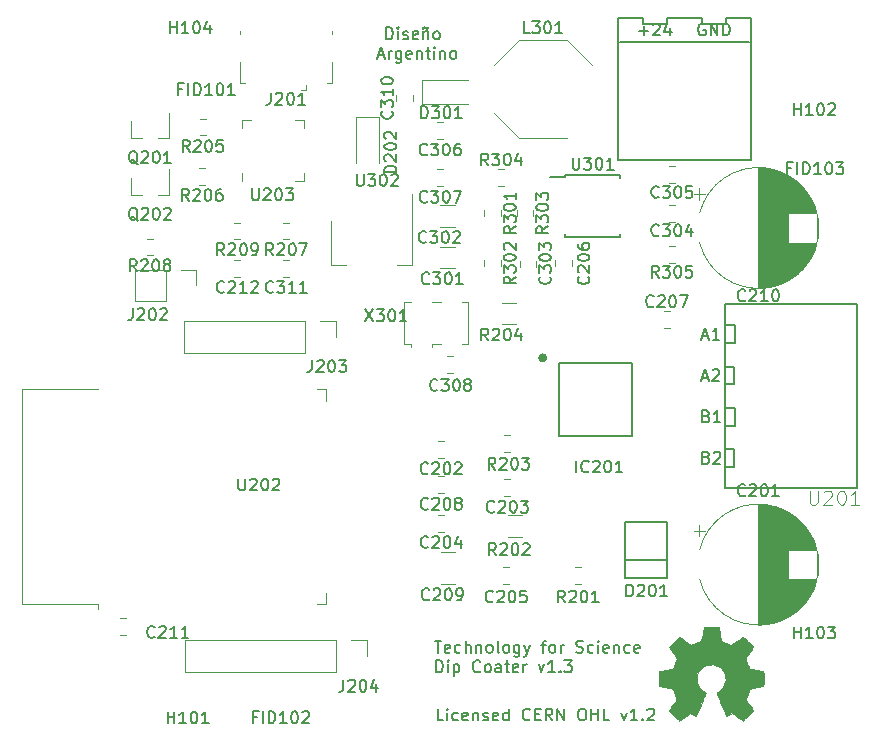
<source format=gbr>
G04 #@! TF.GenerationSoftware,KiCad,Pcbnew,5.1.4-e60b266~84~ubuntu18.04.1*
G04 #@! TF.CreationDate,2020-01-24T11:28:00-03:00*
G04 #@! TF.ProjectId,tecsci_dip,74656373-6369-45f6-9469-702e6b696361,v1.3*
G04 #@! TF.SameCoordinates,Original*
G04 #@! TF.FileFunction,Legend,Top*
G04 #@! TF.FilePolarity,Positive*
%FSLAX46Y46*%
G04 Gerber Fmt 4.6, Leading zero omitted, Abs format (unit mm)*
G04 Created by KiCad (PCBNEW 5.1.4-e60b266~84~ubuntu18.04.1) date 2020-01-24 11:28:00*
%MOMM*%
%LPD*%
G04 APERTURE LIST*
%ADD10C,0.150000*%
%ADD11C,0.120000*%
%ADD12C,0.127000*%
%ADD13C,0.010000*%
%ADD14C,0.096520*%
G04 APERTURE END LIST*
D10*
X85092738Y-107717380D02*
X85664166Y-107717380D01*
X85378452Y-108717380D02*
X85378452Y-107717380D01*
X86378452Y-108669761D02*
X86283214Y-108717380D01*
X86092738Y-108717380D01*
X85997500Y-108669761D01*
X85949880Y-108574523D01*
X85949880Y-108193571D01*
X85997500Y-108098333D01*
X86092738Y-108050714D01*
X86283214Y-108050714D01*
X86378452Y-108098333D01*
X86426071Y-108193571D01*
X86426071Y-108288809D01*
X85949880Y-108384047D01*
X87283214Y-108669761D02*
X87187976Y-108717380D01*
X86997500Y-108717380D01*
X86902261Y-108669761D01*
X86854642Y-108622142D01*
X86807023Y-108526904D01*
X86807023Y-108241190D01*
X86854642Y-108145952D01*
X86902261Y-108098333D01*
X86997500Y-108050714D01*
X87187976Y-108050714D01*
X87283214Y-108098333D01*
X87711785Y-108717380D02*
X87711785Y-107717380D01*
X88140357Y-108717380D02*
X88140357Y-108193571D01*
X88092738Y-108098333D01*
X87997500Y-108050714D01*
X87854642Y-108050714D01*
X87759404Y-108098333D01*
X87711785Y-108145952D01*
X88616547Y-108050714D02*
X88616547Y-108717380D01*
X88616547Y-108145952D02*
X88664166Y-108098333D01*
X88759404Y-108050714D01*
X88902261Y-108050714D01*
X88997500Y-108098333D01*
X89045119Y-108193571D01*
X89045119Y-108717380D01*
X89664166Y-108717380D02*
X89568928Y-108669761D01*
X89521309Y-108622142D01*
X89473690Y-108526904D01*
X89473690Y-108241190D01*
X89521309Y-108145952D01*
X89568928Y-108098333D01*
X89664166Y-108050714D01*
X89807023Y-108050714D01*
X89902261Y-108098333D01*
X89949880Y-108145952D01*
X89997500Y-108241190D01*
X89997500Y-108526904D01*
X89949880Y-108622142D01*
X89902261Y-108669761D01*
X89807023Y-108717380D01*
X89664166Y-108717380D01*
X90568928Y-108717380D02*
X90473690Y-108669761D01*
X90426071Y-108574523D01*
X90426071Y-107717380D01*
X91092738Y-108717380D02*
X90997500Y-108669761D01*
X90949880Y-108622142D01*
X90902261Y-108526904D01*
X90902261Y-108241190D01*
X90949880Y-108145952D01*
X90997500Y-108098333D01*
X91092738Y-108050714D01*
X91235595Y-108050714D01*
X91330833Y-108098333D01*
X91378452Y-108145952D01*
X91426071Y-108241190D01*
X91426071Y-108526904D01*
X91378452Y-108622142D01*
X91330833Y-108669761D01*
X91235595Y-108717380D01*
X91092738Y-108717380D01*
X92283214Y-108050714D02*
X92283214Y-108860238D01*
X92235595Y-108955476D01*
X92187976Y-109003095D01*
X92092738Y-109050714D01*
X91949880Y-109050714D01*
X91854642Y-109003095D01*
X92283214Y-108669761D02*
X92187976Y-108717380D01*
X91997500Y-108717380D01*
X91902261Y-108669761D01*
X91854642Y-108622142D01*
X91807023Y-108526904D01*
X91807023Y-108241190D01*
X91854642Y-108145952D01*
X91902261Y-108098333D01*
X91997500Y-108050714D01*
X92187976Y-108050714D01*
X92283214Y-108098333D01*
X92664166Y-108050714D02*
X92902261Y-108717380D01*
X93140357Y-108050714D02*
X92902261Y-108717380D01*
X92807023Y-108955476D01*
X92759404Y-109003095D01*
X92664166Y-109050714D01*
X94140357Y-108050714D02*
X94521309Y-108050714D01*
X94283214Y-108717380D02*
X94283214Y-107860238D01*
X94330833Y-107765000D01*
X94426071Y-107717380D01*
X94521309Y-107717380D01*
X94997500Y-108717380D02*
X94902261Y-108669761D01*
X94854642Y-108622142D01*
X94807023Y-108526904D01*
X94807023Y-108241190D01*
X94854642Y-108145952D01*
X94902261Y-108098333D01*
X94997500Y-108050714D01*
X95140357Y-108050714D01*
X95235595Y-108098333D01*
X95283214Y-108145952D01*
X95330833Y-108241190D01*
X95330833Y-108526904D01*
X95283214Y-108622142D01*
X95235595Y-108669761D01*
X95140357Y-108717380D01*
X94997500Y-108717380D01*
X95759404Y-108717380D02*
X95759404Y-108050714D01*
X95759404Y-108241190D02*
X95807023Y-108145952D01*
X95854642Y-108098333D01*
X95949880Y-108050714D01*
X96045119Y-108050714D01*
X97092738Y-108669761D02*
X97235595Y-108717380D01*
X97473690Y-108717380D01*
X97568928Y-108669761D01*
X97616547Y-108622142D01*
X97664166Y-108526904D01*
X97664166Y-108431666D01*
X97616547Y-108336428D01*
X97568928Y-108288809D01*
X97473690Y-108241190D01*
X97283214Y-108193571D01*
X97187976Y-108145952D01*
X97140357Y-108098333D01*
X97092738Y-108003095D01*
X97092738Y-107907857D01*
X97140357Y-107812619D01*
X97187976Y-107765000D01*
X97283214Y-107717380D01*
X97521309Y-107717380D01*
X97664166Y-107765000D01*
X98521309Y-108669761D02*
X98426071Y-108717380D01*
X98235595Y-108717380D01*
X98140357Y-108669761D01*
X98092738Y-108622142D01*
X98045119Y-108526904D01*
X98045119Y-108241190D01*
X98092738Y-108145952D01*
X98140357Y-108098333D01*
X98235595Y-108050714D01*
X98426071Y-108050714D01*
X98521309Y-108098333D01*
X98949880Y-108717380D02*
X98949880Y-108050714D01*
X98949880Y-107717380D02*
X98902261Y-107765000D01*
X98949880Y-107812619D01*
X98997500Y-107765000D01*
X98949880Y-107717380D01*
X98949880Y-107812619D01*
X99807023Y-108669761D02*
X99711785Y-108717380D01*
X99521309Y-108717380D01*
X99426071Y-108669761D01*
X99378452Y-108574523D01*
X99378452Y-108193571D01*
X99426071Y-108098333D01*
X99521309Y-108050714D01*
X99711785Y-108050714D01*
X99807023Y-108098333D01*
X99854642Y-108193571D01*
X99854642Y-108288809D01*
X99378452Y-108384047D01*
X100283214Y-108050714D02*
X100283214Y-108717380D01*
X100283214Y-108145952D02*
X100330833Y-108098333D01*
X100426071Y-108050714D01*
X100568928Y-108050714D01*
X100664166Y-108098333D01*
X100711785Y-108193571D01*
X100711785Y-108717380D01*
X101616547Y-108669761D02*
X101521309Y-108717380D01*
X101330833Y-108717380D01*
X101235595Y-108669761D01*
X101187976Y-108622142D01*
X101140357Y-108526904D01*
X101140357Y-108241190D01*
X101187976Y-108145952D01*
X101235595Y-108098333D01*
X101330833Y-108050714D01*
X101521309Y-108050714D01*
X101616547Y-108098333D01*
X102426071Y-108669761D02*
X102330833Y-108717380D01*
X102140357Y-108717380D01*
X102045119Y-108669761D01*
X101997500Y-108574523D01*
X101997500Y-108193571D01*
X102045119Y-108098333D01*
X102140357Y-108050714D01*
X102330833Y-108050714D01*
X102426071Y-108098333D01*
X102473690Y-108193571D01*
X102473690Y-108288809D01*
X101997500Y-108384047D01*
X85235595Y-110367380D02*
X85235595Y-109367380D01*
X85473690Y-109367380D01*
X85616547Y-109415000D01*
X85711785Y-109510238D01*
X85759404Y-109605476D01*
X85807023Y-109795952D01*
X85807023Y-109938809D01*
X85759404Y-110129285D01*
X85711785Y-110224523D01*
X85616547Y-110319761D01*
X85473690Y-110367380D01*
X85235595Y-110367380D01*
X86235595Y-110367380D02*
X86235595Y-109700714D01*
X86235595Y-109367380D02*
X86187976Y-109415000D01*
X86235595Y-109462619D01*
X86283214Y-109415000D01*
X86235595Y-109367380D01*
X86235595Y-109462619D01*
X86711785Y-109700714D02*
X86711785Y-110700714D01*
X86711785Y-109748333D02*
X86807023Y-109700714D01*
X86997500Y-109700714D01*
X87092738Y-109748333D01*
X87140357Y-109795952D01*
X87187976Y-109891190D01*
X87187976Y-110176904D01*
X87140357Y-110272142D01*
X87092738Y-110319761D01*
X86997500Y-110367380D01*
X86807023Y-110367380D01*
X86711785Y-110319761D01*
X88949880Y-110272142D02*
X88902261Y-110319761D01*
X88759404Y-110367380D01*
X88664166Y-110367380D01*
X88521309Y-110319761D01*
X88426071Y-110224523D01*
X88378452Y-110129285D01*
X88330833Y-109938809D01*
X88330833Y-109795952D01*
X88378452Y-109605476D01*
X88426071Y-109510238D01*
X88521309Y-109415000D01*
X88664166Y-109367380D01*
X88759404Y-109367380D01*
X88902261Y-109415000D01*
X88949880Y-109462619D01*
X89521309Y-110367380D02*
X89426071Y-110319761D01*
X89378452Y-110272142D01*
X89330833Y-110176904D01*
X89330833Y-109891190D01*
X89378452Y-109795952D01*
X89426071Y-109748333D01*
X89521309Y-109700714D01*
X89664166Y-109700714D01*
X89759404Y-109748333D01*
X89807023Y-109795952D01*
X89854642Y-109891190D01*
X89854642Y-110176904D01*
X89807023Y-110272142D01*
X89759404Y-110319761D01*
X89664166Y-110367380D01*
X89521309Y-110367380D01*
X90711785Y-110367380D02*
X90711785Y-109843571D01*
X90664166Y-109748333D01*
X90568928Y-109700714D01*
X90378452Y-109700714D01*
X90283214Y-109748333D01*
X90711785Y-110319761D02*
X90616547Y-110367380D01*
X90378452Y-110367380D01*
X90283214Y-110319761D01*
X90235595Y-110224523D01*
X90235595Y-110129285D01*
X90283214Y-110034047D01*
X90378452Y-109986428D01*
X90616547Y-109986428D01*
X90711785Y-109938809D01*
X91045119Y-109700714D02*
X91426071Y-109700714D01*
X91187976Y-109367380D02*
X91187976Y-110224523D01*
X91235595Y-110319761D01*
X91330833Y-110367380D01*
X91426071Y-110367380D01*
X92140357Y-110319761D02*
X92045119Y-110367380D01*
X91854642Y-110367380D01*
X91759404Y-110319761D01*
X91711785Y-110224523D01*
X91711785Y-109843571D01*
X91759404Y-109748333D01*
X91854642Y-109700714D01*
X92045119Y-109700714D01*
X92140357Y-109748333D01*
X92187976Y-109843571D01*
X92187976Y-109938809D01*
X91711785Y-110034047D01*
X92616547Y-110367380D02*
X92616547Y-109700714D01*
X92616547Y-109891190D02*
X92664166Y-109795952D01*
X92711785Y-109748333D01*
X92807023Y-109700714D01*
X92902261Y-109700714D01*
X93902261Y-109700714D02*
X94140357Y-110367380D01*
X94378452Y-109700714D01*
X95283214Y-110367380D02*
X94711785Y-110367380D01*
X94997500Y-110367380D02*
X94997500Y-109367380D01*
X94902261Y-109510238D01*
X94807023Y-109605476D01*
X94711785Y-109653095D01*
X95711785Y-110272142D02*
X95759404Y-110319761D01*
X95711785Y-110367380D01*
X95664166Y-110319761D01*
X95711785Y-110272142D01*
X95711785Y-110367380D01*
X96092738Y-109367380D02*
X96711785Y-109367380D01*
X96378452Y-109748333D01*
X96521309Y-109748333D01*
X96616547Y-109795952D01*
X96664166Y-109843571D01*
X96711785Y-109938809D01*
X96711785Y-110176904D01*
X96664166Y-110272142D01*
X96616547Y-110319761D01*
X96521309Y-110367380D01*
X96235595Y-110367380D01*
X96140357Y-110319761D01*
X96092738Y-110272142D01*
X108095238Y-92178571D02*
X108238095Y-92226190D01*
X108285714Y-92273809D01*
X108333333Y-92369047D01*
X108333333Y-92511904D01*
X108285714Y-92607142D01*
X108238095Y-92654761D01*
X108142857Y-92702380D01*
X107761904Y-92702380D01*
X107761904Y-91702380D01*
X108095238Y-91702380D01*
X108190476Y-91750000D01*
X108238095Y-91797619D01*
X108285714Y-91892857D01*
X108285714Y-91988095D01*
X108238095Y-92083333D01*
X108190476Y-92130952D01*
X108095238Y-92178571D01*
X107761904Y-92178571D01*
X108714285Y-91797619D02*
X108761904Y-91750000D01*
X108857142Y-91702380D01*
X109095238Y-91702380D01*
X109190476Y-91750000D01*
X109238095Y-91797619D01*
X109285714Y-91892857D01*
X109285714Y-91988095D01*
X109238095Y-92130952D01*
X108666666Y-92702380D01*
X109285714Y-92702380D01*
X108095238Y-88678571D02*
X108238095Y-88726190D01*
X108285714Y-88773809D01*
X108333333Y-88869047D01*
X108333333Y-89011904D01*
X108285714Y-89107142D01*
X108238095Y-89154761D01*
X108142857Y-89202380D01*
X107761904Y-89202380D01*
X107761904Y-88202380D01*
X108095238Y-88202380D01*
X108190476Y-88250000D01*
X108238095Y-88297619D01*
X108285714Y-88392857D01*
X108285714Y-88488095D01*
X108238095Y-88583333D01*
X108190476Y-88630952D01*
X108095238Y-88678571D01*
X107761904Y-88678571D01*
X109285714Y-89202380D02*
X108714285Y-89202380D01*
X109000000Y-89202380D02*
X109000000Y-88202380D01*
X108904761Y-88345238D01*
X108809523Y-88440476D01*
X108714285Y-88488095D01*
X107785714Y-85416666D02*
X108261904Y-85416666D01*
X107690476Y-85702380D02*
X108023809Y-84702380D01*
X108357142Y-85702380D01*
X108642857Y-84797619D02*
X108690476Y-84750000D01*
X108785714Y-84702380D01*
X109023809Y-84702380D01*
X109119047Y-84750000D01*
X109166666Y-84797619D01*
X109214285Y-84892857D01*
X109214285Y-84988095D01*
X109166666Y-85130952D01*
X108595238Y-85702380D01*
X109214285Y-85702380D01*
X107785714Y-81916666D02*
X108261904Y-81916666D01*
X107690476Y-82202380D02*
X108023809Y-81202380D01*
X108357142Y-82202380D01*
X109214285Y-82202380D02*
X108642857Y-82202380D01*
X108928571Y-82202380D02*
X108928571Y-81202380D01*
X108833333Y-81345238D01*
X108738095Y-81440476D01*
X108642857Y-81488095D01*
X107988095Y-55500000D02*
X107892857Y-55452380D01*
X107750000Y-55452380D01*
X107607142Y-55500000D01*
X107511904Y-55595238D01*
X107464285Y-55690476D01*
X107416666Y-55880952D01*
X107416666Y-56023809D01*
X107464285Y-56214285D01*
X107511904Y-56309523D01*
X107607142Y-56404761D01*
X107750000Y-56452380D01*
X107845238Y-56452380D01*
X107988095Y-56404761D01*
X108035714Y-56357142D01*
X108035714Y-56023809D01*
X107845238Y-56023809D01*
X108464285Y-56452380D02*
X108464285Y-55452380D01*
X109035714Y-56452380D01*
X109035714Y-55452380D01*
X109511904Y-56452380D02*
X109511904Y-55452380D01*
X109750000Y-55452380D01*
X109892857Y-55500000D01*
X109988095Y-55595238D01*
X110035714Y-55690476D01*
X110083333Y-55880952D01*
X110083333Y-56023809D01*
X110035714Y-56214285D01*
X109988095Y-56309523D01*
X109892857Y-56404761D01*
X109750000Y-56452380D01*
X109511904Y-56452380D01*
X102416666Y-56071428D02*
X103178571Y-56071428D01*
X102797619Y-56452380D02*
X102797619Y-55690476D01*
X103607142Y-55547619D02*
X103654761Y-55500000D01*
X103750000Y-55452380D01*
X103988095Y-55452380D01*
X104083333Y-55500000D01*
X104130952Y-55547619D01*
X104178571Y-55642857D01*
X104178571Y-55738095D01*
X104130952Y-55880952D01*
X103559523Y-56452380D01*
X104178571Y-56452380D01*
X105035714Y-55785714D02*
X105035714Y-56452380D01*
X104797619Y-55404761D02*
X104559523Y-56119047D01*
X105178571Y-56119047D01*
X85833333Y-114452380D02*
X85357142Y-114452380D01*
X85357142Y-113452380D01*
X86166666Y-114452380D02*
X86166666Y-113785714D01*
X86166666Y-113452380D02*
X86119047Y-113500000D01*
X86166666Y-113547619D01*
X86214285Y-113500000D01*
X86166666Y-113452380D01*
X86166666Y-113547619D01*
X87071428Y-114404761D02*
X86976190Y-114452380D01*
X86785714Y-114452380D01*
X86690476Y-114404761D01*
X86642857Y-114357142D01*
X86595238Y-114261904D01*
X86595238Y-113976190D01*
X86642857Y-113880952D01*
X86690476Y-113833333D01*
X86785714Y-113785714D01*
X86976190Y-113785714D01*
X87071428Y-113833333D01*
X87880952Y-114404761D02*
X87785714Y-114452380D01*
X87595238Y-114452380D01*
X87500000Y-114404761D01*
X87452380Y-114309523D01*
X87452380Y-113928571D01*
X87500000Y-113833333D01*
X87595238Y-113785714D01*
X87785714Y-113785714D01*
X87880952Y-113833333D01*
X87928571Y-113928571D01*
X87928571Y-114023809D01*
X87452380Y-114119047D01*
X88357142Y-113785714D02*
X88357142Y-114452380D01*
X88357142Y-113880952D02*
X88404761Y-113833333D01*
X88500000Y-113785714D01*
X88642857Y-113785714D01*
X88738095Y-113833333D01*
X88785714Y-113928571D01*
X88785714Y-114452380D01*
X89214285Y-114404761D02*
X89309523Y-114452380D01*
X89500000Y-114452380D01*
X89595238Y-114404761D01*
X89642857Y-114309523D01*
X89642857Y-114261904D01*
X89595238Y-114166666D01*
X89500000Y-114119047D01*
X89357142Y-114119047D01*
X89261904Y-114071428D01*
X89214285Y-113976190D01*
X89214285Y-113928571D01*
X89261904Y-113833333D01*
X89357142Y-113785714D01*
X89500000Y-113785714D01*
X89595238Y-113833333D01*
X90452380Y-114404761D02*
X90357142Y-114452380D01*
X90166666Y-114452380D01*
X90071428Y-114404761D01*
X90023809Y-114309523D01*
X90023809Y-113928571D01*
X90071428Y-113833333D01*
X90166666Y-113785714D01*
X90357142Y-113785714D01*
X90452380Y-113833333D01*
X90500000Y-113928571D01*
X90500000Y-114023809D01*
X90023809Y-114119047D01*
X91357142Y-114452380D02*
X91357142Y-113452380D01*
X91357142Y-114404761D02*
X91261904Y-114452380D01*
X91071428Y-114452380D01*
X90976190Y-114404761D01*
X90928571Y-114357142D01*
X90880952Y-114261904D01*
X90880952Y-113976190D01*
X90928571Y-113880952D01*
X90976190Y-113833333D01*
X91071428Y-113785714D01*
X91261904Y-113785714D01*
X91357142Y-113833333D01*
X93166666Y-114357142D02*
X93119047Y-114404761D01*
X92976190Y-114452380D01*
X92880952Y-114452380D01*
X92738095Y-114404761D01*
X92642857Y-114309523D01*
X92595238Y-114214285D01*
X92547619Y-114023809D01*
X92547619Y-113880952D01*
X92595238Y-113690476D01*
X92642857Y-113595238D01*
X92738095Y-113500000D01*
X92880952Y-113452380D01*
X92976190Y-113452380D01*
X93119047Y-113500000D01*
X93166666Y-113547619D01*
X93595238Y-113928571D02*
X93928571Y-113928571D01*
X94071428Y-114452380D02*
X93595238Y-114452380D01*
X93595238Y-113452380D01*
X94071428Y-113452380D01*
X95071428Y-114452380D02*
X94738095Y-113976190D01*
X94500000Y-114452380D02*
X94500000Y-113452380D01*
X94880952Y-113452380D01*
X94976190Y-113500000D01*
X95023809Y-113547619D01*
X95071428Y-113642857D01*
X95071428Y-113785714D01*
X95023809Y-113880952D01*
X94976190Y-113928571D01*
X94880952Y-113976190D01*
X94500000Y-113976190D01*
X95500000Y-114452380D02*
X95500000Y-113452380D01*
X96071428Y-114452380D01*
X96071428Y-113452380D01*
X97500000Y-113452380D02*
X97690476Y-113452380D01*
X97785714Y-113500000D01*
X97880952Y-113595238D01*
X97928571Y-113785714D01*
X97928571Y-114119047D01*
X97880952Y-114309523D01*
X97785714Y-114404761D01*
X97690476Y-114452380D01*
X97500000Y-114452380D01*
X97404761Y-114404761D01*
X97309523Y-114309523D01*
X97261904Y-114119047D01*
X97261904Y-113785714D01*
X97309523Y-113595238D01*
X97404761Y-113500000D01*
X97500000Y-113452380D01*
X98357142Y-114452380D02*
X98357142Y-113452380D01*
X98357142Y-113928571D02*
X98928571Y-113928571D01*
X98928571Y-114452380D02*
X98928571Y-113452380D01*
X99880952Y-114452380D02*
X99404761Y-114452380D01*
X99404761Y-113452380D01*
X100880952Y-113785714D02*
X101119047Y-114452380D01*
X101357142Y-113785714D01*
X102261904Y-114452380D02*
X101690476Y-114452380D01*
X101976190Y-114452380D02*
X101976190Y-113452380D01*
X101880952Y-113595238D01*
X101785714Y-113690476D01*
X101690476Y-113738095D01*
X102690476Y-114357142D02*
X102738095Y-114404761D01*
X102690476Y-114452380D01*
X102642857Y-114404761D01*
X102690476Y-114357142D01*
X102690476Y-114452380D01*
X103119047Y-113547619D02*
X103166666Y-113500000D01*
X103261904Y-113452380D01*
X103499999Y-113452380D01*
X103595238Y-113500000D01*
X103642857Y-113547619D01*
X103690476Y-113642857D01*
X103690476Y-113738095D01*
X103642857Y-113880952D01*
X103071428Y-114452380D01*
X103690476Y-114452380D01*
X81000952Y-56777380D02*
X81000952Y-55777380D01*
X81239047Y-55777380D01*
X81381904Y-55825000D01*
X81477142Y-55920238D01*
X81524761Y-56015476D01*
X81572380Y-56205952D01*
X81572380Y-56348809D01*
X81524761Y-56539285D01*
X81477142Y-56634523D01*
X81381904Y-56729761D01*
X81239047Y-56777380D01*
X81000952Y-56777380D01*
X82000952Y-56777380D02*
X82000952Y-56110714D01*
X82000952Y-55777380D02*
X81953333Y-55825000D01*
X82000952Y-55872619D01*
X82048571Y-55825000D01*
X82000952Y-55777380D01*
X82000952Y-55872619D01*
X82429523Y-56729761D02*
X82524761Y-56777380D01*
X82715238Y-56777380D01*
X82810476Y-56729761D01*
X82858095Y-56634523D01*
X82858095Y-56586904D01*
X82810476Y-56491666D01*
X82715238Y-56444047D01*
X82572380Y-56444047D01*
X82477142Y-56396428D01*
X82429523Y-56301190D01*
X82429523Y-56253571D01*
X82477142Y-56158333D01*
X82572380Y-56110714D01*
X82715238Y-56110714D01*
X82810476Y-56158333D01*
X83667619Y-56729761D02*
X83572380Y-56777380D01*
X83381904Y-56777380D01*
X83286666Y-56729761D01*
X83239047Y-56634523D01*
X83239047Y-56253571D01*
X83286666Y-56158333D01*
X83381904Y-56110714D01*
X83572380Y-56110714D01*
X83667619Y-56158333D01*
X83715238Y-56253571D01*
X83715238Y-56348809D01*
X83239047Y-56444047D01*
X84143809Y-56110714D02*
X84143809Y-56777380D01*
X84143809Y-56205952D02*
X84191428Y-56158333D01*
X84286666Y-56110714D01*
X84429523Y-56110714D01*
X84524761Y-56158333D01*
X84572380Y-56253571D01*
X84572380Y-56777380D01*
X84096190Y-55872619D02*
X84143809Y-55825000D01*
X84239047Y-55777380D01*
X84429523Y-55872619D01*
X84524761Y-55825000D01*
X84572380Y-55777380D01*
X85191428Y-56777380D02*
X85096190Y-56729761D01*
X85048571Y-56682142D01*
X85000952Y-56586904D01*
X85000952Y-56301190D01*
X85048571Y-56205952D01*
X85096190Y-56158333D01*
X85191428Y-56110714D01*
X85334285Y-56110714D01*
X85429523Y-56158333D01*
X85477142Y-56205952D01*
X85524761Y-56301190D01*
X85524761Y-56586904D01*
X85477142Y-56682142D01*
X85429523Y-56729761D01*
X85334285Y-56777380D01*
X85191428Y-56777380D01*
X80310476Y-58141666D02*
X80786666Y-58141666D01*
X80215238Y-58427380D02*
X80548571Y-57427380D01*
X80881904Y-58427380D01*
X81215238Y-58427380D02*
X81215238Y-57760714D01*
X81215238Y-57951190D02*
X81262857Y-57855952D01*
X81310476Y-57808333D01*
X81405714Y-57760714D01*
X81500952Y-57760714D01*
X82262857Y-57760714D02*
X82262857Y-58570238D01*
X82215238Y-58665476D01*
X82167619Y-58713095D01*
X82072380Y-58760714D01*
X81929523Y-58760714D01*
X81834285Y-58713095D01*
X82262857Y-58379761D02*
X82167619Y-58427380D01*
X81977142Y-58427380D01*
X81881904Y-58379761D01*
X81834285Y-58332142D01*
X81786666Y-58236904D01*
X81786666Y-57951190D01*
X81834285Y-57855952D01*
X81881904Y-57808333D01*
X81977142Y-57760714D01*
X82167619Y-57760714D01*
X82262857Y-57808333D01*
X83120000Y-58379761D02*
X83024761Y-58427380D01*
X82834285Y-58427380D01*
X82739047Y-58379761D01*
X82691428Y-58284523D01*
X82691428Y-57903571D01*
X82739047Y-57808333D01*
X82834285Y-57760714D01*
X83024761Y-57760714D01*
X83120000Y-57808333D01*
X83167619Y-57903571D01*
X83167619Y-57998809D01*
X82691428Y-58094047D01*
X83596190Y-57760714D02*
X83596190Y-58427380D01*
X83596190Y-57855952D02*
X83643809Y-57808333D01*
X83739047Y-57760714D01*
X83881904Y-57760714D01*
X83977142Y-57808333D01*
X84024761Y-57903571D01*
X84024761Y-58427380D01*
X84358095Y-57760714D02*
X84739047Y-57760714D01*
X84500952Y-57427380D02*
X84500952Y-58284523D01*
X84548571Y-58379761D01*
X84643809Y-58427380D01*
X84739047Y-58427380D01*
X85072380Y-58427380D02*
X85072380Y-57760714D01*
X85072380Y-57427380D02*
X85024761Y-57475000D01*
X85072380Y-57522619D01*
X85120000Y-57475000D01*
X85072380Y-57427380D01*
X85072380Y-57522619D01*
X85548571Y-57760714D02*
X85548571Y-58427380D01*
X85548571Y-57855952D02*
X85596190Y-57808333D01*
X85691428Y-57760714D01*
X85834285Y-57760714D01*
X85929523Y-57808333D01*
X85977142Y-57903571D01*
X85977142Y-58427380D01*
X86596190Y-58427380D02*
X86500952Y-58379761D01*
X86453333Y-58332142D01*
X86405714Y-58236904D01*
X86405714Y-57951190D01*
X86453333Y-57855952D01*
X86500952Y-57808333D01*
X86596190Y-57760714D01*
X86739047Y-57760714D01*
X86834285Y-57808333D01*
X86881904Y-57855952D01*
X86929523Y-57951190D01*
X86929523Y-58236904D01*
X86881904Y-58332142D01*
X86834285Y-58379761D01*
X86739047Y-58427380D01*
X86596190Y-58427380D01*
D11*
X59420000Y-69960000D02*
X59420000Y-68500000D01*
X62580000Y-69960000D02*
X62580000Y-67800000D01*
X62580000Y-69960000D02*
X61650000Y-69960000D01*
X59420000Y-69960000D02*
X60350000Y-69960000D01*
X59420000Y-65160000D02*
X59420000Y-63700000D01*
X62580000Y-65160000D02*
X62580000Y-63000000D01*
X62580000Y-65160000D02*
X61650000Y-65160000D01*
X59420000Y-65160000D02*
X60350000Y-65160000D01*
X56555000Y-104620000D02*
X56555000Y-105000000D01*
X50135000Y-104620000D02*
X56555000Y-104620000D01*
X50135000Y-86380000D02*
X56555000Y-86380000D01*
X50135000Y-104620000D02*
X50135000Y-86380000D01*
X75880000Y-86380000D02*
X75880000Y-87380000D01*
X75100000Y-86380000D02*
X75880000Y-86380000D01*
X75880000Y-104620000D02*
X75880000Y-103620000D01*
X75100000Y-104620000D02*
X75880000Y-104620000D01*
X64930000Y-76270000D02*
X64930000Y-77600000D01*
X63600000Y-76270000D02*
X64930000Y-76270000D01*
X62330000Y-76270000D02*
X62330000Y-78930000D01*
X62330000Y-78930000D02*
X59730000Y-78930000D01*
X62330000Y-76270000D02*
X59730000Y-76270000D01*
X59730000Y-76270000D02*
X59730000Y-78930000D01*
X68790000Y-68085000D02*
X68790000Y-68810000D01*
X74010000Y-63590000D02*
X73285000Y-63590000D01*
X74010000Y-64315000D02*
X74010000Y-63590000D01*
X74010000Y-68810000D02*
X73285000Y-68810000D01*
X74010000Y-68085000D02*
X74010000Y-68810000D01*
X68790000Y-63590000D02*
X69515000Y-63590000D01*
X68790000Y-64315000D02*
X68790000Y-63590000D01*
X68141422Y-73710000D02*
X68658578Y-73710000D01*
X68141422Y-72290000D02*
X68658578Y-72290000D01*
X60731422Y-75070000D02*
X61248578Y-75070000D01*
X60731422Y-73650000D02*
X61248578Y-73650000D01*
X72796078Y-72290000D02*
X72278922Y-72290000D01*
X72796078Y-73710000D02*
X72278922Y-73710000D01*
X65141422Y-69110000D02*
X65658578Y-69110000D01*
X65141422Y-67690000D02*
X65658578Y-67690000D01*
X65721078Y-63490000D02*
X65203922Y-63490000D01*
X65721078Y-64910000D02*
X65203922Y-64910000D01*
X74200000Y-61062500D02*
X74200000Y-60612500D01*
X74200000Y-61062500D02*
X73750000Y-61062500D01*
X68600000Y-60512500D02*
X69050000Y-60512500D01*
X68600000Y-58662500D02*
X68600000Y-60512500D01*
X76400000Y-56112500D02*
X76400000Y-56362500D01*
X68600000Y-56112500D02*
X68600000Y-56362500D01*
X76400000Y-58662500D02*
X76400000Y-60512500D01*
X76400000Y-60512500D02*
X75950000Y-60512500D01*
X80400000Y-63350000D02*
X80400000Y-67250000D01*
X78400000Y-63350000D02*
X78400000Y-67250000D01*
X80400000Y-63350000D02*
X78400000Y-63350000D01*
X76730000Y-80670000D02*
X76730000Y-82000000D01*
X75400000Y-80670000D02*
X76730000Y-80670000D01*
X74130000Y-80670000D02*
X74130000Y-83330000D01*
X74130000Y-83330000D02*
X63910000Y-83330000D01*
X74130000Y-80670000D02*
X63910000Y-80670000D01*
X63910000Y-80670000D02*
X63910000Y-83330000D01*
X79330000Y-107670000D02*
X79330000Y-109000000D01*
X78000000Y-107670000D02*
X79330000Y-107670000D01*
X76730000Y-107670000D02*
X76730000Y-110330000D01*
X76730000Y-110330000D02*
X63970000Y-110330000D01*
X76730000Y-107670000D02*
X63970000Y-107670000D01*
X63970000Y-107670000D02*
X63970000Y-110330000D01*
X68141422Y-76910000D02*
X68658578Y-76910000D01*
X68141422Y-75490000D02*
X68658578Y-75490000D01*
X83160000Y-69900000D02*
X83160000Y-75910000D01*
X76340000Y-72150000D02*
X76340000Y-75910000D01*
X83160000Y-75910000D02*
X81900000Y-75910000D01*
X76340000Y-75910000D02*
X77600000Y-75910000D01*
X72796078Y-75490000D02*
X72278922Y-75490000D01*
X72796078Y-76910000D02*
X72278922Y-76910000D01*
X81860320Y-61481202D02*
X81860320Y-61998358D01*
X83280320Y-61481202D02*
X83280320Y-61998358D01*
X59008578Y-105790000D02*
X58491422Y-105790000D01*
X59008578Y-107210000D02*
X58491422Y-107210000D01*
X84872400Y-82609920D02*
X84872400Y-82849920D01*
X85612400Y-82609920D02*
X84872400Y-82609920D01*
X82542400Y-79009920D02*
X83072400Y-79009920D01*
X82542400Y-82609920D02*
X82542400Y-79009920D01*
X83072400Y-82609920D02*
X82542400Y-82609920D01*
X83072400Y-82849920D02*
X83072400Y-82609920D01*
X84872400Y-79009920D02*
X85612400Y-79009920D01*
X87942400Y-82609920D02*
X87412400Y-82609920D01*
X87942400Y-79009920D02*
X87942400Y-82609920D01*
X87412400Y-79009920D02*
X87942400Y-79009920D01*
X86119202Y-84992280D02*
X86636358Y-84992280D01*
X86119202Y-83572280D02*
X86636358Y-83572280D01*
X90991422Y-91710000D02*
X91508578Y-91710000D01*
X90991422Y-90290000D02*
X91508578Y-90290000D01*
D12*
X110550000Y-81000000D02*
X109750000Y-81000000D01*
X110550000Y-82500000D02*
X110550000Y-81000000D01*
X109750000Y-82500000D02*
X110550000Y-82500000D01*
X110450000Y-84500000D02*
X109650000Y-84500000D01*
X110450000Y-86000000D02*
X110450000Y-84500000D01*
X109650000Y-86000000D02*
X110450000Y-86000000D01*
X110550000Y-88000000D02*
X109750000Y-88000000D01*
X110550000Y-89500000D02*
X110550000Y-88000000D01*
X109750000Y-89500000D02*
X110550000Y-89500000D01*
X110450000Y-91500000D02*
X109650000Y-91500000D01*
X110450000Y-93000000D02*
X110450000Y-91500000D01*
X109650000Y-93000000D02*
X110450000Y-93000000D01*
X109650000Y-79200000D02*
X120850000Y-79200000D01*
X109650000Y-94800000D02*
X120850000Y-94800000D01*
X120850000Y-94800000D02*
X120850000Y-79200000D01*
X109650000Y-84500000D02*
X109650000Y-79200000D01*
X109650000Y-86000000D02*
X109650000Y-84500000D01*
X109650000Y-91500000D02*
X109650000Y-86000000D01*
X109650000Y-93000000D02*
X109650000Y-91500000D01*
X109650000Y-94800000D02*
X109650000Y-93000000D01*
D11*
X107520354Y-97875000D02*
X107520354Y-98875000D01*
X107020354Y-98375000D02*
X108020354Y-98375000D01*
X117581000Y-100651000D02*
X117581000Y-101849000D01*
X117541000Y-100388000D02*
X117541000Y-102112000D01*
X117501000Y-100188000D02*
X117501000Y-102312000D01*
X117421000Y-102491000D02*
X117421000Y-102628000D01*
X117421000Y-99872000D02*
X117421000Y-100009000D01*
X117381000Y-102491000D02*
X117381000Y-102760000D01*
X117381000Y-99740000D02*
X117381000Y-100009000D01*
X117341000Y-102491000D02*
X117341000Y-102880000D01*
X117341000Y-99620000D02*
X117341000Y-100009000D01*
X117301000Y-102491000D02*
X117301000Y-102992000D01*
X117301000Y-99508000D02*
X117301000Y-100009000D01*
X117261000Y-102491000D02*
X117261000Y-103096000D01*
X117261000Y-99404000D02*
X117261000Y-100009000D01*
X117221000Y-102491000D02*
X117221000Y-103194000D01*
X117221000Y-99306000D02*
X117221000Y-100009000D01*
X117181000Y-102491000D02*
X117181000Y-103287000D01*
X117181000Y-99213000D02*
X117181000Y-100009000D01*
X117141000Y-102491000D02*
X117141000Y-103375000D01*
X117141000Y-99125000D02*
X117141000Y-100009000D01*
X117101000Y-102491000D02*
X117101000Y-103459000D01*
X117101000Y-99041000D02*
X117101000Y-100009000D01*
X117061000Y-102491000D02*
X117061000Y-103539000D01*
X117061000Y-98961000D02*
X117061000Y-100009000D01*
X117021000Y-102491000D02*
X117021000Y-103615000D01*
X117021000Y-98885000D02*
X117021000Y-100009000D01*
X116981000Y-102491000D02*
X116981000Y-103689000D01*
X116981000Y-98811000D02*
X116981000Y-100009000D01*
X116941000Y-102491000D02*
X116941000Y-103760000D01*
X116941000Y-98740000D02*
X116941000Y-100009000D01*
X116901000Y-102491000D02*
X116901000Y-103829000D01*
X116901000Y-98671000D02*
X116901000Y-100009000D01*
X116861000Y-102491000D02*
X116861000Y-103895000D01*
X116861000Y-98605000D02*
X116861000Y-100009000D01*
X116821000Y-102491000D02*
X116821000Y-103959000D01*
X116821000Y-98541000D02*
X116821000Y-100009000D01*
X116781000Y-102491000D02*
X116781000Y-104020000D01*
X116781000Y-98480000D02*
X116781000Y-100009000D01*
X116741000Y-102491000D02*
X116741000Y-104080000D01*
X116741000Y-98420000D02*
X116741000Y-100009000D01*
X116701000Y-102491000D02*
X116701000Y-104139000D01*
X116701000Y-98361000D02*
X116701000Y-100009000D01*
X116661000Y-102491000D02*
X116661000Y-104195000D01*
X116661000Y-98305000D02*
X116661000Y-100009000D01*
X116621000Y-102491000D02*
X116621000Y-104250000D01*
X116621000Y-98250000D02*
X116621000Y-100009000D01*
X116581000Y-102491000D02*
X116581000Y-104304000D01*
X116581000Y-98196000D02*
X116581000Y-100009000D01*
X116541000Y-102491000D02*
X116541000Y-104356000D01*
X116541000Y-98144000D02*
X116541000Y-100009000D01*
X116501000Y-102491000D02*
X116501000Y-104406000D01*
X116501000Y-98094000D02*
X116501000Y-100009000D01*
X116461000Y-102491000D02*
X116461000Y-104456000D01*
X116461000Y-98044000D02*
X116461000Y-100009000D01*
X116421000Y-102491000D02*
X116421000Y-104504000D01*
X116421000Y-97996000D02*
X116421000Y-100009000D01*
X116381000Y-102491000D02*
X116381000Y-104551000D01*
X116381000Y-97949000D02*
X116381000Y-100009000D01*
X116341000Y-102491000D02*
X116341000Y-104597000D01*
X116341000Y-97903000D02*
X116341000Y-100009000D01*
X116301000Y-102491000D02*
X116301000Y-104642000D01*
X116301000Y-97858000D02*
X116301000Y-100009000D01*
X116261000Y-102491000D02*
X116261000Y-104686000D01*
X116261000Y-97814000D02*
X116261000Y-100009000D01*
X116221000Y-102491000D02*
X116221000Y-104728000D01*
X116221000Y-97772000D02*
X116221000Y-100009000D01*
X116181000Y-102491000D02*
X116181000Y-104770000D01*
X116181000Y-97730000D02*
X116181000Y-100009000D01*
X116141000Y-102491000D02*
X116141000Y-104811000D01*
X116141000Y-97689000D02*
X116141000Y-100009000D01*
X116101000Y-102491000D02*
X116101000Y-104851000D01*
X116101000Y-97649000D02*
X116101000Y-100009000D01*
X116061000Y-102491000D02*
X116061000Y-104890000D01*
X116061000Y-97610000D02*
X116061000Y-100009000D01*
X116021000Y-102491000D02*
X116021000Y-104929000D01*
X116021000Y-97571000D02*
X116021000Y-100009000D01*
X115981000Y-102491000D02*
X115981000Y-104966000D01*
X115981000Y-97534000D02*
X115981000Y-100009000D01*
X115941000Y-102491000D02*
X115941000Y-105003000D01*
X115941000Y-97497000D02*
X115941000Y-100009000D01*
X115901000Y-102491000D02*
X115901000Y-105039000D01*
X115901000Y-97461000D02*
X115901000Y-100009000D01*
X115861000Y-102491000D02*
X115861000Y-105074000D01*
X115861000Y-97426000D02*
X115861000Y-100009000D01*
X115821000Y-102491000D02*
X115821000Y-105108000D01*
X115821000Y-97392000D02*
X115821000Y-100009000D01*
X115781000Y-102491000D02*
X115781000Y-105142000D01*
X115781000Y-97358000D02*
X115781000Y-100009000D01*
X115741000Y-102491000D02*
X115741000Y-105175000D01*
X115741000Y-97325000D02*
X115741000Y-100009000D01*
X115701000Y-102491000D02*
X115701000Y-105207000D01*
X115701000Y-97293000D02*
X115701000Y-100009000D01*
X115661000Y-102491000D02*
X115661000Y-105239000D01*
X115661000Y-97261000D02*
X115661000Y-100009000D01*
X115621000Y-102491000D02*
X115621000Y-105270000D01*
X115621000Y-97230000D02*
X115621000Y-100009000D01*
X115581000Y-102491000D02*
X115581000Y-105300000D01*
X115581000Y-97200000D02*
X115581000Y-100009000D01*
X115541000Y-102491000D02*
X115541000Y-105330000D01*
X115541000Y-97170000D02*
X115541000Y-100009000D01*
X115501000Y-102491000D02*
X115501000Y-105360000D01*
X115501000Y-97140000D02*
X115501000Y-100009000D01*
X115461000Y-102491000D02*
X115461000Y-105388000D01*
X115461000Y-97112000D02*
X115461000Y-100009000D01*
X115421000Y-102491000D02*
X115421000Y-105416000D01*
X115421000Y-97084000D02*
X115421000Y-100009000D01*
X115381000Y-102491000D02*
X115381000Y-105444000D01*
X115381000Y-97056000D02*
X115381000Y-100009000D01*
X115341000Y-102491000D02*
X115341000Y-105471000D01*
X115341000Y-97029000D02*
X115341000Y-100009000D01*
X115301000Y-102491000D02*
X115301000Y-105497000D01*
X115301000Y-97003000D02*
X115301000Y-100009000D01*
X115261000Y-102491000D02*
X115261000Y-105523000D01*
X115261000Y-96977000D02*
X115261000Y-100009000D01*
X115221000Y-102491000D02*
X115221000Y-105548000D01*
X115221000Y-96952000D02*
X115221000Y-100009000D01*
X115181000Y-102491000D02*
X115181000Y-105573000D01*
X115181000Y-96927000D02*
X115181000Y-100009000D01*
X115141000Y-102491000D02*
X115141000Y-105597000D01*
X115141000Y-96903000D02*
X115141000Y-100009000D01*
X115101000Y-102491000D02*
X115101000Y-105621000D01*
X115101000Y-96879000D02*
X115101000Y-100009000D01*
X115061000Y-102491000D02*
X115061000Y-105645000D01*
X115061000Y-96855000D02*
X115061000Y-100009000D01*
X115021000Y-102491000D02*
X115021000Y-105667000D01*
X115021000Y-96833000D02*
X115021000Y-100009000D01*
X114981000Y-96810000D02*
X114981000Y-105690000D01*
X114941000Y-96788000D02*
X114941000Y-105712000D01*
X114901000Y-96767000D02*
X114901000Y-105733000D01*
X114861000Y-96746000D02*
X114861000Y-105754000D01*
X114821000Y-96725000D02*
X114821000Y-105775000D01*
X114781000Y-96705000D02*
X114781000Y-105795000D01*
X114741000Y-96686000D02*
X114741000Y-105814000D01*
X114701000Y-96666000D02*
X114701000Y-105834000D01*
X114661000Y-96647000D02*
X114661000Y-105853000D01*
X114621000Y-96629000D02*
X114621000Y-105871000D01*
X114581000Y-96611000D02*
X114581000Y-105889000D01*
X114541000Y-96593000D02*
X114541000Y-105907000D01*
X114501000Y-96576000D02*
X114501000Y-105924000D01*
X114461000Y-96560000D02*
X114461000Y-105940000D01*
X114421000Y-96543000D02*
X114421000Y-105957000D01*
X114381000Y-96527000D02*
X114381000Y-105973000D01*
X114341000Y-96512000D02*
X114341000Y-105988000D01*
X114301000Y-96496000D02*
X114301000Y-106004000D01*
X114261000Y-96482000D02*
X114261000Y-106018000D01*
X114221000Y-96467000D02*
X114221000Y-106033000D01*
X114181000Y-96453000D02*
X114181000Y-106047000D01*
X114141000Y-96439000D02*
X114141000Y-106061000D01*
X114101000Y-96426000D02*
X114101000Y-106074000D01*
X114061000Y-96413000D02*
X114061000Y-106087000D01*
X114021000Y-96400000D02*
X114021000Y-106100000D01*
X113981000Y-96388000D02*
X113981000Y-106112000D01*
X113941000Y-96376000D02*
X113941000Y-106124000D01*
X113901000Y-96365000D02*
X113901000Y-106135000D01*
X113861000Y-96353000D02*
X113861000Y-106147000D01*
X113821000Y-96343000D02*
X113821000Y-106157000D01*
X113781000Y-96332000D02*
X113781000Y-106168000D01*
X113741000Y-96322000D02*
X113741000Y-106178000D01*
X113701000Y-96312000D02*
X113701000Y-106188000D01*
X113661000Y-96303000D02*
X113661000Y-106197000D01*
X113621000Y-96294000D02*
X113621000Y-106206000D01*
X113581000Y-96285000D02*
X113581000Y-106215000D01*
X113541000Y-96276000D02*
X113541000Y-106224000D01*
X113501000Y-96268000D02*
X113501000Y-106232000D01*
X113461000Y-96260000D02*
X113461000Y-106240000D01*
X113421000Y-96253000D02*
X113421000Y-106247000D01*
X113381000Y-96246000D02*
X113381000Y-106254000D01*
X113341000Y-96239000D02*
X113341000Y-106261000D01*
X113301000Y-96232000D02*
X113301000Y-106268000D01*
X113261000Y-96226000D02*
X113261000Y-106274000D01*
X113221000Y-96220000D02*
X113221000Y-106280000D01*
X113180000Y-96215000D02*
X113180000Y-106285000D01*
X113140000Y-96210000D02*
X113140000Y-106290000D01*
X113100000Y-96205000D02*
X113100000Y-106295000D01*
X113060000Y-96200000D02*
X113060000Y-106300000D01*
X113020000Y-96196000D02*
X113020000Y-106304000D01*
X112980000Y-96192000D02*
X112980000Y-106308000D01*
X112940000Y-96188000D02*
X112940000Y-106312000D01*
X112900000Y-96185000D02*
X112900000Y-106315000D01*
X112860000Y-96182000D02*
X112860000Y-106318000D01*
X112820000Y-96180000D02*
X112820000Y-106320000D01*
X112780000Y-96177000D02*
X112780000Y-106323000D01*
X112740000Y-96175000D02*
X112740000Y-106325000D01*
X112700000Y-96173000D02*
X112700000Y-106327000D01*
X112660000Y-96172000D02*
X112660000Y-106328000D01*
X112620000Y-96171000D02*
X112620000Y-106329000D01*
X112580000Y-96170000D02*
X112580000Y-106330000D01*
X112540000Y-96170000D02*
X112540000Y-106330000D01*
X112500000Y-96170000D02*
X112500000Y-106330000D01*
X107537460Y-102510000D02*
G75*
G03X107537460Y-99990000I4962540J1260000D01*
G01*
X97508578Y-101465000D02*
X96991422Y-101465000D01*
X97508578Y-102885000D02*
X96991422Y-102885000D01*
X104928922Y-72210000D02*
X105446078Y-72210000D01*
X104928922Y-70790000D02*
X105446078Y-70790000D01*
D10*
X96175000Y-68400000D02*
X94825000Y-68400000D01*
X96175000Y-73525000D02*
X100825000Y-73525000D01*
X96175000Y-68275000D02*
X100825000Y-68275000D01*
X96175000Y-73525000D02*
X96175000Y-73300000D01*
X100825000Y-73525000D02*
X100825000Y-73300000D01*
X100825000Y-68275000D02*
X100825000Y-68500000D01*
X96175000Y-68275000D02*
X96175000Y-68400000D01*
D11*
X86782064Y-70840000D02*
X85577936Y-70840000D01*
X86782064Y-72660000D02*
X85577936Y-72660000D01*
X104928922Y-75710000D02*
X105446078Y-75710000D01*
X104928922Y-74290000D02*
X105446078Y-74290000D01*
X107520354Y-69375000D02*
X107520354Y-70375000D01*
X107020354Y-69875000D02*
X108020354Y-69875000D01*
X117581000Y-72151000D02*
X117581000Y-73349000D01*
X117541000Y-71888000D02*
X117541000Y-73612000D01*
X117501000Y-71688000D02*
X117501000Y-73812000D01*
X117421000Y-73991000D02*
X117421000Y-74128000D01*
X117421000Y-71372000D02*
X117421000Y-71509000D01*
X117381000Y-73991000D02*
X117381000Y-74260000D01*
X117381000Y-71240000D02*
X117381000Y-71509000D01*
X117341000Y-73991000D02*
X117341000Y-74380000D01*
X117341000Y-71120000D02*
X117341000Y-71509000D01*
X117301000Y-73991000D02*
X117301000Y-74492000D01*
X117301000Y-71008000D02*
X117301000Y-71509000D01*
X117261000Y-73991000D02*
X117261000Y-74596000D01*
X117261000Y-70904000D02*
X117261000Y-71509000D01*
X117221000Y-73991000D02*
X117221000Y-74694000D01*
X117221000Y-70806000D02*
X117221000Y-71509000D01*
X117181000Y-73991000D02*
X117181000Y-74787000D01*
X117181000Y-70713000D02*
X117181000Y-71509000D01*
X117141000Y-73991000D02*
X117141000Y-74875000D01*
X117141000Y-70625000D02*
X117141000Y-71509000D01*
X117101000Y-73991000D02*
X117101000Y-74959000D01*
X117101000Y-70541000D02*
X117101000Y-71509000D01*
X117061000Y-73991000D02*
X117061000Y-75039000D01*
X117061000Y-70461000D02*
X117061000Y-71509000D01*
X117021000Y-73991000D02*
X117021000Y-75115000D01*
X117021000Y-70385000D02*
X117021000Y-71509000D01*
X116981000Y-73991000D02*
X116981000Y-75189000D01*
X116981000Y-70311000D02*
X116981000Y-71509000D01*
X116941000Y-73991000D02*
X116941000Y-75260000D01*
X116941000Y-70240000D02*
X116941000Y-71509000D01*
X116901000Y-73991000D02*
X116901000Y-75329000D01*
X116901000Y-70171000D02*
X116901000Y-71509000D01*
X116861000Y-73991000D02*
X116861000Y-75395000D01*
X116861000Y-70105000D02*
X116861000Y-71509000D01*
X116821000Y-73991000D02*
X116821000Y-75459000D01*
X116821000Y-70041000D02*
X116821000Y-71509000D01*
X116781000Y-73991000D02*
X116781000Y-75520000D01*
X116781000Y-69980000D02*
X116781000Y-71509000D01*
X116741000Y-73991000D02*
X116741000Y-75580000D01*
X116741000Y-69920000D02*
X116741000Y-71509000D01*
X116701000Y-73991000D02*
X116701000Y-75639000D01*
X116701000Y-69861000D02*
X116701000Y-71509000D01*
X116661000Y-73991000D02*
X116661000Y-75695000D01*
X116661000Y-69805000D02*
X116661000Y-71509000D01*
X116621000Y-73991000D02*
X116621000Y-75750000D01*
X116621000Y-69750000D02*
X116621000Y-71509000D01*
X116581000Y-73991000D02*
X116581000Y-75804000D01*
X116581000Y-69696000D02*
X116581000Y-71509000D01*
X116541000Y-73991000D02*
X116541000Y-75856000D01*
X116541000Y-69644000D02*
X116541000Y-71509000D01*
X116501000Y-73991000D02*
X116501000Y-75906000D01*
X116501000Y-69594000D02*
X116501000Y-71509000D01*
X116461000Y-73991000D02*
X116461000Y-75956000D01*
X116461000Y-69544000D02*
X116461000Y-71509000D01*
X116421000Y-73991000D02*
X116421000Y-76004000D01*
X116421000Y-69496000D02*
X116421000Y-71509000D01*
X116381000Y-73991000D02*
X116381000Y-76051000D01*
X116381000Y-69449000D02*
X116381000Y-71509000D01*
X116341000Y-73991000D02*
X116341000Y-76097000D01*
X116341000Y-69403000D02*
X116341000Y-71509000D01*
X116301000Y-73991000D02*
X116301000Y-76142000D01*
X116301000Y-69358000D02*
X116301000Y-71509000D01*
X116261000Y-73991000D02*
X116261000Y-76186000D01*
X116261000Y-69314000D02*
X116261000Y-71509000D01*
X116221000Y-73991000D02*
X116221000Y-76228000D01*
X116221000Y-69272000D02*
X116221000Y-71509000D01*
X116181000Y-73991000D02*
X116181000Y-76270000D01*
X116181000Y-69230000D02*
X116181000Y-71509000D01*
X116141000Y-73991000D02*
X116141000Y-76311000D01*
X116141000Y-69189000D02*
X116141000Y-71509000D01*
X116101000Y-73991000D02*
X116101000Y-76351000D01*
X116101000Y-69149000D02*
X116101000Y-71509000D01*
X116061000Y-73991000D02*
X116061000Y-76390000D01*
X116061000Y-69110000D02*
X116061000Y-71509000D01*
X116021000Y-73991000D02*
X116021000Y-76429000D01*
X116021000Y-69071000D02*
X116021000Y-71509000D01*
X115981000Y-73991000D02*
X115981000Y-76466000D01*
X115981000Y-69034000D02*
X115981000Y-71509000D01*
X115941000Y-73991000D02*
X115941000Y-76503000D01*
X115941000Y-68997000D02*
X115941000Y-71509000D01*
X115901000Y-73991000D02*
X115901000Y-76539000D01*
X115901000Y-68961000D02*
X115901000Y-71509000D01*
X115861000Y-73991000D02*
X115861000Y-76574000D01*
X115861000Y-68926000D02*
X115861000Y-71509000D01*
X115821000Y-73991000D02*
X115821000Y-76608000D01*
X115821000Y-68892000D02*
X115821000Y-71509000D01*
X115781000Y-73991000D02*
X115781000Y-76642000D01*
X115781000Y-68858000D02*
X115781000Y-71509000D01*
X115741000Y-73991000D02*
X115741000Y-76675000D01*
X115741000Y-68825000D02*
X115741000Y-71509000D01*
X115701000Y-73991000D02*
X115701000Y-76707000D01*
X115701000Y-68793000D02*
X115701000Y-71509000D01*
X115661000Y-73991000D02*
X115661000Y-76739000D01*
X115661000Y-68761000D02*
X115661000Y-71509000D01*
X115621000Y-73991000D02*
X115621000Y-76770000D01*
X115621000Y-68730000D02*
X115621000Y-71509000D01*
X115581000Y-73991000D02*
X115581000Y-76800000D01*
X115581000Y-68700000D02*
X115581000Y-71509000D01*
X115541000Y-73991000D02*
X115541000Y-76830000D01*
X115541000Y-68670000D02*
X115541000Y-71509000D01*
X115501000Y-73991000D02*
X115501000Y-76860000D01*
X115501000Y-68640000D02*
X115501000Y-71509000D01*
X115461000Y-73991000D02*
X115461000Y-76888000D01*
X115461000Y-68612000D02*
X115461000Y-71509000D01*
X115421000Y-73991000D02*
X115421000Y-76916000D01*
X115421000Y-68584000D02*
X115421000Y-71509000D01*
X115381000Y-73991000D02*
X115381000Y-76944000D01*
X115381000Y-68556000D02*
X115381000Y-71509000D01*
X115341000Y-73991000D02*
X115341000Y-76971000D01*
X115341000Y-68529000D02*
X115341000Y-71509000D01*
X115301000Y-73991000D02*
X115301000Y-76997000D01*
X115301000Y-68503000D02*
X115301000Y-71509000D01*
X115261000Y-73991000D02*
X115261000Y-77023000D01*
X115261000Y-68477000D02*
X115261000Y-71509000D01*
X115221000Y-73991000D02*
X115221000Y-77048000D01*
X115221000Y-68452000D02*
X115221000Y-71509000D01*
X115181000Y-73991000D02*
X115181000Y-77073000D01*
X115181000Y-68427000D02*
X115181000Y-71509000D01*
X115141000Y-73991000D02*
X115141000Y-77097000D01*
X115141000Y-68403000D02*
X115141000Y-71509000D01*
X115101000Y-73991000D02*
X115101000Y-77121000D01*
X115101000Y-68379000D02*
X115101000Y-71509000D01*
X115061000Y-73991000D02*
X115061000Y-77145000D01*
X115061000Y-68355000D02*
X115061000Y-71509000D01*
X115021000Y-73991000D02*
X115021000Y-77167000D01*
X115021000Y-68333000D02*
X115021000Y-71509000D01*
X114981000Y-68310000D02*
X114981000Y-77190000D01*
X114941000Y-68288000D02*
X114941000Y-77212000D01*
X114901000Y-68267000D02*
X114901000Y-77233000D01*
X114861000Y-68246000D02*
X114861000Y-77254000D01*
X114821000Y-68225000D02*
X114821000Y-77275000D01*
X114781000Y-68205000D02*
X114781000Y-77295000D01*
X114741000Y-68186000D02*
X114741000Y-77314000D01*
X114701000Y-68166000D02*
X114701000Y-77334000D01*
X114661000Y-68147000D02*
X114661000Y-77353000D01*
X114621000Y-68129000D02*
X114621000Y-77371000D01*
X114581000Y-68111000D02*
X114581000Y-77389000D01*
X114541000Y-68093000D02*
X114541000Y-77407000D01*
X114501000Y-68076000D02*
X114501000Y-77424000D01*
X114461000Y-68060000D02*
X114461000Y-77440000D01*
X114421000Y-68043000D02*
X114421000Y-77457000D01*
X114381000Y-68027000D02*
X114381000Y-77473000D01*
X114341000Y-68012000D02*
X114341000Y-77488000D01*
X114301000Y-67996000D02*
X114301000Y-77504000D01*
X114261000Y-67982000D02*
X114261000Y-77518000D01*
X114221000Y-67967000D02*
X114221000Y-77533000D01*
X114181000Y-67953000D02*
X114181000Y-77547000D01*
X114141000Y-67939000D02*
X114141000Y-77561000D01*
X114101000Y-67926000D02*
X114101000Y-77574000D01*
X114061000Y-67913000D02*
X114061000Y-77587000D01*
X114021000Y-67900000D02*
X114021000Y-77600000D01*
X113981000Y-67888000D02*
X113981000Y-77612000D01*
X113941000Y-67876000D02*
X113941000Y-77624000D01*
X113901000Y-67865000D02*
X113901000Y-77635000D01*
X113861000Y-67853000D02*
X113861000Y-77647000D01*
X113821000Y-67843000D02*
X113821000Y-77657000D01*
X113781000Y-67832000D02*
X113781000Y-77668000D01*
X113741000Y-67822000D02*
X113741000Y-77678000D01*
X113701000Y-67812000D02*
X113701000Y-77688000D01*
X113661000Y-67803000D02*
X113661000Y-77697000D01*
X113621000Y-67794000D02*
X113621000Y-77706000D01*
X113581000Y-67785000D02*
X113581000Y-77715000D01*
X113541000Y-67776000D02*
X113541000Y-77724000D01*
X113501000Y-67768000D02*
X113501000Y-77732000D01*
X113461000Y-67760000D02*
X113461000Y-77740000D01*
X113421000Y-67753000D02*
X113421000Y-77747000D01*
X113381000Y-67746000D02*
X113381000Y-77754000D01*
X113341000Y-67739000D02*
X113341000Y-77761000D01*
X113301000Y-67732000D02*
X113301000Y-77768000D01*
X113261000Y-67726000D02*
X113261000Y-77774000D01*
X113221000Y-67720000D02*
X113221000Y-77780000D01*
X113180000Y-67715000D02*
X113180000Y-77785000D01*
X113140000Y-67710000D02*
X113140000Y-77790000D01*
X113100000Y-67705000D02*
X113100000Y-77795000D01*
X113060000Y-67700000D02*
X113060000Y-77800000D01*
X113020000Y-67696000D02*
X113020000Y-77804000D01*
X112980000Y-67692000D02*
X112980000Y-77808000D01*
X112940000Y-67688000D02*
X112940000Y-77812000D01*
X112900000Y-67685000D02*
X112900000Y-77815000D01*
X112860000Y-67682000D02*
X112860000Y-77818000D01*
X112820000Y-67680000D02*
X112820000Y-77820000D01*
X112780000Y-67677000D02*
X112780000Y-77823000D01*
X112740000Y-67675000D02*
X112740000Y-77825000D01*
X112700000Y-67673000D02*
X112700000Y-77827000D01*
X112660000Y-67672000D02*
X112660000Y-77828000D01*
X112620000Y-67671000D02*
X112620000Y-77829000D01*
X112580000Y-67670000D02*
X112580000Y-77830000D01*
X112540000Y-67670000D02*
X112540000Y-77830000D01*
X112500000Y-67670000D02*
X112500000Y-77830000D01*
X107537460Y-74010000D02*
G75*
G03X107537460Y-71490000I4962540J1260000D01*
G01*
D13*
G36*
X109246536Y-107100427D02*
G01*
X109359118Y-107697618D01*
X109774531Y-107868865D01*
X110189945Y-108040112D01*
X110688302Y-107701233D01*
X110827869Y-107606877D01*
X110954029Y-107522630D01*
X111060896Y-107452338D01*
X111142583Y-107399847D01*
X111193202Y-107369004D01*
X111206987Y-107362353D01*
X111231821Y-107379458D01*
X111284889Y-107426744D01*
X111360241Y-107498172D01*
X111451930Y-107587700D01*
X111554008Y-107689289D01*
X111660527Y-107796898D01*
X111765537Y-107904487D01*
X111863092Y-108006015D01*
X111947243Y-108095441D01*
X112012041Y-108166726D01*
X112051538Y-108213828D01*
X112060981Y-108229592D01*
X112047392Y-108258653D01*
X112009294Y-108322321D01*
X111950694Y-108414367D01*
X111875598Y-108528564D01*
X111788009Y-108658684D01*
X111737255Y-108732901D01*
X111644746Y-108868422D01*
X111562541Y-108990716D01*
X111494631Y-109093695D01*
X111445001Y-109171273D01*
X111417641Y-109217361D01*
X111413530Y-109227047D01*
X111422850Y-109254574D01*
X111448255Y-109318728D01*
X111485912Y-109410490D01*
X111531987Y-109520839D01*
X111582647Y-109640755D01*
X111634060Y-109761219D01*
X111682390Y-109873209D01*
X111723807Y-109967707D01*
X111754475Y-110035692D01*
X111770562Y-110068143D01*
X111771512Y-110069420D01*
X111796773Y-110075617D01*
X111864046Y-110089440D01*
X111966361Y-110109532D01*
X112096742Y-110134534D01*
X112248217Y-110163086D01*
X112336594Y-110179551D01*
X112498453Y-110210369D01*
X112644650Y-110239694D01*
X112767788Y-110265921D01*
X112860470Y-110287446D01*
X112915302Y-110302665D01*
X112926324Y-110307493D01*
X112937119Y-110340174D01*
X112945830Y-110413985D01*
X112952461Y-110520292D01*
X112957019Y-110650467D01*
X112959510Y-110795876D01*
X112959939Y-110947890D01*
X112958312Y-111097877D01*
X112954636Y-111237206D01*
X112948916Y-111357245D01*
X112941158Y-111449365D01*
X112931369Y-111504932D01*
X112925497Y-111516500D01*
X112890400Y-111530365D01*
X112816029Y-111550188D01*
X112712224Y-111573639D01*
X112588820Y-111598391D01*
X112545742Y-111606398D01*
X112338048Y-111644441D01*
X112173985Y-111675079D01*
X112048131Y-111699529D01*
X111955066Y-111719009D01*
X111889368Y-111734736D01*
X111845618Y-111747928D01*
X111818393Y-111759804D01*
X111802273Y-111771580D01*
X111800018Y-111773908D01*
X111777504Y-111811400D01*
X111743159Y-111884365D01*
X111700412Y-111983867D01*
X111652693Y-112100973D01*
X111603431Y-112226748D01*
X111556056Y-112352257D01*
X111513996Y-112468565D01*
X111480681Y-112566739D01*
X111459542Y-112637843D01*
X111454006Y-112672942D01*
X111454467Y-112674172D01*
X111473224Y-112702861D01*
X111515777Y-112765985D01*
X111577654Y-112856973D01*
X111654383Y-112969255D01*
X111741492Y-113096260D01*
X111766299Y-113132353D01*
X111854753Y-113263203D01*
X111932589Y-113382591D01*
X111995567Y-113483662D01*
X112039446Y-113559559D01*
X112059986Y-113603427D01*
X112060981Y-113608817D01*
X112043723Y-113637144D01*
X111996036Y-113693261D01*
X111924051Y-113771137D01*
X111833898Y-113864740D01*
X111731706Y-113968041D01*
X111623606Y-114075006D01*
X111515729Y-114179606D01*
X111414205Y-114275809D01*
X111325163Y-114357584D01*
X111254734Y-114418900D01*
X111209048Y-114453726D01*
X111196410Y-114459412D01*
X111166992Y-114446020D01*
X111106762Y-114409899D01*
X111025530Y-114357136D01*
X110963031Y-114314667D01*
X110849786Y-114236740D01*
X110715675Y-114144984D01*
X110581156Y-114053375D01*
X110508834Y-114004346D01*
X110264039Y-113838770D01*
X110058551Y-113949875D01*
X109964937Y-113998548D01*
X109885331Y-114036381D01*
X109831468Y-114057958D01*
X109817758Y-114060961D01*
X109801271Y-114038793D01*
X109768746Y-113976149D01*
X109722609Y-113878809D01*
X109665291Y-113752549D01*
X109599217Y-113603150D01*
X109526816Y-113436388D01*
X109450517Y-113258042D01*
X109372747Y-113073891D01*
X109295935Y-112889712D01*
X109222507Y-112711285D01*
X109154893Y-112544387D01*
X109095521Y-112394797D01*
X109046817Y-112268293D01*
X109011211Y-112170654D01*
X108991131Y-112107657D01*
X108987901Y-112086021D01*
X109013497Y-112058424D01*
X109069539Y-112013625D01*
X109144312Y-111960934D01*
X109150588Y-111956765D01*
X109343846Y-111802069D01*
X109499675Y-111621591D01*
X109616725Y-111421102D01*
X109693646Y-111206374D01*
X109729087Y-110983177D01*
X109721698Y-110757281D01*
X109670128Y-110534459D01*
X109573027Y-110320479D01*
X109544459Y-110273664D01*
X109395869Y-110084618D01*
X109220328Y-109932812D01*
X109023911Y-109819034D01*
X108812694Y-109744075D01*
X108592754Y-109708722D01*
X108370164Y-109713767D01*
X108151002Y-109759999D01*
X107941343Y-109848206D01*
X107747262Y-109979179D01*
X107687227Y-110032337D01*
X107534436Y-110198739D01*
X107423098Y-110373912D01*
X107346724Y-110570266D01*
X107304188Y-110764717D01*
X107293687Y-110983342D01*
X107328701Y-111203052D01*
X107405674Y-111416420D01*
X107521048Y-111616022D01*
X107671266Y-111794429D01*
X107852774Y-111944217D01*
X107876628Y-111960006D01*
X107952202Y-112011712D01*
X108009652Y-112056512D01*
X108037118Y-112085117D01*
X108037518Y-112086021D01*
X108031621Y-112116964D01*
X108008246Y-112187191D01*
X107969822Y-112290925D01*
X107918778Y-112422390D01*
X107857543Y-112575807D01*
X107788545Y-112745401D01*
X107714214Y-112925393D01*
X107636979Y-113110008D01*
X107559269Y-113293468D01*
X107483512Y-113469996D01*
X107412138Y-113633814D01*
X107347575Y-113779147D01*
X107292253Y-113900217D01*
X107248601Y-113991247D01*
X107219047Y-114046460D01*
X107207145Y-114060961D01*
X107170778Y-114049669D01*
X107102731Y-114019385D01*
X107014737Y-113975520D01*
X106966351Y-113949875D01*
X106760864Y-113838770D01*
X106516069Y-114004346D01*
X106391107Y-114089170D01*
X106254296Y-114182516D01*
X106126089Y-114270408D01*
X106061872Y-114314667D01*
X105971552Y-114375318D01*
X105895072Y-114423381D01*
X105842408Y-114452770D01*
X105825303Y-114458982D01*
X105800406Y-114442223D01*
X105745306Y-114395436D01*
X105665344Y-114323480D01*
X105565861Y-114231212D01*
X105452201Y-114123490D01*
X105380316Y-114054326D01*
X105254552Y-113930757D01*
X105145864Y-113820234D01*
X105058646Y-113727485D01*
X104997290Y-113657237D01*
X104966192Y-113614220D01*
X104963209Y-113605490D01*
X104977054Y-113572284D01*
X105015313Y-113505142D01*
X105073742Y-113410863D01*
X105148098Y-113296245D01*
X105234136Y-113168083D01*
X105258603Y-113132353D01*
X105347755Y-113002489D01*
X105427739Y-112885569D01*
X105494081Y-112788162D01*
X105542312Y-112716839D01*
X105567958Y-112678170D01*
X105570436Y-112674172D01*
X105566730Y-112643355D01*
X105547062Y-112575599D01*
X105514861Y-112479839D01*
X105473556Y-112365009D01*
X105426576Y-112240044D01*
X105377350Y-112113879D01*
X105329309Y-111995448D01*
X105285882Y-111893685D01*
X105250497Y-111817526D01*
X105226585Y-111775904D01*
X105224885Y-111773908D01*
X105210263Y-111762013D01*
X105185566Y-111750250D01*
X105145373Y-111737401D01*
X105084264Y-111722249D01*
X104996818Y-111703576D01*
X104877613Y-111680165D01*
X104721228Y-111650797D01*
X104522244Y-111614255D01*
X104479161Y-111606398D01*
X104351471Y-111581727D01*
X104240154Y-111557593D01*
X104155046Y-111536324D01*
X104105984Y-111520248D01*
X104099406Y-111516500D01*
X104088565Y-111483273D01*
X104079754Y-111409021D01*
X104072977Y-111302376D01*
X104068241Y-111171967D01*
X104065551Y-111026427D01*
X104064914Y-110874386D01*
X104066335Y-110724476D01*
X104069821Y-110585328D01*
X104075377Y-110465572D01*
X104083009Y-110373841D01*
X104092723Y-110318766D01*
X104098579Y-110307493D01*
X104131181Y-110296123D01*
X104205419Y-110277624D01*
X104313897Y-110253602D01*
X104449218Y-110225662D01*
X104603986Y-110195408D01*
X104688308Y-110179551D01*
X104848297Y-110149644D01*
X104990968Y-110122550D01*
X105109349Y-110099631D01*
X105196466Y-110082243D01*
X105245346Y-110071747D01*
X105253391Y-110069420D01*
X105266988Y-110043186D01*
X105295730Y-109979995D01*
X105335786Y-109888877D01*
X105383325Y-109778857D01*
X105434516Y-109658965D01*
X105485527Y-109538227D01*
X105532527Y-109425671D01*
X105571685Y-109330326D01*
X105599170Y-109261217D01*
X105611150Y-109227374D01*
X105611373Y-109225895D01*
X105597792Y-109199197D01*
X105559716Y-109137760D01*
X105501148Y-109047689D01*
X105426089Y-108935090D01*
X105338541Y-108806070D01*
X105287648Y-108731961D01*
X105194910Y-108596077D01*
X105112542Y-108472709D01*
X105044562Y-108368097D01*
X104994989Y-108288483D01*
X104967843Y-108240107D01*
X104963922Y-108229262D01*
X104980776Y-108204020D01*
X105027369Y-108150124D01*
X105097749Y-108073613D01*
X105185966Y-107980523D01*
X105286066Y-107876895D01*
X105392099Y-107768764D01*
X105498112Y-107662170D01*
X105598153Y-107563150D01*
X105686271Y-107477742D01*
X105756514Y-107411985D01*
X105802929Y-107371916D01*
X105818457Y-107362353D01*
X105843740Y-107375800D01*
X105904212Y-107413575D01*
X105993993Y-107471835D01*
X106107204Y-107546734D01*
X106237964Y-107634425D01*
X106336600Y-107701233D01*
X106834958Y-108040112D01*
X107250371Y-107868865D01*
X107665785Y-107697618D01*
X107778367Y-107100427D01*
X107890950Y-106503235D01*
X109133953Y-106503235D01*
X109246536Y-107100427D01*
X109246536Y-107100427D01*
G37*
X109246536Y-107100427D02*
X109359118Y-107697618D01*
X109774531Y-107868865D01*
X110189945Y-108040112D01*
X110688302Y-107701233D01*
X110827869Y-107606877D01*
X110954029Y-107522630D01*
X111060896Y-107452338D01*
X111142583Y-107399847D01*
X111193202Y-107369004D01*
X111206987Y-107362353D01*
X111231821Y-107379458D01*
X111284889Y-107426744D01*
X111360241Y-107498172D01*
X111451930Y-107587700D01*
X111554008Y-107689289D01*
X111660527Y-107796898D01*
X111765537Y-107904487D01*
X111863092Y-108006015D01*
X111947243Y-108095441D01*
X112012041Y-108166726D01*
X112051538Y-108213828D01*
X112060981Y-108229592D01*
X112047392Y-108258653D01*
X112009294Y-108322321D01*
X111950694Y-108414367D01*
X111875598Y-108528564D01*
X111788009Y-108658684D01*
X111737255Y-108732901D01*
X111644746Y-108868422D01*
X111562541Y-108990716D01*
X111494631Y-109093695D01*
X111445001Y-109171273D01*
X111417641Y-109217361D01*
X111413530Y-109227047D01*
X111422850Y-109254574D01*
X111448255Y-109318728D01*
X111485912Y-109410490D01*
X111531987Y-109520839D01*
X111582647Y-109640755D01*
X111634060Y-109761219D01*
X111682390Y-109873209D01*
X111723807Y-109967707D01*
X111754475Y-110035692D01*
X111770562Y-110068143D01*
X111771512Y-110069420D01*
X111796773Y-110075617D01*
X111864046Y-110089440D01*
X111966361Y-110109532D01*
X112096742Y-110134534D01*
X112248217Y-110163086D01*
X112336594Y-110179551D01*
X112498453Y-110210369D01*
X112644650Y-110239694D01*
X112767788Y-110265921D01*
X112860470Y-110287446D01*
X112915302Y-110302665D01*
X112926324Y-110307493D01*
X112937119Y-110340174D01*
X112945830Y-110413985D01*
X112952461Y-110520292D01*
X112957019Y-110650467D01*
X112959510Y-110795876D01*
X112959939Y-110947890D01*
X112958312Y-111097877D01*
X112954636Y-111237206D01*
X112948916Y-111357245D01*
X112941158Y-111449365D01*
X112931369Y-111504932D01*
X112925497Y-111516500D01*
X112890400Y-111530365D01*
X112816029Y-111550188D01*
X112712224Y-111573639D01*
X112588820Y-111598391D01*
X112545742Y-111606398D01*
X112338048Y-111644441D01*
X112173985Y-111675079D01*
X112048131Y-111699529D01*
X111955066Y-111719009D01*
X111889368Y-111734736D01*
X111845618Y-111747928D01*
X111818393Y-111759804D01*
X111802273Y-111771580D01*
X111800018Y-111773908D01*
X111777504Y-111811400D01*
X111743159Y-111884365D01*
X111700412Y-111983867D01*
X111652693Y-112100973D01*
X111603431Y-112226748D01*
X111556056Y-112352257D01*
X111513996Y-112468565D01*
X111480681Y-112566739D01*
X111459542Y-112637843D01*
X111454006Y-112672942D01*
X111454467Y-112674172D01*
X111473224Y-112702861D01*
X111515777Y-112765985D01*
X111577654Y-112856973D01*
X111654383Y-112969255D01*
X111741492Y-113096260D01*
X111766299Y-113132353D01*
X111854753Y-113263203D01*
X111932589Y-113382591D01*
X111995567Y-113483662D01*
X112039446Y-113559559D01*
X112059986Y-113603427D01*
X112060981Y-113608817D01*
X112043723Y-113637144D01*
X111996036Y-113693261D01*
X111924051Y-113771137D01*
X111833898Y-113864740D01*
X111731706Y-113968041D01*
X111623606Y-114075006D01*
X111515729Y-114179606D01*
X111414205Y-114275809D01*
X111325163Y-114357584D01*
X111254734Y-114418900D01*
X111209048Y-114453726D01*
X111196410Y-114459412D01*
X111166992Y-114446020D01*
X111106762Y-114409899D01*
X111025530Y-114357136D01*
X110963031Y-114314667D01*
X110849786Y-114236740D01*
X110715675Y-114144984D01*
X110581156Y-114053375D01*
X110508834Y-114004346D01*
X110264039Y-113838770D01*
X110058551Y-113949875D01*
X109964937Y-113998548D01*
X109885331Y-114036381D01*
X109831468Y-114057958D01*
X109817758Y-114060961D01*
X109801271Y-114038793D01*
X109768746Y-113976149D01*
X109722609Y-113878809D01*
X109665291Y-113752549D01*
X109599217Y-113603150D01*
X109526816Y-113436388D01*
X109450517Y-113258042D01*
X109372747Y-113073891D01*
X109295935Y-112889712D01*
X109222507Y-112711285D01*
X109154893Y-112544387D01*
X109095521Y-112394797D01*
X109046817Y-112268293D01*
X109011211Y-112170654D01*
X108991131Y-112107657D01*
X108987901Y-112086021D01*
X109013497Y-112058424D01*
X109069539Y-112013625D01*
X109144312Y-111960934D01*
X109150588Y-111956765D01*
X109343846Y-111802069D01*
X109499675Y-111621591D01*
X109616725Y-111421102D01*
X109693646Y-111206374D01*
X109729087Y-110983177D01*
X109721698Y-110757281D01*
X109670128Y-110534459D01*
X109573027Y-110320479D01*
X109544459Y-110273664D01*
X109395869Y-110084618D01*
X109220328Y-109932812D01*
X109023911Y-109819034D01*
X108812694Y-109744075D01*
X108592754Y-109708722D01*
X108370164Y-109713767D01*
X108151002Y-109759999D01*
X107941343Y-109848206D01*
X107747262Y-109979179D01*
X107687227Y-110032337D01*
X107534436Y-110198739D01*
X107423098Y-110373912D01*
X107346724Y-110570266D01*
X107304188Y-110764717D01*
X107293687Y-110983342D01*
X107328701Y-111203052D01*
X107405674Y-111416420D01*
X107521048Y-111616022D01*
X107671266Y-111794429D01*
X107852774Y-111944217D01*
X107876628Y-111960006D01*
X107952202Y-112011712D01*
X108009652Y-112056512D01*
X108037118Y-112085117D01*
X108037518Y-112086021D01*
X108031621Y-112116964D01*
X108008246Y-112187191D01*
X107969822Y-112290925D01*
X107918778Y-112422390D01*
X107857543Y-112575807D01*
X107788545Y-112745401D01*
X107714214Y-112925393D01*
X107636979Y-113110008D01*
X107559269Y-113293468D01*
X107483512Y-113469996D01*
X107412138Y-113633814D01*
X107347575Y-113779147D01*
X107292253Y-113900217D01*
X107248601Y-113991247D01*
X107219047Y-114046460D01*
X107207145Y-114060961D01*
X107170778Y-114049669D01*
X107102731Y-114019385D01*
X107014737Y-113975520D01*
X106966351Y-113949875D01*
X106760864Y-113838770D01*
X106516069Y-114004346D01*
X106391107Y-114089170D01*
X106254296Y-114182516D01*
X106126089Y-114270408D01*
X106061872Y-114314667D01*
X105971552Y-114375318D01*
X105895072Y-114423381D01*
X105842408Y-114452770D01*
X105825303Y-114458982D01*
X105800406Y-114442223D01*
X105745306Y-114395436D01*
X105665344Y-114323480D01*
X105565861Y-114231212D01*
X105452201Y-114123490D01*
X105380316Y-114054326D01*
X105254552Y-113930757D01*
X105145864Y-113820234D01*
X105058646Y-113727485D01*
X104997290Y-113657237D01*
X104966192Y-113614220D01*
X104963209Y-113605490D01*
X104977054Y-113572284D01*
X105015313Y-113505142D01*
X105073742Y-113410863D01*
X105148098Y-113296245D01*
X105234136Y-113168083D01*
X105258603Y-113132353D01*
X105347755Y-113002489D01*
X105427739Y-112885569D01*
X105494081Y-112788162D01*
X105542312Y-112716839D01*
X105567958Y-112678170D01*
X105570436Y-112674172D01*
X105566730Y-112643355D01*
X105547062Y-112575599D01*
X105514861Y-112479839D01*
X105473556Y-112365009D01*
X105426576Y-112240044D01*
X105377350Y-112113879D01*
X105329309Y-111995448D01*
X105285882Y-111893685D01*
X105250497Y-111817526D01*
X105226585Y-111775904D01*
X105224885Y-111773908D01*
X105210263Y-111762013D01*
X105185566Y-111750250D01*
X105145373Y-111737401D01*
X105084264Y-111722249D01*
X104996818Y-111703576D01*
X104877613Y-111680165D01*
X104721228Y-111650797D01*
X104522244Y-111614255D01*
X104479161Y-111606398D01*
X104351471Y-111581727D01*
X104240154Y-111557593D01*
X104155046Y-111536324D01*
X104105984Y-111520248D01*
X104099406Y-111516500D01*
X104088565Y-111483273D01*
X104079754Y-111409021D01*
X104072977Y-111302376D01*
X104068241Y-111171967D01*
X104065551Y-111026427D01*
X104064914Y-110874386D01*
X104066335Y-110724476D01*
X104069821Y-110585328D01*
X104075377Y-110465572D01*
X104083009Y-110373841D01*
X104092723Y-110318766D01*
X104098579Y-110307493D01*
X104131181Y-110296123D01*
X104205419Y-110277624D01*
X104313897Y-110253602D01*
X104449218Y-110225662D01*
X104603986Y-110195408D01*
X104688308Y-110179551D01*
X104848297Y-110149644D01*
X104990968Y-110122550D01*
X105109349Y-110099631D01*
X105196466Y-110082243D01*
X105245346Y-110071747D01*
X105253391Y-110069420D01*
X105266988Y-110043186D01*
X105295730Y-109979995D01*
X105335786Y-109888877D01*
X105383325Y-109778857D01*
X105434516Y-109658965D01*
X105485527Y-109538227D01*
X105532527Y-109425671D01*
X105571685Y-109330326D01*
X105599170Y-109261217D01*
X105611150Y-109227374D01*
X105611373Y-109225895D01*
X105597792Y-109199197D01*
X105559716Y-109137760D01*
X105501148Y-109047689D01*
X105426089Y-108935090D01*
X105338541Y-108806070D01*
X105287648Y-108731961D01*
X105194910Y-108596077D01*
X105112542Y-108472709D01*
X105044562Y-108368097D01*
X104994989Y-108288483D01*
X104967843Y-108240107D01*
X104963922Y-108229262D01*
X104980776Y-108204020D01*
X105027369Y-108150124D01*
X105097749Y-108073613D01*
X105185966Y-107980523D01*
X105286066Y-107876895D01*
X105392099Y-107768764D01*
X105498112Y-107662170D01*
X105598153Y-107563150D01*
X105686271Y-107477742D01*
X105756514Y-107411985D01*
X105802929Y-107371916D01*
X105818457Y-107362353D01*
X105843740Y-107375800D01*
X105904212Y-107413575D01*
X105993993Y-107471835D01*
X106107204Y-107546734D01*
X106237964Y-107634425D01*
X106336600Y-107701233D01*
X106834958Y-108040112D01*
X107250371Y-107868865D01*
X107665785Y-107697618D01*
X107778367Y-107100427D01*
X107890950Y-106503235D01*
X109133953Y-106503235D01*
X109246536Y-107100427D01*
D12*
X95650000Y-84150000D02*
X95650000Y-90350000D01*
X101850000Y-84150000D02*
X95650000Y-84150000D01*
X101850000Y-90350000D02*
X101850000Y-84150000D01*
X95650000Y-90350000D02*
X101850000Y-90350000D01*
X94300000Y-83750000D02*
G75*
G03X94300000Y-83750000I-50000J0D01*
G01*
X94350000Y-83750000D02*
G75*
G03X94350000Y-83750000I-100000J0D01*
G01*
X94450000Y-83750000D02*
G75*
G03X94450000Y-83750000I-200000J0D01*
G01*
X94550000Y-83750000D02*
G75*
G03X94550000Y-83750000I-300000J0D01*
G01*
D11*
X92502064Y-97090000D02*
X91297936Y-97090000D01*
X92502064Y-98910000D02*
X91297936Y-98910000D01*
X86852064Y-100185000D02*
X85647936Y-100185000D01*
X86852064Y-102905000D02*
X85647936Y-102905000D01*
X90491422Y-69210000D02*
X91008578Y-69210000D01*
X90491422Y-67790000D02*
X91008578Y-67790000D01*
X90710000Y-76008578D02*
X90710000Y-75491422D01*
X89290000Y-76008578D02*
X89290000Y-75491422D01*
X92002064Y-79090000D02*
X90797936Y-79090000D01*
X92002064Y-80910000D02*
X90797936Y-80910000D01*
X104928922Y-68960000D02*
X105446078Y-68960000D01*
X104928922Y-67540000D02*
X105446078Y-67540000D01*
X92290000Y-75553922D02*
X92290000Y-76071078D01*
X93710000Y-75553922D02*
X93710000Y-76071078D01*
X85908578Y-93790000D02*
X85391422Y-93790000D01*
X85908578Y-95210000D02*
X85391422Y-95210000D01*
X105008578Y-79790000D02*
X104491422Y-79790000D01*
X105008578Y-81210000D02*
X104491422Y-81210000D01*
X95290000Y-75491422D02*
X95290000Y-76008578D01*
X96710000Y-75491422D02*
X96710000Y-76008578D01*
X90891422Y-102885000D02*
X91408578Y-102885000D01*
X90891422Y-101465000D02*
X91408578Y-101465000D01*
X85908578Y-97040000D02*
X85391422Y-97040000D01*
X85908578Y-98460000D02*
X85391422Y-98460000D01*
X91508578Y-94040000D02*
X90991422Y-94040000D01*
X91508578Y-95460000D02*
X90991422Y-95460000D01*
X85908578Y-90790000D02*
X85391422Y-90790000D01*
X85908578Y-92210000D02*
X85391422Y-92210000D01*
X84000000Y-60250000D02*
X87900000Y-60250000D01*
X84000000Y-62250000D02*
X87900000Y-62250000D01*
X84000000Y-60250000D02*
X84000000Y-62250000D01*
X93460000Y-71758578D02*
X93460000Y-71241422D01*
X92040000Y-71758578D02*
X92040000Y-71241422D01*
X90710000Y-71758578D02*
X90710000Y-71241422D01*
X89290000Y-71758578D02*
X89290000Y-71241422D01*
D12*
X111750000Y-57000000D02*
X100750000Y-57000000D01*
X100650000Y-67000000D02*
X100650000Y-55000000D01*
X111850000Y-67000000D02*
X111850000Y-55000000D01*
X102750000Y-55000000D02*
X100650000Y-55000000D01*
X102750000Y-55500000D02*
X102750000Y-55000000D01*
X104750000Y-55500000D02*
X102750000Y-55500000D01*
X104750000Y-55000000D02*
X104750000Y-55500000D01*
X107750000Y-55000000D02*
X104750000Y-55000000D01*
X107750000Y-55500000D02*
X107750000Y-55000000D01*
X109750000Y-55500000D02*
X107750000Y-55500000D01*
X109750000Y-55000000D02*
X109750000Y-55500000D01*
X111850000Y-55000000D02*
X109750000Y-55000000D01*
X111850000Y-67000000D02*
X100650000Y-67000000D01*
D11*
X96300000Y-65150000D02*
X92200000Y-65150000D01*
X96300000Y-56850000D02*
X98400000Y-58950000D01*
X92200000Y-56850000D02*
X96300000Y-56850000D01*
X92200000Y-56850000D02*
X90100000Y-58950000D01*
X92200000Y-65150000D02*
X90100000Y-63050000D01*
D12*
X104800000Y-100889000D02*
X101200000Y-100889000D01*
X101200000Y-97650000D02*
X104800000Y-97650000D01*
X101200000Y-102350000D02*
X104800000Y-102350000D01*
X104800000Y-100889000D02*
X104800000Y-97650000D01*
X104800000Y-102350000D02*
X104800000Y-100889000D01*
X101200000Y-100889000D02*
X101200000Y-97650000D01*
X101200000Y-102350000D02*
X101200000Y-100889000D01*
D11*
X85838578Y-67790000D02*
X85321422Y-67790000D01*
X85838578Y-69210000D02*
X85321422Y-69210000D01*
X85838578Y-63790000D02*
X85321422Y-63790000D01*
X85838578Y-65210000D02*
X85321422Y-65210000D01*
X86782064Y-74340000D02*
X85577936Y-74340000D01*
X86782064Y-76160000D02*
X85577936Y-76160000D01*
D10*
X59952380Y-72147619D02*
X59857142Y-72100000D01*
X59761904Y-72004761D01*
X59619047Y-71861904D01*
X59523809Y-71814285D01*
X59428571Y-71814285D01*
X59476190Y-72052380D02*
X59380952Y-72004761D01*
X59285714Y-71909523D01*
X59238095Y-71719047D01*
X59238095Y-71385714D01*
X59285714Y-71195238D01*
X59380952Y-71100000D01*
X59476190Y-71052380D01*
X59666666Y-71052380D01*
X59761904Y-71100000D01*
X59857142Y-71195238D01*
X59904761Y-71385714D01*
X59904761Y-71719047D01*
X59857142Y-71909523D01*
X59761904Y-72004761D01*
X59666666Y-72052380D01*
X59476190Y-72052380D01*
X60285714Y-71147619D02*
X60333333Y-71100000D01*
X60428571Y-71052380D01*
X60666666Y-71052380D01*
X60761904Y-71100000D01*
X60809523Y-71147619D01*
X60857142Y-71242857D01*
X60857142Y-71338095D01*
X60809523Y-71480952D01*
X60238095Y-72052380D01*
X60857142Y-72052380D01*
X61476190Y-71052380D02*
X61571428Y-71052380D01*
X61666666Y-71100000D01*
X61714285Y-71147619D01*
X61761904Y-71242857D01*
X61809523Y-71433333D01*
X61809523Y-71671428D01*
X61761904Y-71861904D01*
X61714285Y-71957142D01*
X61666666Y-72004761D01*
X61571428Y-72052380D01*
X61476190Y-72052380D01*
X61380952Y-72004761D01*
X61333333Y-71957142D01*
X61285714Y-71861904D01*
X61238095Y-71671428D01*
X61238095Y-71433333D01*
X61285714Y-71242857D01*
X61333333Y-71147619D01*
X61380952Y-71100000D01*
X61476190Y-71052380D01*
X62190476Y-71147619D02*
X62238095Y-71100000D01*
X62333333Y-71052380D01*
X62571428Y-71052380D01*
X62666666Y-71100000D01*
X62714285Y-71147619D01*
X62761904Y-71242857D01*
X62761904Y-71338095D01*
X62714285Y-71480952D01*
X62142857Y-72052380D01*
X62761904Y-72052380D01*
X59952380Y-67347619D02*
X59857142Y-67300000D01*
X59761904Y-67204761D01*
X59619047Y-67061904D01*
X59523809Y-67014285D01*
X59428571Y-67014285D01*
X59476190Y-67252380D02*
X59380952Y-67204761D01*
X59285714Y-67109523D01*
X59238095Y-66919047D01*
X59238095Y-66585714D01*
X59285714Y-66395238D01*
X59380952Y-66300000D01*
X59476190Y-66252380D01*
X59666666Y-66252380D01*
X59761904Y-66300000D01*
X59857142Y-66395238D01*
X59904761Y-66585714D01*
X59904761Y-66919047D01*
X59857142Y-67109523D01*
X59761904Y-67204761D01*
X59666666Y-67252380D01*
X59476190Y-67252380D01*
X60285714Y-66347619D02*
X60333333Y-66300000D01*
X60428571Y-66252380D01*
X60666666Y-66252380D01*
X60761904Y-66300000D01*
X60809523Y-66347619D01*
X60857142Y-66442857D01*
X60857142Y-66538095D01*
X60809523Y-66680952D01*
X60238095Y-67252380D01*
X60857142Y-67252380D01*
X61476190Y-66252380D02*
X61571428Y-66252380D01*
X61666666Y-66300000D01*
X61714285Y-66347619D01*
X61761904Y-66442857D01*
X61809523Y-66633333D01*
X61809523Y-66871428D01*
X61761904Y-67061904D01*
X61714285Y-67157142D01*
X61666666Y-67204761D01*
X61571428Y-67252380D01*
X61476190Y-67252380D01*
X61380952Y-67204761D01*
X61333333Y-67157142D01*
X61285714Y-67061904D01*
X61238095Y-66871428D01*
X61238095Y-66633333D01*
X61285714Y-66442857D01*
X61333333Y-66347619D01*
X61380952Y-66300000D01*
X61476190Y-66252380D01*
X62761904Y-67252380D02*
X62190476Y-67252380D01*
X62476190Y-67252380D02*
X62476190Y-66252380D01*
X62380952Y-66395238D01*
X62285714Y-66490476D01*
X62190476Y-66538095D01*
X68485714Y-93972380D02*
X68485714Y-94781904D01*
X68533333Y-94877142D01*
X68580952Y-94924761D01*
X68676190Y-94972380D01*
X68866666Y-94972380D01*
X68961904Y-94924761D01*
X69009523Y-94877142D01*
X69057142Y-94781904D01*
X69057142Y-93972380D01*
X69485714Y-94067619D02*
X69533333Y-94020000D01*
X69628571Y-93972380D01*
X69866666Y-93972380D01*
X69961904Y-94020000D01*
X70009523Y-94067619D01*
X70057142Y-94162857D01*
X70057142Y-94258095D01*
X70009523Y-94400952D01*
X69438095Y-94972380D01*
X70057142Y-94972380D01*
X70676190Y-93972380D02*
X70771428Y-93972380D01*
X70866666Y-94020000D01*
X70914285Y-94067619D01*
X70961904Y-94162857D01*
X71009523Y-94353333D01*
X71009523Y-94591428D01*
X70961904Y-94781904D01*
X70914285Y-94877142D01*
X70866666Y-94924761D01*
X70771428Y-94972380D01*
X70676190Y-94972380D01*
X70580952Y-94924761D01*
X70533333Y-94877142D01*
X70485714Y-94781904D01*
X70438095Y-94591428D01*
X70438095Y-94353333D01*
X70485714Y-94162857D01*
X70533333Y-94067619D01*
X70580952Y-94020000D01*
X70676190Y-93972380D01*
X71390476Y-94067619D02*
X71438095Y-94020000D01*
X71533333Y-93972380D01*
X71771428Y-93972380D01*
X71866666Y-94020000D01*
X71914285Y-94067619D01*
X71961904Y-94162857D01*
X71961904Y-94258095D01*
X71914285Y-94400952D01*
X71342857Y-94972380D01*
X71961904Y-94972380D01*
X59524285Y-79552380D02*
X59524285Y-80266666D01*
X59476666Y-80409523D01*
X59381428Y-80504761D01*
X59238571Y-80552380D01*
X59143333Y-80552380D01*
X59952857Y-79647619D02*
X60000476Y-79600000D01*
X60095714Y-79552380D01*
X60333809Y-79552380D01*
X60429047Y-79600000D01*
X60476666Y-79647619D01*
X60524285Y-79742857D01*
X60524285Y-79838095D01*
X60476666Y-79980952D01*
X59905238Y-80552380D01*
X60524285Y-80552380D01*
X61143333Y-79552380D02*
X61238571Y-79552380D01*
X61333809Y-79600000D01*
X61381428Y-79647619D01*
X61429047Y-79742857D01*
X61476666Y-79933333D01*
X61476666Y-80171428D01*
X61429047Y-80361904D01*
X61381428Y-80457142D01*
X61333809Y-80504761D01*
X61238571Y-80552380D01*
X61143333Y-80552380D01*
X61048095Y-80504761D01*
X61000476Y-80457142D01*
X60952857Y-80361904D01*
X60905238Y-80171428D01*
X60905238Y-79933333D01*
X60952857Y-79742857D01*
X61000476Y-79647619D01*
X61048095Y-79600000D01*
X61143333Y-79552380D01*
X61857619Y-79647619D02*
X61905238Y-79600000D01*
X62000476Y-79552380D01*
X62238571Y-79552380D01*
X62333809Y-79600000D01*
X62381428Y-79647619D01*
X62429047Y-79742857D01*
X62429047Y-79838095D01*
X62381428Y-79980952D01*
X61810000Y-80552380D01*
X62429047Y-80552380D01*
X69635714Y-69402380D02*
X69635714Y-70211904D01*
X69683333Y-70307142D01*
X69730952Y-70354761D01*
X69826190Y-70402380D01*
X70016666Y-70402380D01*
X70111904Y-70354761D01*
X70159523Y-70307142D01*
X70207142Y-70211904D01*
X70207142Y-69402380D01*
X70635714Y-69497619D02*
X70683333Y-69450000D01*
X70778571Y-69402380D01*
X71016666Y-69402380D01*
X71111904Y-69450000D01*
X71159523Y-69497619D01*
X71207142Y-69592857D01*
X71207142Y-69688095D01*
X71159523Y-69830952D01*
X70588095Y-70402380D01*
X71207142Y-70402380D01*
X71826190Y-69402380D02*
X71921428Y-69402380D01*
X72016666Y-69450000D01*
X72064285Y-69497619D01*
X72111904Y-69592857D01*
X72159523Y-69783333D01*
X72159523Y-70021428D01*
X72111904Y-70211904D01*
X72064285Y-70307142D01*
X72016666Y-70354761D01*
X71921428Y-70402380D01*
X71826190Y-70402380D01*
X71730952Y-70354761D01*
X71683333Y-70307142D01*
X71635714Y-70211904D01*
X71588095Y-70021428D01*
X71588095Y-69783333D01*
X71635714Y-69592857D01*
X71683333Y-69497619D01*
X71730952Y-69450000D01*
X71826190Y-69402380D01*
X72492857Y-69402380D02*
X73111904Y-69402380D01*
X72778571Y-69783333D01*
X72921428Y-69783333D01*
X73016666Y-69830952D01*
X73064285Y-69878571D01*
X73111904Y-69973809D01*
X73111904Y-70211904D01*
X73064285Y-70307142D01*
X73016666Y-70354761D01*
X72921428Y-70402380D01*
X72635714Y-70402380D01*
X72540476Y-70354761D01*
X72492857Y-70307142D01*
X67280952Y-75052380D02*
X66947619Y-74576190D01*
X66709523Y-75052380D02*
X66709523Y-74052380D01*
X67090476Y-74052380D01*
X67185714Y-74100000D01*
X67233333Y-74147619D01*
X67280952Y-74242857D01*
X67280952Y-74385714D01*
X67233333Y-74480952D01*
X67185714Y-74528571D01*
X67090476Y-74576190D01*
X66709523Y-74576190D01*
X67661904Y-74147619D02*
X67709523Y-74100000D01*
X67804761Y-74052380D01*
X68042857Y-74052380D01*
X68138095Y-74100000D01*
X68185714Y-74147619D01*
X68233333Y-74242857D01*
X68233333Y-74338095D01*
X68185714Y-74480952D01*
X67614285Y-75052380D01*
X68233333Y-75052380D01*
X68852380Y-74052380D02*
X68947619Y-74052380D01*
X69042857Y-74100000D01*
X69090476Y-74147619D01*
X69138095Y-74242857D01*
X69185714Y-74433333D01*
X69185714Y-74671428D01*
X69138095Y-74861904D01*
X69090476Y-74957142D01*
X69042857Y-75004761D01*
X68947619Y-75052380D01*
X68852380Y-75052380D01*
X68757142Y-75004761D01*
X68709523Y-74957142D01*
X68661904Y-74861904D01*
X68614285Y-74671428D01*
X68614285Y-74433333D01*
X68661904Y-74242857D01*
X68709523Y-74147619D01*
X68757142Y-74100000D01*
X68852380Y-74052380D01*
X69661904Y-75052380D02*
X69852380Y-75052380D01*
X69947619Y-75004761D01*
X69995238Y-74957142D01*
X70090476Y-74814285D01*
X70138095Y-74623809D01*
X70138095Y-74242857D01*
X70090476Y-74147619D01*
X70042857Y-74100000D01*
X69947619Y-74052380D01*
X69757142Y-74052380D01*
X69661904Y-74100000D01*
X69614285Y-74147619D01*
X69566666Y-74242857D01*
X69566666Y-74480952D01*
X69614285Y-74576190D01*
X69661904Y-74623809D01*
X69757142Y-74671428D01*
X69947619Y-74671428D01*
X70042857Y-74623809D01*
X70090476Y-74576190D01*
X70138095Y-74480952D01*
X59870952Y-76412380D02*
X59537619Y-75936190D01*
X59299523Y-76412380D02*
X59299523Y-75412380D01*
X59680476Y-75412380D01*
X59775714Y-75460000D01*
X59823333Y-75507619D01*
X59870952Y-75602857D01*
X59870952Y-75745714D01*
X59823333Y-75840952D01*
X59775714Y-75888571D01*
X59680476Y-75936190D01*
X59299523Y-75936190D01*
X60251904Y-75507619D02*
X60299523Y-75460000D01*
X60394761Y-75412380D01*
X60632857Y-75412380D01*
X60728095Y-75460000D01*
X60775714Y-75507619D01*
X60823333Y-75602857D01*
X60823333Y-75698095D01*
X60775714Y-75840952D01*
X60204285Y-76412380D01*
X60823333Y-76412380D01*
X61442380Y-75412380D02*
X61537619Y-75412380D01*
X61632857Y-75460000D01*
X61680476Y-75507619D01*
X61728095Y-75602857D01*
X61775714Y-75793333D01*
X61775714Y-76031428D01*
X61728095Y-76221904D01*
X61680476Y-76317142D01*
X61632857Y-76364761D01*
X61537619Y-76412380D01*
X61442380Y-76412380D01*
X61347142Y-76364761D01*
X61299523Y-76317142D01*
X61251904Y-76221904D01*
X61204285Y-76031428D01*
X61204285Y-75793333D01*
X61251904Y-75602857D01*
X61299523Y-75507619D01*
X61347142Y-75460000D01*
X61442380Y-75412380D01*
X62347142Y-75840952D02*
X62251904Y-75793333D01*
X62204285Y-75745714D01*
X62156666Y-75650476D01*
X62156666Y-75602857D01*
X62204285Y-75507619D01*
X62251904Y-75460000D01*
X62347142Y-75412380D01*
X62537619Y-75412380D01*
X62632857Y-75460000D01*
X62680476Y-75507619D01*
X62728095Y-75602857D01*
X62728095Y-75650476D01*
X62680476Y-75745714D01*
X62632857Y-75793333D01*
X62537619Y-75840952D01*
X62347142Y-75840952D01*
X62251904Y-75888571D01*
X62204285Y-75936190D01*
X62156666Y-76031428D01*
X62156666Y-76221904D01*
X62204285Y-76317142D01*
X62251904Y-76364761D01*
X62347142Y-76412380D01*
X62537619Y-76412380D01*
X62632857Y-76364761D01*
X62680476Y-76317142D01*
X62728095Y-76221904D01*
X62728095Y-76031428D01*
X62680476Y-75936190D01*
X62632857Y-75888571D01*
X62537619Y-75840952D01*
X71418452Y-75052380D02*
X71085119Y-74576190D01*
X70847023Y-75052380D02*
X70847023Y-74052380D01*
X71227976Y-74052380D01*
X71323214Y-74100000D01*
X71370833Y-74147619D01*
X71418452Y-74242857D01*
X71418452Y-74385714D01*
X71370833Y-74480952D01*
X71323214Y-74528571D01*
X71227976Y-74576190D01*
X70847023Y-74576190D01*
X71799404Y-74147619D02*
X71847023Y-74100000D01*
X71942261Y-74052380D01*
X72180357Y-74052380D01*
X72275595Y-74100000D01*
X72323214Y-74147619D01*
X72370833Y-74242857D01*
X72370833Y-74338095D01*
X72323214Y-74480952D01*
X71751785Y-75052380D01*
X72370833Y-75052380D01*
X72989880Y-74052380D02*
X73085119Y-74052380D01*
X73180357Y-74100000D01*
X73227976Y-74147619D01*
X73275595Y-74242857D01*
X73323214Y-74433333D01*
X73323214Y-74671428D01*
X73275595Y-74861904D01*
X73227976Y-74957142D01*
X73180357Y-75004761D01*
X73085119Y-75052380D01*
X72989880Y-75052380D01*
X72894642Y-75004761D01*
X72847023Y-74957142D01*
X72799404Y-74861904D01*
X72751785Y-74671428D01*
X72751785Y-74433333D01*
X72799404Y-74242857D01*
X72847023Y-74147619D01*
X72894642Y-74100000D01*
X72989880Y-74052380D01*
X73656547Y-74052380D02*
X74323214Y-74052380D01*
X73894642Y-75052380D01*
X64280952Y-70452380D02*
X63947619Y-69976190D01*
X63709523Y-70452380D02*
X63709523Y-69452380D01*
X64090476Y-69452380D01*
X64185714Y-69500000D01*
X64233333Y-69547619D01*
X64280952Y-69642857D01*
X64280952Y-69785714D01*
X64233333Y-69880952D01*
X64185714Y-69928571D01*
X64090476Y-69976190D01*
X63709523Y-69976190D01*
X64661904Y-69547619D02*
X64709523Y-69500000D01*
X64804761Y-69452380D01*
X65042857Y-69452380D01*
X65138095Y-69500000D01*
X65185714Y-69547619D01*
X65233333Y-69642857D01*
X65233333Y-69738095D01*
X65185714Y-69880952D01*
X64614285Y-70452380D01*
X65233333Y-70452380D01*
X65852380Y-69452380D02*
X65947619Y-69452380D01*
X66042857Y-69500000D01*
X66090476Y-69547619D01*
X66138095Y-69642857D01*
X66185714Y-69833333D01*
X66185714Y-70071428D01*
X66138095Y-70261904D01*
X66090476Y-70357142D01*
X66042857Y-70404761D01*
X65947619Y-70452380D01*
X65852380Y-70452380D01*
X65757142Y-70404761D01*
X65709523Y-70357142D01*
X65661904Y-70261904D01*
X65614285Y-70071428D01*
X65614285Y-69833333D01*
X65661904Y-69642857D01*
X65709523Y-69547619D01*
X65757142Y-69500000D01*
X65852380Y-69452380D01*
X67042857Y-69452380D02*
X66852380Y-69452380D01*
X66757142Y-69500000D01*
X66709523Y-69547619D01*
X66614285Y-69690476D01*
X66566666Y-69880952D01*
X66566666Y-70261904D01*
X66614285Y-70357142D01*
X66661904Y-70404761D01*
X66757142Y-70452380D01*
X66947619Y-70452380D01*
X67042857Y-70404761D01*
X67090476Y-70357142D01*
X67138095Y-70261904D01*
X67138095Y-70023809D01*
X67090476Y-69928571D01*
X67042857Y-69880952D01*
X66947619Y-69833333D01*
X66757142Y-69833333D01*
X66661904Y-69880952D01*
X66614285Y-69928571D01*
X66566666Y-70023809D01*
X64343452Y-66302380D02*
X64010119Y-65826190D01*
X63772023Y-66302380D02*
X63772023Y-65302380D01*
X64152976Y-65302380D01*
X64248214Y-65350000D01*
X64295833Y-65397619D01*
X64343452Y-65492857D01*
X64343452Y-65635714D01*
X64295833Y-65730952D01*
X64248214Y-65778571D01*
X64152976Y-65826190D01*
X63772023Y-65826190D01*
X64724404Y-65397619D02*
X64772023Y-65350000D01*
X64867261Y-65302380D01*
X65105357Y-65302380D01*
X65200595Y-65350000D01*
X65248214Y-65397619D01*
X65295833Y-65492857D01*
X65295833Y-65588095D01*
X65248214Y-65730952D01*
X64676785Y-66302380D01*
X65295833Y-66302380D01*
X65914880Y-65302380D02*
X66010119Y-65302380D01*
X66105357Y-65350000D01*
X66152976Y-65397619D01*
X66200595Y-65492857D01*
X66248214Y-65683333D01*
X66248214Y-65921428D01*
X66200595Y-66111904D01*
X66152976Y-66207142D01*
X66105357Y-66254761D01*
X66010119Y-66302380D01*
X65914880Y-66302380D01*
X65819642Y-66254761D01*
X65772023Y-66207142D01*
X65724404Y-66111904D01*
X65676785Y-65921428D01*
X65676785Y-65683333D01*
X65724404Y-65492857D01*
X65772023Y-65397619D01*
X65819642Y-65350000D01*
X65914880Y-65302380D01*
X67152976Y-65302380D02*
X66676785Y-65302380D01*
X66629166Y-65778571D01*
X66676785Y-65730952D01*
X66772023Y-65683333D01*
X67010119Y-65683333D01*
X67105357Y-65730952D01*
X67152976Y-65778571D01*
X67200595Y-65873809D01*
X67200595Y-66111904D01*
X67152976Y-66207142D01*
X67105357Y-66254761D01*
X67010119Y-66302380D01*
X66772023Y-66302380D01*
X66676785Y-66254761D01*
X66629166Y-66207142D01*
X71214285Y-61314880D02*
X71214285Y-62029166D01*
X71166666Y-62172023D01*
X71071428Y-62267261D01*
X70928571Y-62314880D01*
X70833333Y-62314880D01*
X71642857Y-61410119D02*
X71690476Y-61362500D01*
X71785714Y-61314880D01*
X72023809Y-61314880D01*
X72119047Y-61362500D01*
X72166666Y-61410119D01*
X72214285Y-61505357D01*
X72214285Y-61600595D01*
X72166666Y-61743452D01*
X71595238Y-62314880D01*
X72214285Y-62314880D01*
X72833333Y-61314880D02*
X72928571Y-61314880D01*
X73023809Y-61362500D01*
X73071428Y-61410119D01*
X73119047Y-61505357D01*
X73166666Y-61695833D01*
X73166666Y-61933928D01*
X73119047Y-62124404D01*
X73071428Y-62219642D01*
X73023809Y-62267261D01*
X72928571Y-62314880D01*
X72833333Y-62314880D01*
X72738095Y-62267261D01*
X72690476Y-62219642D01*
X72642857Y-62124404D01*
X72595238Y-61933928D01*
X72595238Y-61695833D01*
X72642857Y-61505357D01*
X72690476Y-61410119D01*
X72738095Y-61362500D01*
X72833333Y-61314880D01*
X74119047Y-62314880D02*
X73547619Y-62314880D01*
X73833333Y-62314880D02*
X73833333Y-61314880D01*
X73738095Y-61457738D01*
X73642857Y-61552976D01*
X73547619Y-61600595D01*
X81852380Y-68040476D02*
X80852380Y-68040476D01*
X80852380Y-67802380D01*
X80900000Y-67659523D01*
X80995238Y-67564285D01*
X81090476Y-67516666D01*
X81280952Y-67469047D01*
X81423809Y-67469047D01*
X81614285Y-67516666D01*
X81709523Y-67564285D01*
X81804761Y-67659523D01*
X81852380Y-67802380D01*
X81852380Y-68040476D01*
X80947619Y-67088095D02*
X80900000Y-67040476D01*
X80852380Y-66945238D01*
X80852380Y-66707142D01*
X80900000Y-66611904D01*
X80947619Y-66564285D01*
X81042857Y-66516666D01*
X81138095Y-66516666D01*
X81280952Y-66564285D01*
X81852380Y-67135714D01*
X81852380Y-66516666D01*
X80852380Y-65897619D02*
X80852380Y-65802380D01*
X80900000Y-65707142D01*
X80947619Y-65659523D01*
X81042857Y-65611904D01*
X81233333Y-65564285D01*
X81471428Y-65564285D01*
X81661904Y-65611904D01*
X81757142Y-65659523D01*
X81804761Y-65707142D01*
X81852380Y-65802380D01*
X81852380Y-65897619D01*
X81804761Y-65992857D01*
X81757142Y-66040476D01*
X81661904Y-66088095D01*
X81471428Y-66135714D01*
X81233333Y-66135714D01*
X81042857Y-66088095D01*
X80947619Y-66040476D01*
X80900000Y-65992857D01*
X80852380Y-65897619D01*
X80947619Y-65183333D02*
X80900000Y-65135714D01*
X80852380Y-65040476D01*
X80852380Y-64802380D01*
X80900000Y-64707142D01*
X80947619Y-64659523D01*
X81042857Y-64611904D01*
X81138095Y-64611904D01*
X81280952Y-64659523D01*
X81852380Y-65230952D01*
X81852380Y-64611904D01*
X74714285Y-83952380D02*
X74714285Y-84666666D01*
X74666666Y-84809523D01*
X74571428Y-84904761D01*
X74428571Y-84952380D01*
X74333333Y-84952380D01*
X75142857Y-84047619D02*
X75190476Y-84000000D01*
X75285714Y-83952380D01*
X75523809Y-83952380D01*
X75619047Y-84000000D01*
X75666666Y-84047619D01*
X75714285Y-84142857D01*
X75714285Y-84238095D01*
X75666666Y-84380952D01*
X75095238Y-84952380D01*
X75714285Y-84952380D01*
X76333333Y-83952380D02*
X76428571Y-83952380D01*
X76523809Y-84000000D01*
X76571428Y-84047619D01*
X76619047Y-84142857D01*
X76666666Y-84333333D01*
X76666666Y-84571428D01*
X76619047Y-84761904D01*
X76571428Y-84857142D01*
X76523809Y-84904761D01*
X76428571Y-84952380D01*
X76333333Y-84952380D01*
X76238095Y-84904761D01*
X76190476Y-84857142D01*
X76142857Y-84761904D01*
X76095238Y-84571428D01*
X76095238Y-84333333D01*
X76142857Y-84142857D01*
X76190476Y-84047619D01*
X76238095Y-84000000D01*
X76333333Y-83952380D01*
X77000000Y-83952380D02*
X77619047Y-83952380D01*
X77285714Y-84333333D01*
X77428571Y-84333333D01*
X77523809Y-84380952D01*
X77571428Y-84428571D01*
X77619047Y-84523809D01*
X77619047Y-84761904D01*
X77571428Y-84857142D01*
X77523809Y-84904761D01*
X77428571Y-84952380D01*
X77142857Y-84952380D01*
X77047619Y-84904761D01*
X77000000Y-84857142D01*
X77364285Y-111002380D02*
X77364285Y-111716666D01*
X77316666Y-111859523D01*
X77221428Y-111954761D01*
X77078571Y-112002380D01*
X76983333Y-112002380D01*
X77792857Y-111097619D02*
X77840476Y-111050000D01*
X77935714Y-111002380D01*
X78173809Y-111002380D01*
X78269047Y-111050000D01*
X78316666Y-111097619D01*
X78364285Y-111192857D01*
X78364285Y-111288095D01*
X78316666Y-111430952D01*
X77745238Y-112002380D01*
X78364285Y-112002380D01*
X78983333Y-111002380D02*
X79078571Y-111002380D01*
X79173809Y-111050000D01*
X79221428Y-111097619D01*
X79269047Y-111192857D01*
X79316666Y-111383333D01*
X79316666Y-111621428D01*
X79269047Y-111811904D01*
X79221428Y-111907142D01*
X79173809Y-111954761D01*
X79078571Y-112002380D01*
X78983333Y-112002380D01*
X78888095Y-111954761D01*
X78840476Y-111907142D01*
X78792857Y-111811904D01*
X78745238Y-111621428D01*
X78745238Y-111383333D01*
X78792857Y-111192857D01*
X78840476Y-111097619D01*
X78888095Y-111050000D01*
X78983333Y-111002380D01*
X80173809Y-111335714D02*
X80173809Y-112002380D01*
X79935714Y-110954761D02*
X79697619Y-111669047D01*
X80316666Y-111669047D01*
X67280952Y-78157142D02*
X67233333Y-78204761D01*
X67090476Y-78252380D01*
X66995238Y-78252380D01*
X66852380Y-78204761D01*
X66757142Y-78109523D01*
X66709523Y-78014285D01*
X66661904Y-77823809D01*
X66661904Y-77680952D01*
X66709523Y-77490476D01*
X66757142Y-77395238D01*
X66852380Y-77300000D01*
X66995238Y-77252380D01*
X67090476Y-77252380D01*
X67233333Y-77300000D01*
X67280952Y-77347619D01*
X67661904Y-77347619D02*
X67709523Y-77300000D01*
X67804761Y-77252380D01*
X68042857Y-77252380D01*
X68138095Y-77300000D01*
X68185714Y-77347619D01*
X68233333Y-77442857D01*
X68233333Y-77538095D01*
X68185714Y-77680952D01*
X67614285Y-78252380D01*
X68233333Y-78252380D01*
X69185714Y-78252380D02*
X68614285Y-78252380D01*
X68900000Y-78252380D02*
X68900000Y-77252380D01*
X68804761Y-77395238D01*
X68709523Y-77490476D01*
X68614285Y-77538095D01*
X69566666Y-77347619D02*
X69614285Y-77300000D01*
X69709523Y-77252380D01*
X69947619Y-77252380D01*
X70042857Y-77300000D01*
X70090476Y-77347619D01*
X70138095Y-77442857D01*
X70138095Y-77538095D01*
X70090476Y-77680952D01*
X69519047Y-78252380D01*
X70138095Y-78252380D01*
X78508154Y-68194580D02*
X78508154Y-69004104D01*
X78555773Y-69099342D01*
X78603392Y-69146961D01*
X78698630Y-69194580D01*
X78889106Y-69194580D01*
X78984344Y-69146961D01*
X79031963Y-69099342D01*
X79079582Y-69004104D01*
X79079582Y-68194580D01*
X79460535Y-68194580D02*
X80079582Y-68194580D01*
X79746249Y-68575533D01*
X79889106Y-68575533D01*
X79984344Y-68623152D01*
X80031963Y-68670771D01*
X80079582Y-68766009D01*
X80079582Y-69004104D01*
X80031963Y-69099342D01*
X79984344Y-69146961D01*
X79889106Y-69194580D01*
X79603392Y-69194580D01*
X79508154Y-69146961D01*
X79460535Y-69099342D01*
X80698630Y-68194580D02*
X80793868Y-68194580D01*
X80889106Y-68242200D01*
X80936725Y-68289819D01*
X80984344Y-68385057D01*
X81031963Y-68575533D01*
X81031963Y-68813628D01*
X80984344Y-69004104D01*
X80936725Y-69099342D01*
X80889106Y-69146961D01*
X80793868Y-69194580D01*
X80698630Y-69194580D01*
X80603392Y-69146961D01*
X80555773Y-69099342D01*
X80508154Y-69004104D01*
X80460535Y-68813628D01*
X80460535Y-68575533D01*
X80508154Y-68385057D01*
X80555773Y-68289819D01*
X80603392Y-68242200D01*
X80698630Y-68194580D01*
X81412916Y-68289819D02*
X81460535Y-68242200D01*
X81555773Y-68194580D01*
X81793868Y-68194580D01*
X81889106Y-68242200D01*
X81936725Y-68289819D01*
X81984344Y-68385057D01*
X81984344Y-68480295D01*
X81936725Y-68623152D01*
X81365297Y-69194580D01*
X81984344Y-69194580D01*
X71418452Y-78157142D02*
X71370833Y-78204761D01*
X71227976Y-78252380D01*
X71132738Y-78252380D01*
X70989880Y-78204761D01*
X70894642Y-78109523D01*
X70847023Y-78014285D01*
X70799404Y-77823809D01*
X70799404Y-77680952D01*
X70847023Y-77490476D01*
X70894642Y-77395238D01*
X70989880Y-77300000D01*
X71132738Y-77252380D01*
X71227976Y-77252380D01*
X71370833Y-77300000D01*
X71418452Y-77347619D01*
X71751785Y-77252380D02*
X72370833Y-77252380D01*
X72037500Y-77633333D01*
X72180357Y-77633333D01*
X72275595Y-77680952D01*
X72323214Y-77728571D01*
X72370833Y-77823809D01*
X72370833Y-78061904D01*
X72323214Y-78157142D01*
X72275595Y-78204761D01*
X72180357Y-78252380D01*
X71894642Y-78252380D01*
X71799404Y-78204761D01*
X71751785Y-78157142D01*
X73323214Y-78252380D02*
X72751785Y-78252380D01*
X73037500Y-78252380D02*
X73037500Y-77252380D01*
X72942261Y-77395238D01*
X72847023Y-77490476D01*
X72751785Y-77538095D01*
X74275595Y-78252380D02*
X73704166Y-78252380D01*
X73989880Y-78252380D02*
X73989880Y-77252380D01*
X73894642Y-77395238D01*
X73799404Y-77490476D01*
X73704166Y-77538095D01*
X81457142Y-62869047D02*
X81504761Y-62916666D01*
X81552380Y-63059523D01*
X81552380Y-63154761D01*
X81504761Y-63297619D01*
X81409523Y-63392857D01*
X81314285Y-63440476D01*
X81123809Y-63488095D01*
X80980952Y-63488095D01*
X80790476Y-63440476D01*
X80695238Y-63392857D01*
X80600000Y-63297619D01*
X80552380Y-63154761D01*
X80552380Y-63059523D01*
X80600000Y-62916666D01*
X80647619Y-62869047D01*
X80552380Y-62535714D02*
X80552380Y-61916666D01*
X80933333Y-62250000D01*
X80933333Y-62107142D01*
X80980952Y-62011904D01*
X81028571Y-61964285D01*
X81123809Y-61916666D01*
X81361904Y-61916666D01*
X81457142Y-61964285D01*
X81504761Y-62011904D01*
X81552380Y-62107142D01*
X81552380Y-62392857D01*
X81504761Y-62488095D01*
X81457142Y-62535714D01*
X81552380Y-60964285D02*
X81552380Y-61535714D01*
X81552380Y-61250000D02*
X80552380Y-61250000D01*
X80695238Y-61345238D01*
X80790476Y-61440476D01*
X80838095Y-61535714D01*
X80552380Y-60345238D02*
X80552380Y-60250000D01*
X80600000Y-60154761D01*
X80647619Y-60107142D01*
X80742857Y-60059523D01*
X80933333Y-60011904D01*
X81171428Y-60011904D01*
X81361904Y-60059523D01*
X81457142Y-60107142D01*
X81504761Y-60154761D01*
X81552380Y-60250000D01*
X81552380Y-60345238D01*
X81504761Y-60440476D01*
X81457142Y-60488095D01*
X81361904Y-60535714D01*
X81171428Y-60583333D01*
X80933333Y-60583333D01*
X80742857Y-60535714D01*
X80647619Y-60488095D01*
X80600000Y-60440476D01*
X80552380Y-60345238D01*
X61380952Y-107357142D02*
X61333333Y-107404761D01*
X61190476Y-107452380D01*
X61095238Y-107452380D01*
X60952380Y-107404761D01*
X60857142Y-107309523D01*
X60809523Y-107214285D01*
X60761904Y-107023809D01*
X60761904Y-106880952D01*
X60809523Y-106690476D01*
X60857142Y-106595238D01*
X60952380Y-106500000D01*
X61095238Y-106452380D01*
X61190476Y-106452380D01*
X61333333Y-106500000D01*
X61380952Y-106547619D01*
X61761904Y-106547619D02*
X61809523Y-106500000D01*
X61904761Y-106452380D01*
X62142857Y-106452380D01*
X62238095Y-106500000D01*
X62285714Y-106547619D01*
X62333333Y-106642857D01*
X62333333Y-106738095D01*
X62285714Y-106880952D01*
X61714285Y-107452380D01*
X62333333Y-107452380D01*
X63285714Y-107452380D02*
X62714285Y-107452380D01*
X63000000Y-107452380D02*
X63000000Y-106452380D01*
X62904761Y-106595238D01*
X62809523Y-106690476D01*
X62714285Y-106738095D01*
X64238095Y-107452380D02*
X63666666Y-107452380D01*
X63952380Y-107452380D02*
X63952380Y-106452380D01*
X63857142Y-106595238D01*
X63761904Y-106690476D01*
X63666666Y-106738095D01*
X79238095Y-79652380D02*
X79904761Y-80652380D01*
X79904761Y-79652380D02*
X79238095Y-80652380D01*
X80190476Y-79652380D02*
X80809523Y-79652380D01*
X80476190Y-80033333D01*
X80619047Y-80033333D01*
X80714285Y-80080952D01*
X80761904Y-80128571D01*
X80809523Y-80223809D01*
X80809523Y-80461904D01*
X80761904Y-80557142D01*
X80714285Y-80604761D01*
X80619047Y-80652380D01*
X80333333Y-80652380D01*
X80238095Y-80604761D01*
X80190476Y-80557142D01*
X81428571Y-79652380D02*
X81523809Y-79652380D01*
X81619047Y-79700000D01*
X81666666Y-79747619D01*
X81714285Y-79842857D01*
X81761904Y-80033333D01*
X81761904Y-80271428D01*
X81714285Y-80461904D01*
X81666666Y-80557142D01*
X81619047Y-80604761D01*
X81523809Y-80652380D01*
X81428571Y-80652380D01*
X81333333Y-80604761D01*
X81285714Y-80557142D01*
X81238095Y-80461904D01*
X81190476Y-80271428D01*
X81190476Y-80033333D01*
X81238095Y-79842857D01*
X81285714Y-79747619D01*
X81333333Y-79700000D01*
X81428571Y-79652380D01*
X82714285Y-80652380D02*
X82142857Y-80652380D01*
X82428571Y-80652380D02*
X82428571Y-79652380D01*
X82333333Y-79795238D01*
X82238095Y-79890476D01*
X82142857Y-79938095D01*
X85319692Y-86445362D02*
X85272073Y-86492981D01*
X85129216Y-86540600D01*
X85033978Y-86540600D01*
X84891120Y-86492981D01*
X84795882Y-86397743D01*
X84748263Y-86302505D01*
X84700644Y-86112029D01*
X84700644Y-85969172D01*
X84748263Y-85778696D01*
X84795882Y-85683458D01*
X84891120Y-85588220D01*
X85033978Y-85540600D01*
X85129216Y-85540600D01*
X85272073Y-85588220D01*
X85319692Y-85635839D01*
X85653025Y-85540600D02*
X86272073Y-85540600D01*
X85938740Y-85921553D01*
X86081597Y-85921553D01*
X86176835Y-85969172D01*
X86224454Y-86016791D01*
X86272073Y-86112029D01*
X86272073Y-86350124D01*
X86224454Y-86445362D01*
X86176835Y-86492981D01*
X86081597Y-86540600D01*
X85795882Y-86540600D01*
X85700644Y-86492981D01*
X85653025Y-86445362D01*
X86891120Y-85540600D02*
X86986359Y-85540600D01*
X87081597Y-85588220D01*
X87129216Y-85635839D01*
X87176835Y-85731077D01*
X87224454Y-85921553D01*
X87224454Y-86159648D01*
X87176835Y-86350124D01*
X87129216Y-86445362D01*
X87081597Y-86492981D01*
X86986359Y-86540600D01*
X86891120Y-86540600D01*
X86795882Y-86492981D01*
X86748263Y-86445362D01*
X86700644Y-86350124D01*
X86653025Y-86159648D01*
X86653025Y-85921553D01*
X86700644Y-85731077D01*
X86748263Y-85635839D01*
X86795882Y-85588220D01*
X86891120Y-85540600D01*
X87795882Y-85969172D02*
X87700644Y-85921553D01*
X87653025Y-85873934D01*
X87605406Y-85778696D01*
X87605406Y-85731077D01*
X87653025Y-85635839D01*
X87700644Y-85588220D01*
X87795882Y-85540600D01*
X87986359Y-85540600D01*
X88081597Y-85588220D01*
X88129216Y-85635839D01*
X88176835Y-85731077D01*
X88176835Y-85778696D01*
X88129216Y-85873934D01*
X88081597Y-85921553D01*
X87986359Y-85969172D01*
X87795882Y-85969172D01*
X87700644Y-86016791D01*
X87653025Y-86064410D01*
X87605406Y-86159648D01*
X87605406Y-86350124D01*
X87653025Y-86445362D01*
X87700644Y-86492981D01*
X87795882Y-86540600D01*
X87986359Y-86540600D01*
X88081597Y-86492981D01*
X88129216Y-86445362D01*
X88176835Y-86350124D01*
X88176835Y-86159648D01*
X88129216Y-86064410D01*
X88081597Y-86016791D01*
X87986359Y-85969172D01*
X90230952Y-93202380D02*
X89897619Y-92726190D01*
X89659523Y-93202380D02*
X89659523Y-92202380D01*
X90040476Y-92202380D01*
X90135714Y-92250000D01*
X90183333Y-92297619D01*
X90230952Y-92392857D01*
X90230952Y-92535714D01*
X90183333Y-92630952D01*
X90135714Y-92678571D01*
X90040476Y-92726190D01*
X89659523Y-92726190D01*
X90611904Y-92297619D02*
X90659523Y-92250000D01*
X90754761Y-92202380D01*
X90992857Y-92202380D01*
X91088095Y-92250000D01*
X91135714Y-92297619D01*
X91183333Y-92392857D01*
X91183333Y-92488095D01*
X91135714Y-92630952D01*
X90564285Y-93202380D01*
X91183333Y-93202380D01*
X91802380Y-92202380D02*
X91897619Y-92202380D01*
X91992857Y-92250000D01*
X92040476Y-92297619D01*
X92088095Y-92392857D01*
X92135714Y-92583333D01*
X92135714Y-92821428D01*
X92088095Y-93011904D01*
X92040476Y-93107142D01*
X91992857Y-93154761D01*
X91897619Y-93202380D01*
X91802380Y-93202380D01*
X91707142Y-93154761D01*
X91659523Y-93107142D01*
X91611904Y-93011904D01*
X91564285Y-92821428D01*
X91564285Y-92583333D01*
X91611904Y-92392857D01*
X91659523Y-92297619D01*
X91707142Y-92250000D01*
X91802380Y-92202380D01*
X92469047Y-92202380D02*
X93088095Y-92202380D01*
X92754761Y-92583333D01*
X92897619Y-92583333D01*
X92992857Y-92630952D01*
X93040476Y-92678571D01*
X93088095Y-92773809D01*
X93088095Y-93011904D01*
X93040476Y-93107142D01*
X92992857Y-93154761D01*
X92897619Y-93202380D01*
X92611904Y-93202380D01*
X92516666Y-93154761D01*
X92469047Y-93107142D01*
X115281010Y-67670371D02*
X114947677Y-67670371D01*
X114947677Y-68194180D02*
X114947677Y-67194180D01*
X115423867Y-67194180D01*
X115804820Y-68194180D02*
X115804820Y-67194180D01*
X116281010Y-68194180D02*
X116281010Y-67194180D01*
X116519105Y-67194180D01*
X116661962Y-67241800D01*
X116757200Y-67337038D01*
X116804820Y-67432276D01*
X116852439Y-67622752D01*
X116852439Y-67765609D01*
X116804820Y-67956085D01*
X116757200Y-68051323D01*
X116661962Y-68146561D01*
X116519105Y-68194180D01*
X116281010Y-68194180D01*
X117804820Y-68194180D02*
X117233391Y-68194180D01*
X117519105Y-68194180D02*
X117519105Y-67194180D01*
X117423867Y-67337038D01*
X117328629Y-67432276D01*
X117233391Y-67479895D01*
X118423867Y-67194180D02*
X118519105Y-67194180D01*
X118614343Y-67241800D01*
X118661962Y-67289419D01*
X118709581Y-67384657D01*
X118757200Y-67575133D01*
X118757200Y-67813228D01*
X118709581Y-68003704D01*
X118661962Y-68098942D01*
X118614343Y-68146561D01*
X118519105Y-68194180D01*
X118423867Y-68194180D01*
X118328629Y-68146561D01*
X118281010Y-68098942D01*
X118233391Y-68003704D01*
X118185772Y-67813228D01*
X118185772Y-67575133D01*
X118233391Y-67384657D01*
X118281010Y-67289419D01*
X118328629Y-67241800D01*
X118423867Y-67194180D01*
X119090534Y-67194180D02*
X119709581Y-67194180D01*
X119376248Y-67575133D01*
X119519105Y-67575133D01*
X119614343Y-67622752D01*
X119661962Y-67670371D01*
X119709581Y-67765609D01*
X119709581Y-68003704D01*
X119661962Y-68098942D01*
X119614343Y-68146561D01*
X119519105Y-68194180D01*
X119233391Y-68194180D01*
X119138153Y-68146561D01*
X119090534Y-68098942D01*
X70046190Y-114148571D02*
X69712857Y-114148571D01*
X69712857Y-114672380D02*
X69712857Y-113672380D01*
X70189047Y-113672380D01*
X70570000Y-114672380D02*
X70570000Y-113672380D01*
X71046190Y-114672380D02*
X71046190Y-113672380D01*
X71284285Y-113672380D01*
X71427142Y-113720000D01*
X71522380Y-113815238D01*
X71570000Y-113910476D01*
X71617619Y-114100952D01*
X71617619Y-114243809D01*
X71570000Y-114434285D01*
X71522380Y-114529523D01*
X71427142Y-114624761D01*
X71284285Y-114672380D01*
X71046190Y-114672380D01*
X72570000Y-114672380D02*
X71998571Y-114672380D01*
X72284285Y-114672380D02*
X72284285Y-113672380D01*
X72189047Y-113815238D01*
X72093809Y-113910476D01*
X71998571Y-113958095D01*
X73189047Y-113672380D02*
X73284285Y-113672380D01*
X73379523Y-113720000D01*
X73427142Y-113767619D01*
X73474761Y-113862857D01*
X73522380Y-114053333D01*
X73522380Y-114291428D01*
X73474761Y-114481904D01*
X73427142Y-114577142D01*
X73379523Y-114624761D01*
X73284285Y-114672380D01*
X73189047Y-114672380D01*
X73093809Y-114624761D01*
X73046190Y-114577142D01*
X72998571Y-114481904D01*
X72950952Y-114291428D01*
X72950952Y-114053333D01*
X72998571Y-113862857D01*
X73046190Y-113767619D01*
X73093809Y-113720000D01*
X73189047Y-113672380D01*
X73903333Y-113767619D02*
X73950952Y-113720000D01*
X74046190Y-113672380D01*
X74284285Y-113672380D01*
X74379523Y-113720000D01*
X74427142Y-113767619D01*
X74474761Y-113862857D01*
X74474761Y-113958095D01*
X74427142Y-114100952D01*
X73855714Y-114672380D01*
X74474761Y-114672380D01*
D14*
X116849999Y-94986047D02*
X116849999Y-95962738D01*
X116907452Y-96077642D01*
X116964904Y-96135095D01*
X117079809Y-96192547D01*
X117309618Y-96192547D01*
X117424523Y-96135095D01*
X117481976Y-96077642D01*
X117539428Y-95962738D01*
X117539428Y-94986047D01*
X118056499Y-95100952D02*
X118113952Y-95043500D01*
X118228857Y-94986047D01*
X118516118Y-94986047D01*
X118631023Y-95043500D01*
X118688476Y-95100952D01*
X118745928Y-95215857D01*
X118745928Y-95330761D01*
X118688476Y-95503119D01*
X117999047Y-96192547D01*
X118745928Y-96192547D01*
X119492809Y-94986047D02*
X119607714Y-94986047D01*
X119722618Y-95043500D01*
X119780071Y-95100952D01*
X119837523Y-95215857D01*
X119894976Y-95445666D01*
X119894976Y-95732928D01*
X119837523Y-95962738D01*
X119780071Y-96077642D01*
X119722618Y-96135095D01*
X119607714Y-96192547D01*
X119492809Y-96192547D01*
X119377904Y-96135095D01*
X119320452Y-96077642D01*
X119262999Y-95962738D01*
X119205547Y-95732928D01*
X119205547Y-95445666D01*
X119262999Y-95215857D01*
X119320452Y-95100952D01*
X119377904Y-95043500D01*
X119492809Y-94986047D01*
X121044023Y-96192547D02*
X120354595Y-96192547D01*
X120699309Y-96192547D02*
X120699309Y-94986047D01*
X120584404Y-95158404D01*
X120469499Y-95273309D01*
X120354595Y-95330761D01*
D10*
X111380952Y-95357142D02*
X111333333Y-95404761D01*
X111190476Y-95452380D01*
X111095238Y-95452380D01*
X110952380Y-95404761D01*
X110857142Y-95309523D01*
X110809523Y-95214285D01*
X110761904Y-95023809D01*
X110761904Y-94880952D01*
X110809523Y-94690476D01*
X110857142Y-94595238D01*
X110952380Y-94500000D01*
X111095238Y-94452380D01*
X111190476Y-94452380D01*
X111333333Y-94500000D01*
X111380952Y-94547619D01*
X111761904Y-94547619D02*
X111809523Y-94500000D01*
X111904761Y-94452380D01*
X112142857Y-94452380D01*
X112238095Y-94500000D01*
X112285714Y-94547619D01*
X112333333Y-94642857D01*
X112333333Y-94738095D01*
X112285714Y-94880952D01*
X111714285Y-95452380D01*
X112333333Y-95452380D01*
X112952380Y-94452380D02*
X113047619Y-94452380D01*
X113142857Y-94500000D01*
X113190476Y-94547619D01*
X113238095Y-94642857D01*
X113285714Y-94833333D01*
X113285714Y-95071428D01*
X113238095Y-95261904D01*
X113190476Y-95357142D01*
X113142857Y-95404761D01*
X113047619Y-95452380D01*
X112952380Y-95452380D01*
X112857142Y-95404761D01*
X112809523Y-95357142D01*
X112761904Y-95261904D01*
X112714285Y-95071428D01*
X112714285Y-94833333D01*
X112761904Y-94642857D01*
X112809523Y-94547619D01*
X112857142Y-94500000D01*
X112952380Y-94452380D01*
X114238095Y-95452380D02*
X113666666Y-95452380D01*
X113952380Y-95452380D02*
X113952380Y-94452380D01*
X113857142Y-94595238D01*
X113761904Y-94690476D01*
X113666666Y-94738095D01*
X63726190Y-60978571D02*
X63392857Y-60978571D01*
X63392857Y-61502380D02*
X63392857Y-60502380D01*
X63869047Y-60502380D01*
X64250000Y-61502380D02*
X64250000Y-60502380D01*
X64726190Y-61502380D02*
X64726190Y-60502380D01*
X64964285Y-60502380D01*
X65107142Y-60550000D01*
X65202380Y-60645238D01*
X65250000Y-60740476D01*
X65297619Y-60930952D01*
X65297619Y-61073809D01*
X65250000Y-61264285D01*
X65202380Y-61359523D01*
X65107142Y-61454761D01*
X64964285Y-61502380D01*
X64726190Y-61502380D01*
X66250000Y-61502380D02*
X65678571Y-61502380D01*
X65964285Y-61502380D02*
X65964285Y-60502380D01*
X65869047Y-60645238D01*
X65773809Y-60740476D01*
X65678571Y-60788095D01*
X66869047Y-60502380D02*
X66964285Y-60502380D01*
X67059523Y-60550000D01*
X67107142Y-60597619D01*
X67154761Y-60692857D01*
X67202380Y-60883333D01*
X67202380Y-61121428D01*
X67154761Y-61311904D01*
X67107142Y-61407142D01*
X67059523Y-61454761D01*
X66964285Y-61502380D01*
X66869047Y-61502380D01*
X66773809Y-61454761D01*
X66726190Y-61407142D01*
X66678571Y-61311904D01*
X66630952Y-61121428D01*
X66630952Y-60883333D01*
X66678571Y-60692857D01*
X66726190Y-60597619D01*
X66773809Y-60550000D01*
X66869047Y-60502380D01*
X68154761Y-61502380D02*
X67583333Y-61502380D01*
X67869047Y-61502380D02*
X67869047Y-60502380D01*
X67773809Y-60645238D01*
X67678571Y-60740476D01*
X67583333Y-60788095D01*
X96130952Y-104452380D02*
X95797619Y-103976190D01*
X95559523Y-104452380D02*
X95559523Y-103452380D01*
X95940476Y-103452380D01*
X96035714Y-103500000D01*
X96083333Y-103547619D01*
X96130952Y-103642857D01*
X96130952Y-103785714D01*
X96083333Y-103880952D01*
X96035714Y-103928571D01*
X95940476Y-103976190D01*
X95559523Y-103976190D01*
X96511904Y-103547619D02*
X96559523Y-103500000D01*
X96654761Y-103452380D01*
X96892857Y-103452380D01*
X96988095Y-103500000D01*
X97035714Y-103547619D01*
X97083333Y-103642857D01*
X97083333Y-103738095D01*
X97035714Y-103880952D01*
X96464285Y-104452380D01*
X97083333Y-104452380D01*
X97702380Y-103452380D02*
X97797619Y-103452380D01*
X97892857Y-103500000D01*
X97940476Y-103547619D01*
X97988095Y-103642857D01*
X98035714Y-103833333D01*
X98035714Y-104071428D01*
X97988095Y-104261904D01*
X97940476Y-104357142D01*
X97892857Y-104404761D01*
X97797619Y-104452380D01*
X97702380Y-104452380D01*
X97607142Y-104404761D01*
X97559523Y-104357142D01*
X97511904Y-104261904D01*
X97464285Y-104071428D01*
X97464285Y-103833333D01*
X97511904Y-103642857D01*
X97559523Y-103547619D01*
X97607142Y-103500000D01*
X97702380Y-103452380D01*
X98988095Y-104452380D02*
X98416666Y-104452380D01*
X98702380Y-104452380D02*
X98702380Y-103452380D01*
X98607142Y-103595238D01*
X98511904Y-103690476D01*
X98416666Y-103738095D01*
X104068452Y-73357142D02*
X104020833Y-73404761D01*
X103877976Y-73452380D01*
X103782738Y-73452380D01*
X103639880Y-73404761D01*
X103544642Y-73309523D01*
X103497023Y-73214285D01*
X103449404Y-73023809D01*
X103449404Y-72880952D01*
X103497023Y-72690476D01*
X103544642Y-72595238D01*
X103639880Y-72500000D01*
X103782738Y-72452380D01*
X103877976Y-72452380D01*
X104020833Y-72500000D01*
X104068452Y-72547619D01*
X104401785Y-72452380D02*
X105020833Y-72452380D01*
X104687500Y-72833333D01*
X104830357Y-72833333D01*
X104925595Y-72880952D01*
X104973214Y-72928571D01*
X105020833Y-73023809D01*
X105020833Y-73261904D01*
X104973214Y-73357142D01*
X104925595Y-73404761D01*
X104830357Y-73452380D01*
X104544642Y-73452380D01*
X104449404Y-73404761D01*
X104401785Y-73357142D01*
X105639880Y-72452380D02*
X105735119Y-72452380D01*
X105830357Y-72500000D01*
X105877976Y-72547619D01*
X105925595Y-72642857D01*
X105973214Y-72833333D01*
X105973214Y-73071428D01*
X105925595Y-73261904D01*
X105877976Y-73357142D01*
X105830357Y-73404761D01*
X105735119Y-73452380D01*
X105639880Y-73452380D01*
X105544642Y-73404761D01*
X105497023Y-73357142D01*
X105449404Y-73261904D01*
X105401785Y-73071428D01*
X105401785Y-72833333D01*
X105449404Y-72642857D01*
X105497023Y-72547619D01*
X105544642Y-72500000D01*
X105639880Y-72452380D01*
X106830357Y-72785714D02*
X106830357Y-73452380D01*
X106592261Y-72404761D02*
X106354166Y-73119047D01*
X106973214Y-73119047D01*
X96785714Y-66802380D02*
X96785714Y-67611904D01*
X96833333Y-67707142D01*
X96880952Y-67754761D01*
X96976190Y-67802380D01*
X97166666Y-67802380D01*
X97261904Y-67754761D01*
X97309523Y-67707142D01*
X97357142Y-67611904D01*
X97357142Y-66802380D01*
X97738095Y-66802380D02*
X98357142Y-66802380D01*
X98023809Y-67183333D01*
X98166666Y-67183333D01*
X98261904Y-67230952D01*
X98309523Y-67278571D01*
X98357142Y-67373809D01*
X98357142Y-67611904D01*
X98309523Y-67707142D01*
X98261904Y-67754761D01*
X98166666Y-67802380D01*
X97880952Y-67802380D01*
X97785714Y-67754761D01*
X97738095Y-67707142D01*
X98976190Y-66802380D02*
X99071428Y-66802380D01*
X99166666Y-66850000D01*
X99214285Y-66897619D01*
X99261904Y-66992857D01*
X99309523Y-67183333D01*
X99309523Y-67421428D01*
X99261904Y-67611904D01*
X99214285Y-67707142D01*
X99166666Y-67754761D01*
X99071428Y-67802380D01*
X98976190Y-67802380D01*
X98880952Y-67754761D01*
X98833333Y-67707142D01*
X98785714Y-67611904D01*
X98738095Y-67421428D01*
X98738095Y-67183333D01*
X98785714Y-66992857D01*
X98833333Y-66897619D01*
X98880952Y-66850000D01*
X98976190Y-66802380D01*
X100261904Y-67802380D02*
X99690476Y-67802380D01*
X99976190Y-67802380D02*
X99976190Y-66802380D01*
X99880952Y-66945238D01*
X99785714Y-67040476D01*
X99690476Y-67088095D01*
X84380952Y-73927142D02*
X84333333Y-73974761D01*
X84190476Y-74022380D01*
X84095238Y-74022380D01*
X83952380Y-73974761D01*
X83857142Y-73879523D01*
X83809523Y-73784285D01*
X83761904Y-73593809D01*
X83761904Y-73450952D01*
X83809523Y-73260476D01*
X83857142Y-73165238D01*
X83952380Y-73070000D01*
X84095238Y-73022380D01*
X84190476Y-73022380D01*
X84333333Y-73070000D01*
X84380952Y-73117619D01*
X84714285Y-73022380D02*
X85333333Y-73022380D01*
X85000000Y-73403333D01*
X85142857Y-73403333D01*
X85238095Y-73450952D01*
X85285714Y-73498571D01*
X85333333Y-73593809D01*
X85333333Y-73831904D01*
X85285714Y-73927142D01*
X85238095Y-73974761D01*
X85142857Y-74022380D01*
X84857142Y-74022380D01*
X84761904Y-73974761D01*
X84714285Y-73927142D01*
X85952380Y-73022380D02*
X86047619Y-73022380D01*
X86142857Y-73070000D01*
X86190476Y-73117619D01*
X86238095Y-73212857D01*
X86285714Y-73403333D01*
X86285714Y-73641428D01*
X86238095Y-73831904D01*
X86190476Y-73927142D01*
X86142857Y-73974761D01*
X86047619Y-74022380D01*
X85952380Y-74022380D01*
X85857142Y-73974761D01*
X85809523Y-73927142D01*
X85761904Y-73831904D01*
X85714285Y-73641428D01*
X85714285Y-73403333D01*
X85761904Y-73212857D01*
X85809523Y-73117619D01*
X85857142Y-73070000D01*
X85952380Y-73022380D01*
X86666666Y-73117619D02*
X86714285Y-73070000D01*
X86809523Y-73022380D01*
X87047619Y-73022380D01*
X87142857Y-73070000D01*
X87190476Y-73117619D01*
X87238095Y-73212857D01*
X87238095Y-73308095D01*
X87190476Y-73450952D01*
X86619047Y-74022380D01*
X87238095Y-74022380D01*
X104068452Y-76952380D02*
X103735119Y-76476190D01*
X103497023Y-76952380D02*
X103497023Y-75952380D01*
X103877976Y-75952380D01*
X103973214Y-76000000D01*
X104020833Y-76047619D01*
X104068452Y-76142857D01*
X104068452Y-76285714D01*
X104020833Y-76380952D01*
X103973214Y-76428571D01*
X103877976Y-76476190D01*
X103497023Y-76476190D01*
X104401785Y-75952380D02*
X105020833Y-75952380D01*
X104687500Y-76333333D01*
X104830357Y-76333333D01*
X104925595Y-76380952D01*
X104973214Y-76428571D01*
X105020833Y-76523809D01*
X105020833Y-76761904D01*
X104973214Y-76857142D01*
X104925595Y-76904761D01*
X104830357Y-76952380D01*
X104544642Y-76952380D01*
X104449404Y-76904761D01*
X104401785Y-76857142D01*
X105639880Y-75952380D02*
X105735119Y-75952380D01*
X105830357Y-76000000D01*
X105877976Y-76047619D01*
X105925595Y-76142857D01*
X105973214Y-76333333D01*
X105973214Y-76571428D01*
X105925595Y-76761904D01*
X105877976Y-76857142D01*
X105830357Y-76904761D01*
X105735119Y-76952380D01*
X105639880Y-76952380D01*
X105544642Y-76904761D01*
X105497023Y-76857142D01*
X105449404Y-76761904D01*
X105401785Y-76571428D01*
X105401785Y-76333333D01*
X105449404Y-76142857D01*
X105497023Y-76047619D01*
X105544642Y-76000000D01*
X105639880Y-75952380D01*
X106877976Y-75952380D02*
X106401785Y-75952380D01*
X106354166Y-76428571D01*
X106401785Y-76380952D01*
X106497023Y-76333333D01*
X106735119Y-76333333D01*
X106830357Y-76380952D01*
X106877976Y-76428571D01*
X106925595Y-76523809D01*
X106925595Y-76761904D01*
X106877976Y-76857142D01*
X106830357Y-76904761D01*
X106735119Y-76952380D01*
X106497023Y-76952380D01*
X106401785Y-76904761D01*
X106354166Y-76857142D01*
X62685714Y-56252380D02*
X62685714Y-55252380D01*
X62685714Y-55728571D02*
X63257142Y-55728571D01*
X63257142Y-56252380D02*
X63257142Y-55252380D01*
X64257142Y-56252380D02*
X63685714Y-56252380D01*
X63971428Y-56252380D02*
X63971428Y-55252380D01*
X63876190Y-55395238D01*
X63780952Y-55490476D01*
X63685714Y-55538095D01*
X64876190Y-55252380D02*
X64971428Y-55252380D01*
X65066666Y-55300000D01*
X65114285Y-55347619D01*
X65161904Y-55442857D01*
X65209523Y-55633333D01*
X65209523Y-55871428D01*
X65161904Y-56061904D01*
X65114285Y-56157142D01*
X65066666Y-56204761D01*
X64971428Y-56252380D01*
X64876190Y-56252380D01*
X64780952Y-56204761D01*
X64733333Y-56157142D01*
X64685714Y-56061904D01*
X64638095Y-55871428D01*
X64638095Y-55633333D01*
X64685714Y-55442857D01*
X64733333Y-55347619D01*
X64780952Y-55300000D01*
X64876190Y-55252380D01*
X66066666Y-55585714D02*
X66066666Y-56252380D01*
X65828571Y-55204761D02*
X65590476Y-55919047D01*
X66209523Y-55919047D01*
X115535714Y-107502380D02*
X115535714Y-106502380D01*
X115535714Y-106978571D02*
X116107142Y-106978571D01*
X116107142Y-107502380D02*
X116107142Y-106502380D01*
X117107142Y-107502380D02*
X116535714Y-107502380D01*
X116821428Y-107502380D02*
X116821428Y-106502380D01*
X116726190Y-106645238D01*
X116630952Y-106740476D01*
X116535714Y-106788095D01*
X117726190Y-106502380D02*
X117821428Y-106502380D01*
X117916666Y-106550000D01*
X117964285Y-106597619D01*
X118011904Y-106692857D01*
X118059523Y-106883333D01*
X118059523Y-107121428D01*
X118011904Y-107311904D01*
X117964285Y-107407142D01*
X117916666Y-107454761D01*
X117821428Y-107502380D01*
X117726190Y-107502380D01*
X117630952Y-107454761D01*
X117583333Y-107407142D01*
X117535714Y-107311904D01*
X117488095Y-107121428D01*
X117488095Y-106883333D01*
X117535714Y-106692857D01*
X117583333Y-106597619D01*
X117630952Y-106550000D01*
X117726190Y-106502380D01*
X118392857Y-106502380D02*
X119011904Y-106502380D01*
X118678571Y-106883333D01*
X118821428Y-106883333D01*
X118916666Y-106930952D01*
X118964285Y-106978571D01*
X119011904Y-107073809D01*
X119011904Y-107311904D01*
X118964285Y-107407142D01*
X118916666Y-107454761D01*
X118821428Y-107502380D01*
X118535714Y-107502380D01*
X118440476Y-107454761D01*
X118392857Y-107407142D01*
X115535714Y-63202380D02*
X115535714Y-62202380D01*
X115535714Y-62678571D02*
X116107142Y-62678571D01*
X116107142Y-63202380D02*
X116107142Y-62202380D01*
X117107142Y-63202380D02*
X116535714Y-63202380D01*
X116821428Y-63202380D02*
X116821428Y-62202380D01*
X116726190Y-62345238D01*
X116630952Y-62440476D01*
X116535714Y-62488095D01*
X117726190Y-62202380D02*
X117821428Y-62202380D01*
X117916666Y-62250000D01*
X117964285Y-62297619D01*
X118011904Y-62392857D01*
X118059523Y-62583333D01*
X118059523Y-62821428D01*
X118011904Y-63011904D01*
X117964285Y-63107142D01*
X117916666Y-63154761D01*
X117821428Y-63202380D01*
X117726190Y-63202380D01*
X117630952Y-63154761D01*
X117583333Y-63107142D01*
X117535714Y-63011904D01*
X117488095Y-62821428D01*
X117488095Y-62583333D01*
X117535714Y-62392857D01*
X117583333Y-62297619D01*
X117630952Y-62250000D01*
X117726190Y-62202380D01*
X118440476Y-62297619D02*
X118488095Y-62250000D01*
X118583333Y-62202380D01*
X118821428Y-62202380D01*
X118916666Y-62250000D01*
X118964285Y-62297619D01*
X119011904Y-62392857D01*
X119011904Y-62488095D01*
X118964285Y-62630952D01*
X118392857Y-63202380D01*
X119011904Y-63202380D01*
X62485714Y-114702380D02*
X62485714Y-113702380D01*
X62485714Y-114178571D02*
X63057142Y-114178571D01*
X63057142Y-114702380D02*
X63057142Y-113702380D01*
X64057142Y-114702380D02*
X63485714Y-114702380D01*
X63771428Y-114702380D02*
X63771428Y-113702380D01*
X63676190Y-113845238D01*
X63580952Y-113940476D01*
X63485714Y-113988095D01*
X64676190Y-113702380D02*
X64771428Y-113702380D01*
X64866666Y-113750000D01*
X64914285Y-113797619D01*
X64961904Y-113892857D01*
X65009523Y-114083333D01*
X65009523Y-114321428D01*
X64961904Y-114511904D01*
X64914285Y-114607142D01*
X64866666Y-114654761D01*
X64771428Y-114702380D01*
X64676190Y-114702380D01*
X64580952Y-114654761D01*
X64533333Y-114607142D01*
X64485714Y-114511904D01*
X64438095Y-114321428D01*
X64438095Y-114083333D01*
X64485714Y-113892857D01*
X64533333Y-113797619D01*
X64580952Y-113750000D01*
X64676190Y-113702380D01*
X65961904Y-114702380D02*
X65390476Y-114702380D01*
X65676190Y-114702380D02*
X65676190Y-113702380D01*
X65580952Y-113845238D01*
X65485714Y-113940476D01*
X65390476Y-113988095D01*
X111380952Y-78857142D02*
X111333333Y-78904761D01*
X111190476Y-78952380D01*
X111095238Y-78952380D01*
X110952380Y-78904761D01*
X110857142Y-78809523D01*
X110809523Y-78714285D01*
X110761904Y-78523809D01*
X110761904Y-78380952D01*
X110809523Y-78190476D01*
X110857142Y-78095238D01*
X110952380Y-78000000D01*
X111095238Y-77952380D01*
X111190476Y-77952380D01*
X111333333Y-78000000D01*
X111380952Y-78047619D01*
X111761904Y-78047619D02*
X111809523Y-78000000D01*
X111904761Y-77952380D01*
X112142857Y-77952380D01*
X112238095Y-78000000D01*
X112285714Y-78047619D01*
X112333333Y-78142857D01*
X112333333Y-78238095D01*
X112285714Y-78380952D01*
X111714285Y-78952380D01*
X112333333Y-78952380D01*
X113285714Y-78952380D02*
X112714285Y-78952380D01*
X113000000Y-78952380D02*
X113000000Y-77952380D01*
X112904761Y-78095238D01*
X112809523Y-78190476D01*
X112714285Y-78238095D01*
X113904761Y-77952380D02*
X114000000Y-77952380D01*
X114095238Y-78000000D01*
X114142857Y-78047619D01*
X114190476Y-78142857D01*
X114238095Y-78333333D01*
X114238095Y-78571428D01*
X114190476Y-78761904D01*
X114142857Y-78857142D01*
X114095238Y-78904761D01*
X114000000Y-78952380D01*
X113904761Y-78952380D01*
X113809523Y-78904761D01*
X113761904Y-78857142D01*
X113714285Y-78761904D01*
X113666666Y-78571428D01*
X113666666Y-78333333D01*
X113714285Y-78142857D01*
X113761904Y-78047619D01*
X113809523Y-78000000D01*
X113904761Y-77952380D01*
X97085595Y-93452380D02*
X97085595Y-92452380D01*
X98133214Y-93357142D02*
X98085595Y-93404761D01*
X97942738Y-93452380D01*
X97847500Y-93452380D01*
X97704642Y-93404761D01*
X97609404Y-93309523D01*
X97561785Y-93214285D01*
X97514166Y-93023809D01*
X97514166Y-92880952D01*
X97561785Y-92690476D01*
X97609404Y-92595238D01*
X97704642Y-92500000D01*
X97847500Y-92452380D01*
X97942738Y-92452380D01*
X98085595Y-92500000D01*
X98133214Y-92547619D01*
X98514166Y-92547619D02*
X98561785Y-92500000D01*
X98657023Y-92452380D01*
X98895119Y-92452380D01*
X98990357Y-92500000D01*
X99037976Y-92547619D01*
X99085595Y-92642857D01*
X99085595Y-92738095D01*
X99037976Y-92880952D01*
X98466547Y-93452380D01*
X99085595Y-93452380D01*
X99704642Y-92452380D02*
X99799880Y-92452380D01*
X99895119Y-92500000D01*
X99942738Y-92547619D01*
X99990357Y-92642857D01*
X100037976Y-92833333D01*
X100037976Y-93071428D01*
X99990357Y-93261904D01*
X99942738Y-93357142D01*
X99895119Y-93404761D01*
X99799880Y-93452380D01*
X99704642Y-93452380D01*
X99609404Y-93404761D01*
X99561785Y-93357142D01*
X99514166Y-93261904D01*
X99466547Y-93071428D01*
X99466547Y-92833333D01*
X99514166Y-92642857D01*
X99561785Y-92547619D01*
X99609404Y-92500000D01*
X99704642Y-92452380D01*
X100990357Y-93452380D02*
X100418928Y-93452380D01*
X100704642Y-93452380D02*
X100704642Y-92452380D01*
X100609404Y-92595238D01*
X100514166Y-92690476D01*
X100418928Y-92738095D01*
X90280952Y-100452380D02*
X89947619Y-99976190D01*
X89709523Y-100452380D02*
X89709523Y-99452380D01*
X90090476Y-99452380D01*
X90185714Y-99500000D01*
X90233333Y-99547619D01*
X90280952Y-99642857D01*
X90280952Y-99785714D01*
X90233333Y-99880952D01*
X90185714Y-99928571D01*
X90090476Y-99976190D01*
X89709523Y-99976190D01*
X90661904Y-99547619D02*
X90709523Y-99500000D01*
X90804761Y-99452380D01*
X91042857Y-99452380D01*
X91138095Y-99500000D01*
X91185714Y-99547619D01*
X91233333Y-99642857D01*
X91233333Y-99738095D01*
X91185714Y-99880952D01*
X90614285Y-100452380D01*
X91233333Y-100452380D01*
X91852380Y-99452380D02*
X91947619Y-99452380D01*
X92042857Y-99500000D01*
X92090476Y-99547619D01*
X92138095Y-99642857D01*
X92185714Y-99833333D01*
X92185714Y-100071428D01*
X92138095Y-100261904D01*
X92090476Y-100357142D01*
X92042857Y-100404761D01*
X91947619Y-100452380D01*
X91852380Y-100452380D01*
X91757142Y-100404761D01*
X91709523Y-100357142D01*
X91661904Y-100261904D01*
X91614285Y-100071428D01*
X91614285Y-99833333D01*
X91661904Y-99642857D01*
X91709523Y-99547619D01*
X91757142Y-99500000D01*
X91852380Y-99452380D01*
X92566666Y-99547619D02*
X92614285Y-99500000D01*
X92709523Y-99452380D01*
X92947619Y-99452380D01*
X93042857Y-99500000D01*
X93090476Y-99547619D01*
X93138095Y-99642857D01*
X93138095Y-99738095D01*
X93090476Y-99880952D01*
X92519047Y-100452380D01*
X93138095Y-100452380D01*
X84630952Y-104182142D02*
X84583333Y-104229761D01*
X84440476Y-104277380D01*
X84345238Y-104277380D01*
X84202380Y-104229761D01*
X84107142Y-104134523D01*
X84059523Y-104039285D01*
X84011904Y-103848809D01*
X84011904Y-103705952D01*
X84059523Y-103515476D01*
X84107142Y-103420238D01*
X84202380Y-103325000D01*
X84345238Y-103277380D01*
X84440476Y-103277380D01*
X84583333Y-103325000D01*
X84630952Y-103372619D01*
X85011904Y-103372619D02*
X85059523Y-103325000D01*
X85154761Y-103277380D01*
X85392857Y-103277380D01*
X85488095Y-103325000D01*
X85535714Y-103372619D01*
X85583333Y-103467857D01*
X85583333Y-103563095D01*
X85535714Y-103705952D01*
X84964285Y-104277380D01*
X85583333Y-104277380D01*
X86202380Y-103277380D02*
X86297619Y-103277380D01*
X86392857Y-103325000D01*
X86440476Y-103372619D01*
X86488095Y-103467857D01*
X86535714Y-103658333D01*
X86535714Y-103896428D01*
X86488095Y-104086904D01*
X86440476Y-104182142D01*
X86392857Y-104229761D01*
X86297619Y-104277380D01*
X86202380Y-104277380D01*
X86107142Y-104229761D01*
X86059523Y-104182142D01*
X86011904Y-104086904D01*
X85964285Y-103896428D01*
X85964285Y-103658333D01*
X86011904Y-103467857D01*
X86059523Y-103372619D01*
X86107142Y-103325000D01*
X86202380Y-103277380D01*
X87011904Y-104277380D02*
X87202380Y-104277380D01*
X87297619Y-104229761D01*
X87345238Y-104182142D01*
X87440476Y-104039285D01*
X87488095Y-103848809D01*
X87488095Y-103467857D01*
X87440476Y-103372619D01*
X87392857Y-103325000D01*
X87297619Y-103277380D01*
X87107142Y-103277380D01*
X87011904Y-103325000D01*
X86964285Y-103372619D01*
X86916666Y-103467857D01*
X86916666Y-103705952D01*
X86964285Y-103801190D01*
X87011904Y-103848809D01*
X87107142Y-103896428D01*
X87297619Y-103896428D01*
X87392857Y-103848809D01*
X87440476Y-103801190D01*
X87488095Y-103705952D01*
X89630952Y-67452380D02*
X89297619Y-66976190D01*
X89059523Y-67452380D02*
X89059523Y-66452380D01*
X89440476Y-66452380D01*
X89535714Y-66500000D01*
X89583333Y-66547619D01*
X89630952Y-66642857D01*
X89630952Y-66785714D01*
X89583333Y-66880952D01*
X89535714Y-66928571D01*
X89440476Y-66976190D01*
X89059523Y-66976190D01*
X89964285Y-66452380D02*
X90583333Y-66452380D01*
X90250000Y-66833333D01*
X90392857Y-66833333D01*
X90488095Y-66880952D01*
X90535714Y-66928571D01*
X90583333Y-67023809D01*
X90583333Y-67261904D01*
X90535714Y-67357142D01*
X90488095Y-67404761D01*
X90392857Y-67452380D01*
X90107142Y-67452380D01*
X90011904Y-67404761D01*
X89964285Y-67357142D01*
X91202380Y-66452380D02*
X91297619Y-66452380D01*
X91392857Y-66500000D01*
X91440476Y-66547619D01*
X91488095Y-66642857D01*
X91535714Y-66833333D01*
X91535714Y-67071428D01*
X91488095Y-67261904D01*
X91440476Y-67357142D01*
X91392857Y-67404761D01*
X91297619Y-67452380D01*
X91202380Y-67452380D01*
X91107142Y-67404761D01*
X91059523Y-67357142D01*
X91011904Y-67261904D01*
X90964285Y-67071428D01*
X90964285Y-66833333D01*
X91011904Y-66642857D01*
X91059523Y-66547619D01*
X91107142Y-66500000D01*
X91202380Y-66452380D01*
X92392857Y-66785714D02*
X92392857Y-67452380D01*
X92154761Y-66404761D02*
X91916666Y-67119047D01*
X92535714Y-67119047D01*
X91952380Y-76869047D02*
X91476190Y-77202380D01*
X91952380Y-77440476D02*
X90952380Y-77440476D01*
X90952380Y-77059523D01*
X91000000Y-76964285D01*
X91047619Y-76916666D01*
X91142857Y-76869047D01*
X91285714Y-76869047D01*
X91380952Y-76916666D01*
X91428571Y-76964285D01*
X91476190Y-77059523D01*
X91476190Y-77440476D01*
X90952380Y-76535714D02*
X90952380Y-75916666D01*
X91333333Y-76250000D01*
X91333333Y-76107142D01*
X91380952Y-76011904D01*
X91428571Y-75964285D01*
X91523809Y-75916666D01*
X91761904Y-75916666D01*
X91857142Y-75964285D01*
X91904761Y-76011904D01*
X91952380Y-76107142D01*
X91952380Y-76392857D01*
X91904761Y-76488095D01*
X91857142Y-76535714D01*
X90952380Y-75297619D02*
X90952380Y-75202380D01*
X91000000Y-75107142D01*
X91047619Y-75059523D01*
X91142857Y-75011904D01*
X91333333Y-74964285D01*
X91571428Y-74964285D01*
X91761904Y-75011904D01*
X91857142Y-75059523D01*
X91904761Y-75107142D01*
X91952380Y-75202380D01*
X91952380Y-75297619D01*
X91904761Y-75392857D01*
X91857142Y-75440476D01*
X91761904Y-75488095D01*
X91571428Y-75535714D01*
X91333333Y-75535714D01*
X91142857Y-75488095D01*
X91047619Y-75440476D01*
X91000000Y-75392857D01*
X90952380Y-75297619D01*
X91047619Y-74583333D02*
X91000000Y-74535714D01*
X90952380Y-74440476D01*
X90952380Y-74202380D01*
X91000000Y-74107142D01*
X91047619Y-74059523D01*
X91142857Y-74011904D01*
X91238095Y-74011904D01*
X91380952Y-74059523D01*
X91952380Y-74630952D01*
X91952380Y-74011904D01*
X89630952Y-82272380D02*
X89297619Y-81796190D01*
X89059523Y-82272380D02*
X89059523Y-81272380D01*
X89440476Y-81272380D01*
X89535714Y-81320000D01*
X89583333Y-81367619D01*
X89630952Y-81462857D01*
X89630952Y-81605714D01*
X89583333Y-81700952D01*
X89535714Y-81748571D01*
X89440476Y-81796190D01*
X89059523Y-81796190D01*
X90011904Y-81367619D02*
X90059523Y-81320000D01*
X90154761Y-81272380D01*
X90392857Y-81272380D01*
X90488095Y-81320000D01*
X90535714Y-81367619D01*
X90583333Y-81462857D01*
X90583333Y-81558095D01*
X90535714Y-81700952D01*
X89964285Y-82272380D01*
X90583333Y-82272380D01*
X91202380Y-81272380D02*
X91297619Y-81272380D01*
X91392857Y-81320000D01*
X91440476Y-81367619D01*
X91488095Y-81462857D01*
X91535714Y-81653333D01*
X91535714Y-81891428D01*
X91488095Y-82081904D01*
X91440476Y-82177142D01*
X91392857Y-82224761D01*
X91297619Y-82272380D01*
X91202380Y-82272380D01*
X91107142Y-82224761D01*
X91059523Y-82177142D01*
X91011904Y-82081904D01*
X90964285Y-81891428D01*
X90964285Y-81653333D01*
X91011904Y-81462857D01*
X91059523Y-81367619D01*
X91107142Y-81320000D01*
X91202380Y-81272380D01*
X92392857Y-81605714D02*
X92392857Y-82272380D01*
X92154761Y-81224761D02*
X91916666Y-81939047D01*
X92535714Y-81939047D01*
X104068452Y-70107142D02*
X104020833Y-70154761D01*
X103877976Y-70202380D01*
X103782738Y-70202380D01*
X103639880Y-70154761D01*
X103544642Y-70059523D01*
X103497023Y-69964285D01*
X103449404Y-69773809D01*
X103449404Y-69630952D01*
X103497023Y-69440476D01*
X103544642Y-69345238D01*
X103639880Y-69250000D01*
X103782738Y-69202380D01*
X103877976Y-69202380D01*
X104020833Y-69250000D01*
X104068452Y-69297619D01*
X104401785Y-69202380D02*
X105020833Y-69202380D01*
X104687500Y-69583333D01*
X104830357Y-69583333D01*
X104925595Y-69630952D01*
X104973214Y-69678571D01*
X105020833Y-69773809D01*
X105020833Y-70011904D01*
X104973214Y-70107142D01*
X104925595Y-70154761D01*
X104830357Y-70202380D01*
X104544642Y-70202380D01*
X104449404Y-70154761D01*
X104401785Y-70107142D01*
X105639880Y-69202380D02*
X105735119Y-69202380D01*
X105830357Y-69250000D01*
X105877976Y-69297619D01*
X105925595Y-69392857D01*
X105973214Y-69583333D01*
X105973214Y-69821428D01*
X105925595Y-70011904D01*
X105877976Y-70107142D01*
X105830357Y-70154761D01*
X105735119Y-70202380D01*
X105639880Y-70202380D01*
X105544642Y-70154761D01*
X105497023Y-70107142D01*
X105449404Y-70011904D01*
X105401785Y-69821428D01*
X105401785Y-69583333D01*
X105449404Y-69392857D01*
X105497023Y-69297619D01*
X105544642Y-69250000D01*
X105639880Y-69202380D01*
X106877976Y-69202380D02*
X106401785Y-69202380D01*
X106354166Y-69678571D01*
X106401785Y-69630952D01*
X106497023Y-69583333D01*
X106735119Y-69583333D01*
X106830357Y-69630952D01*
X106877976Y-69678571D01*
X106925595Y-69773809D01*
X106925595Y-70011904D01*
X106877976Y-70107142D01*
X106830357Y-70154761D01*
X106735119Y-70202380D01*
X106497023Y-70202380D01*
X106401785Y-70154761D01*
X106354166Y-70107142D01*
X94857142Y-76869047D02*
X94904761Y-76916666D01*
X94952380Y-77059523D01*
X94952380Y-77154761D01*
X94904761Y-77297619D01*
X94809523Y-77392857D01*
X94714285Y-77440476D01*
X94523809Y-77488095D01*
X94380952Y-77488095D01*
X94190476Y-77440476D01*
X94095238Y-77392857D01*
X94000000Y-77297619D01*
X93952380Y-77154761D01*
X93952380Y-77059523D01*
X94000000Y-76916666D01*
X94047619Y-76869047D01*
X93952380Y-76535714D02*
X93952380Y-75916666D01*
X94333333Y-76250000D01*
X94333333Y-76107142D01*
X94380952Y-76011904D01*
X94428571Y-75964285D01*
X94523809Y-75916666D01*
X94761904Y-75916666D01*
X94857142Y-75964285D01*
X94904761Y-76011904D01*
X94952380Y-76107142D01*
X94952380Y-76392857D01*
X94904761Y-76488095D01*
X94857142Y-76535714D01*
X93952380Y-75297619D02*
X93952380Y-75202380D01*
X94000000Y-75107142D01*
X94047619Y-75059523D01*
X94142857Y-75011904D01*
X94333333Y-74964285D01*
X94571428Y-74964285D01*
X94761904Y-75011904D01*
X94857142Y-75059523D01*
X94904761Y-75107142D01*
X94952380Y-75202380D01*
X94952380Y-75297619D01*
X94904761Y-75392857D01*
X94857142Y-75440476D01*
X94761904Y-75488095D01*
X94571428Y-75535714D01*
X94333333Y-75535714D01*
X94142857Y-75488095D01*
X94047619Y-75440476D01*
X94000000Y-75392857D01*
X93952380Y-75297619D01*
X93952380Y-74630952D02*
X93952380Y-74011904D01*
X94333333Y-74345238D01*
X94333333Y-74202380D01*
X94380952Y-74107142D01*
X94428571Y-74059523D01*
X94523809Y-74011904D01*
X94761904Y-74011904D01*
X94857142Y-74059523D01*
X94904761Y-74107142D01*
X94952380Y-74202380D01*
X94952380Y-74488095D01*
X94904761Y-74583333D01*
X94857142Y-74630952D01*
X84530952Y-96507142D02*
X84483333Y-96554761D01*
X84340476Y-96602380D01*
X84245238Y-96602380D01*
X84102380Y-96554761D01*
X84007142Y-96459523D01*
X83959523Y-96364285D01*
X83911904Y-96173809D01*
X83911904Y-96030952D01*
X83959523Y-95840476D01*
X84007142Y-95745238D01*
X84102380Y-95650000D01*
X84245238Y-95602380D01*
X84340476Y-95602380D01*
X84483333Y-95650000D01*
X84530952Y-95697619D01*
X84911904Y-95697619D02*
X84959523Y-95650000D01*
X85054761Y-95602380D01*
X85292857Y-95602380D01*
X85388095Y-95650000D01*
X85435714Y-95697619D01*
X85483333Y-95792857D01*
X85483333Y-95888095D01*
X85435714Y-96030952D01*
X84864285Y-96602380D01*
X85483333Y-96602380D01*
X86102380Y-95602380D02*
X86197619Y-95602380D01*
X86292857Y-95650000D01*
X86340476Y-95697619D01*
X86388095Y-95792857D01*
X86435714Y-95983333D01*
X86435714Y-96221428D01*
X86388095Y-96411904D01*
X86340476Y-96507142D01*
X86292857Y-96554761D01*
X86197619Y-96602380D01*
X86102380Y-96602380D01*
X86007142Y-96554761D01*
X85959523Y-96507142D01*
X85911904Y-96411904D01*
X85864285Y-96221428D01*
X85864285Y-95983333D01*
X85911904Y-95792857D01*
X85959523Y-95697619D01*
X86007142Y-95650000D01*
X86102380Y-95602380D01*
X87007142Y-96030952D02*
X86911904Y-95983333D01*
X86864285Y-95935714D01*
X86816666Y-95840476D01*
X86816666Y-95792857D01*
X86864285Y-95697619D01*
X86911904Y-95650000D01*
X87007142Y-95602380D01*
X87197619Y-95602380D01*
X87292857Y-95650000D01*
X87340476Y-95697619D01*
X87388095Y-95792857D01*
X87388095Y-95840476D01*
X87340476Y-95935714D01*
X87292857Y-95983333D01*
X87197619Y-96030952D01*
X87007142Y-96030952D01*
X86911904Y-96078571D01*
X86864285Y-96126190D01*
X86816666Y-96221428D01*
X86816666Y-96411904D01*
X86864285Y-96507142D01*
X86911904Y-96554761D01*
X87007142Y-96602380D01*
X87197619Y-96602380D01*
X87292857Y-96554761D01*
X87340476Y-96507142D01*
X87388095Y-96411904D01*
X87388095Y-96221428D01*
X87340476Y-96126190D01*
X87292857Y-96078571D01*
X87197619Y-96030952D01*
X103630952Y-79357142D02*
X103583333Y-79404761D01*
X103440476Y-79452380D01*
X103345238Y-79452380D01*
X103202380Y-79404761D01*
X103107142Y-79309523D01*
X103059523Y-79214285D01*
X103011904Y-79023809D01*
X103011904Y-78880952D01*
X103059523Y-78690476D01*
X103107142Y-78595238D01*
X103202380Y-78500000D01*
X103345238Y-78452380D01*
X103440476Y-78452380D01*
X103583333Y-78500000D01*
X103630952Y-78547619D01*
X104011904Y-78547619D02*
X104059523Y-78500000D01*
X104154761Y-78452380D01*
X104392857Y-78452380D01*
X104488095Y-78500000D01*
X104535714Y-78547619D01*
X104583333Y-78642857D01*
X104583333Y-78738095D01*
X104535714Y-78880952D01*
X103964285Y-79452380D01*
X104583333Y-79452380D01*
X105202380Y-78452380D02*
X105297619Y-78452380D01*
X105392857Y-78500000D01*
X105440476Y-78547619D01*
X105488095Y-78642857D01*
X105535714Y-78833333D01*
X105535714Y-79071428D01*
X105488095Y-79261904D01*
X105440476Y-79357142D01*
X105392857Y-79404761D01*
X105297619Y-79452380D01*
X105202380Y-79452380D01*
X105107142Y-79404761D01*
X105059523Y-79357142D01*
X105011904Y-79261904D01*
X104964285Y-79071428D01*
X104964285Y-78833333D01*
X105011904Y-78642857D01*
X105059523Y-78547619D01*
X105107142Y-78500000D01*
X105202380Y-78452380D01*
X105869047Y-78452380D02*
X106535714Y-78452380D01*
X106107142Y-79452380D01*
X98107142Y-76869047D02*
X98154761Y-76916666D01*
X98202380Y-77059523D01*
X98202380Y-77154761D01*
X98154761Y-77297619D01*
X98059523Y-77392857D01*
X97964285Y-77440476D01*
X97773809Y-77488095D01*
X97630952Y-77488095D01*
X97440476Y-77440476D01*
X97345238Y-77392857D01*
X97250000Y-77297619D01*
X97202380Y-77154761D01*
X97202380Y-77059523D01*
X97250000Y-76916666D01*
X97297619Y-76869047D01*
X97297619Y-76488095D02*
X97250000Y-76440476D01*
X97202380Y-76345238D01*
X97202380Y-76107142D01*
X97250000Y-76011904D01*
X97297619Y-75964285D01*
X97392857Y-75916666D01*
X97488095Y-75916666D01*
X97630952Y-75964285D01*
X98202380Y-76535714D01*
X98202380Y-75916666D01*
X97202380Y-75297619D02*
X97202380Y-75202380D01*
X97250000Y-75107142D01*
X97297619Y-75059523D01*
X97392857Y-75011904D01*
X97583333Y-74964285D01*
X97821428Y-74964285D01*
X98011904Y-75011904D01*
X98107142Y-75059523D01*
X98154761Y-75107142D01*
X98202380Y-75202380D01*
X98202380Y-75297619D01*
X98154761Y-75392857D01*
X98107142Y-75440476D01*
X98011904Y-75488095D01*
X97821428Y-75535714D01*
X97583333Y-75535714D01*
X97392857Y-75488095D01*
X97297619Y-75440476D01*
X97250000Y-75392857D01*
X97202380Y-75297619D01*
X97202380Y-74107142D02*
X97202380Y-74297619D01*
X97250000Y-74392857D01*
X97297619Y-74440476D01*
X97440476Y-74535714D01*
X97630952Y-74583333D01*
X98011904Y-74583333D01*
X98107142Y-74535714D01*
X98154761Y-74488095D01*
X98202380Y-74392857D01*
X98202380Y-74202380D01*
X98154761Y-74107142D01*
X98107142Y-74059523D01*
X98011904Y-74011904D01*
X97773809Y-74011904D01*
X97678571Y-74059523D01*
X97630952Y-74107142D01*
X97583333Y-74202380D01*
X97583333Y-74392857D01*
X97630952Y-74488095D01*
X97678571Y-74535714D01*
X97773809Y-74583333D01*
X90030952Y-104357142D02*
X89983333Y-104404761D01*
X89840476Y-104452380D01*
X89745238Y-104452380D01*
X89602380Y-104404761D01*
X89507142Y-104309523D01*
X89459523Y-104214285D01*
X89411904Y-104023809D01*
X89411904Y-103880952D01*
X89459523Y-103690476D01*
X89507142Y-103595238D01*
X89602380Y-103500000D01*
X89745238Y-103452380D01*
X89840476Y-103452380D01*
X89983333Y-103500000D01*
X90030952Y-103547619D01*
X90411904Y-103547619D02*
X90459523Y-103500000D01*
X90554761Y-103452380D01*
X90792857Y-103452380D01*
X90888095Y-103500000D01*
X90935714Y-103547619D01*
X90983333Y-103642857D01*
X90983333Y-103738095D01*
X90935714Y-103880952D01*
X90364285Y-104452380D01*
X90983333Y-104452380D01*
X91602380Y-103452380D02*
X91697619Y-103452380D01*
X91792857Y-103500000D01*
X91840476Y-103547619D01*
X91888095Y-103642857D01*
X91935714Y-103833333D01*
X91935714Y-104071428D01*
X91888095Y-104261904D01*
X91840476Y-104357142D01*
X91792857Y-104404761D01*
X91697619Y-104452380D01*
X91602380Y-104452380D01*
X91507142Y-104404761D01*
X91459523Y-104357142D01*
X91411904Y-104261904D01*
X91364285Y-104071428D01*
X91364285Y-103833333D01*
X91411904Y-103642857D01*
X91459523Y-103547619D01*
X91507142Y-103500000D01*
X91602380Y-103452380D01*
X92840476Y-103452380D02*
X92364285Y-103452380D01*
X92316666Y-103928571D01*
X92364285Y-103880952D01*
X92459523Y-103833333D01*
X92697619Y-103833333D01*
X92792857Y-103880952D01*
X92840476Y-103928571D01*
X92888095Y-104023809D01*
X92888095Y-104261904D01*
X92840476Y-104357142D01*
X92792857Y-104404761D01*
X92697619Y-104452380D01*
X92459523Y-104452380D01*
X92364285Y-104404761D01*
X92316666Y-104357142D01*
X84530952Y-99757142D02*
X84483333Y-99804761D01*
X84340476Y-99852380D01*
X84245238Y-99852380D01*
X84102380Y-99804761D01*
X84007142Y-99709523D01*
X83959523Y-99614285D01*
X83911904Y-99423809D01*
X83911904Y-99280952D01*
X83959523Y-99090476D01*
X84007142Y-98995238D01*
X84102380Y-98900000D01*
X84245238Y-98852380D01*
X84340476Y-98852380D01*
X84483333Y-98900000D01*
X84530952Y-98947619D01*
X84911904Y-98947619D02*
X84959523Y-98900000D01*
X85054761Y-98852380D01*
X85292857Y-98852380D01*
X85388095Y-98900000D01*
X85435714Y-98947619D01*
X85483333Y-99042857D01*
X85483333Y-99138095D01*
X85435714Y-99280952D01*
X84864285Y-99852380D01*
X85483333Y-99852380D01*
X86102380Y-98852380D02*
X86197619Y-98852380D01*
X86292857Y-98900000D01*
X86340476Y-98947619D01*
X86388095Y-99042857D01*
X86435714Y-99233333D01*
X86435714Y-99471428D01*
X86388095Y-99661904D01*
X86340476Y-99757142D01*
X86292857Y-99804761D01*
X86197619Y-99852380D01*
X86102380Y-99852380D01*
X86007142Y-99804761D01*
X85959523Y-99757142D01*
X85911904Y-99661904D01*
X85864285Y-99471428D01*
X85864285Y-99233333D01*
X85911904Y-99042857D01*
X85959523Y-98947619D01*
X86007142Y-98900000D01*
X86102380Y-98852380D01*
X87292857Y-99185714D02*
X87292857Y-99852380D01*
X87054761Y-98804761D02*
X86816666Y-99519047D01*
X87435714Y-99519047D01*
X90130952Y-96757142D02*
X90083333Y-96804761D01*
X89940476Y-96852380D01*
X89845238Y-96852380D01*
X89702380Y-96804761D01*
X89607142Y-96709523D01*
X89559523Y-96614285D01*
X89511904Y-96423809D01*
X89511904Y-96280952D01*
X89559523Y-96090476D01*
X89607142Y-95995238D01*
X89702380Y-95900000D01*
X89845238Y-95852380D01*
X89940476Y-95852380D01*
X90083333Y-95900000D01*
X90130952Y-95947619D01*
X90511904Y-95947619D02*
X90559523Y-95900000D01*
X90654761Y-95852380D01*
X90892857Y-95852380D01*
X90988095Y-95900000D01*
X91035714Y-95947619D01*
X91083333Y-96042857D01*
X91083333Y-96138095D01*
X91035714Y-96280952D01*
X90464285Y-96852380D01*
X91083333Y-96852380D01*
X91702380Y-95852380D02*
X91797619Y-95852380D01*
X91892857Y-95900000D01*
X91940476Y-95947619D01*
X91988095Y-96042857D01*
X92035714Y-96233333D01*
X92035714Y-96471428D01*
X91988095Y-96661904D01*
X91940476Y-96757142D01*
X91892857Y-96804761D01*
X91797619Y-96852380D01*
X91702380Y-96852380D01*
X91607142Y-96804761D01*
X91559523Y-96757142D01*
X91511904Y-96661904D01*
X91464285Y-96471428D01*
X91464285Y-96233333D01*
X91511904Y-96042857D01*
X91559523Y-95947619D01*
X91607142Y-95900000D01*
X91702380Y-95852380D01*
X92369047Y-95852380D02*
X92988095Y-95852380D01*
X92654761Y-96233333D01*
X92797619Y-96233333D01*
X92892857Y-96280952D01*
X92940476Y-96328571D01*
X92988095Y-96423809D01*
X92988095Y-96661904D01*
X92940476Y-96757142D01*
X92892857Y-96804761D01*
X92797619Y-96852380D01*
X92511904Y-96852380D01*
X92416666Y-96804761D01*
X92369047Y-96757142D01*
X84530952Y-93507142D02*
X84483333Y-93554761D01*
X84340476Y-93602380D01*
X84245238Y-93602380D01*
X84102380Y-93554761D01*
X84007142Y-93459523D01*
X83959523Y-93364285D01*
X83911904Y-93173809D01*
X83911904Y-93030952D01*
X83959523Y-92840476D01*
X84007142Y-92745238D01*
X84102380Y-92650000D01*
X84245238Y-92602380D01*
X84340476Y-92602380D01*
X84483333Y-92650000D01*
X84530952Y-92697619D01*
X84911904Y-92697619D02*
X84959523Y-92650000D01*
X85054761Y-92602380D01*
X85292857Y-92602380D01*
X85388095Y-92650000D01*
X85435714Y-92697619D01*
X85483333Y-92792857D01*
X85483333Y-92888095D01*
X85435714Y-93030952D01*
X84864285Y-93602380D01*
X85483333Y-93602380D01*
X86102380Y-92602380D02*
X86197619Y-92602380D01*
X86292857Y-92650000D01*
X86340476Y-92697619D01*
X86388095Y-92792857D01*
X86435714Y-92983333D01*
X86435714Y-93221428D01*
X86388095Y-93411904D01*
X86340476Y-93507142D01*
X86292857Y-93554761D01*
X86197619Y-93602380D01*
X86102380Y-93602380D01*
X86007142Y-93554761D01*
X85959523Y-93507142D01*
X85911904Y-93411904D01*
X85864285Y-93221428D01*
X85864285Y-92983333D01*
X85911904Y-92792857D01*
X85959523Y-92697619D01*
X86007142Y-92650000D01*
X86102380Y-92602380D01*
X86816666Y-92697619D02*
X86864285Y-92650000D01*
X86959523Y-92602380D01*
X87197619Y-92602380D01*
X87292857Y-92650000D01*
X87340476Y-92697619D01*
X87388095Y-92792857D01*
X87388095Y-92888095D01*
X87340476Y-93030952D01*
X86769047Y-93602380D01*
X87388095Y-93602380D01*
X83959523Y-63452380D02*
X83959523Y-62452380D01*
X84197619Y-62452380D01*
X84340476Y-62500000D01*
X84435714Y-62595238D01*
X84483333Y-62690476D01*
X84530952Y-62880952D01*
X84530952Y-63023809D01*
X84483333Y-63214285D01*
X84435714Y-63309523D01*
X84340476Y-63404761D01*
X84197619Y-63452380D01*
X83959523Y-63452380D01*
X84864285Y-62452380D02*
X85483333Y-62452380D01*
X85150000Y-62833333D01*
X85292857Y-62833333D01*
X85388095Y-62880952D01*
X85435714Y-62928571D01*
X85483333Y-63023809D01*
X85483333Y-63261904D01*
X85435714Y-63357142D01*
X85388095Y-63404761D01*
X85292857Y-63452380D01*
X85007142Y-63452380D01*
X84911904Y-63404761D01*
X84864285Y-63357142D01*
X86102380Y-62452380D02*
X86197619Y-62452380D01*
X86292857Y-62500000D01*
X86340476Y-62547619D01*
X86388095Y-62642857D01*
X86435714Y-62833333D01*
X86435714Y-63071428D01*
X86388095Y-63261904D01*
X86340476Y-63357142D01*
X86292857Y-63404761D01*
X86197619Y-63452380D01*
X86102380Y-63452380D01*
X86007142Y-63404761D01*
X85959523Y-63357142D01*
X85911904Y-63261904D01*
X85864285Y-63071428D01*
X85864285Y-62833333D01*
X85911904Y-62642857D01*
X85959523Y-62547619D01*
X86007142Y-62500000D01*
X86102380Y-62452380D01*
X87388095Y-63452380D02*
X86816666Y-63452380D01*
X87102380Y-63452380D02*
X87102380Y-62452380D01*
X87007142Y-62595238D01*
X86911904Y-62690476D01*
X86816666Y-62738095D01*
X94702380Y-72619047D02*
X94226190Y-72952380D01*
X94702380Y-73190476D02*
X93702380Y-73190476D01*
X93702380Y-72809523D01*
X93750000Y-72714285D01*
X93797619Y-72666666D01*
X93892857Y-72619047D01*
X94035714Y-72619047D01*
X94130952Y-72666666D01*
X94178571Y-72714285D01*
X94226190Y-72809523D01*
X94226190Y-73190476D01*
X93702380Y-72285714D02*
X93702380Y-71666666D01*
X94083333Y-72000000D01*
X94083333Y-71857142D01*
X94130952Y-71761904D01*
X94178571Y-71714285D01*
X94273809Y-71666666D01*
X94511904Y-71666666D01*
X94607142Y-71714285D01*
X94654761Y-71761904D01*
X94702380Y-71857142D01*
X94702380Y-72142857D01*
X94654761Y-72238095D01*
X94607142Y-72285714D01*
X93702380Y-71047619D02*
X93702380Y-70952380D01*
X93750000Y-70857142D01*
X93797619Y-70809523D01*
X93892857Y-70761904D01*
X94083333Y-70714285D01*
X94321428Y-70714285D01*
X94511904Y-70761904D01*
X94607142Y-70809523D01*
X94654761Y-70857142D01*
X94702380Y-70952380D01*
X94702380Y-71047619D01*
X94654761Y-71142857D01*
X94607142Y-71190476D01*
X94511904Y-71238095D01*
X94321428Y-71285714D01*
X94083333Y-71285714D01*
X93892857Y-71238095D01*
X93797619Y-71190476D01*
X93750000Y-71142857D01*
X93702380Y-71047619D01*
X93702380Y-70380952D02*
X93702380Y-69761904D01*
X94083333Y-70095238D01*
X94083333Y-69952380D01*
X94130952Y-69857142D01*
X94178571Y-69809523D01*
X94273809Y-69761904D01*
X94511904Y-69761904D01*
X94607142Y-69809523D01*
X94654761Y-69857142D01*
X94702380Y-69952380D01*
X94702380Y-70238095D01*
X94654761Y-70333333D01*
X94607142Y-70380952D01*
X91952380Y-72619047D02*
X91476190Y-72952380D01*
X91952380Y-73190476D02*
X90952380Y-73190476D01*
X90952380Y-72809523D01*
X91000000Y-72714285D01*
X91047619Y-72666666D01*
X91142857Y-72619047D01*
X91285714Y-72619047D01*
X91380952Y-72666666D01*
X91428571Y-72714285D01*
X91476190Y-72809523D01*
X91476190Y-73190476D01*
X90952380Y-72285714D02*
X90952380Y-71666666D01*
X91333333Y-72000000D01*
X91333333Y-71857142D01*
X91380952Y-71761904D01*
X91428571Y-71714285D01*
X91523809Y-71666666D01*
X91761904Y-71666666D01*
X91857142Y-71714285D01*
X91904761Y-71761904D01*
X91952380Y-71857142D01*
X91952380Y-72142857D01*
X91904761Y-72238095D01*
X91857142Y-72285714D01*
X90952380Y-71047619D02*
X90952380Y-70952380D01*
X91000000Y-70857142D01*
X91047619Y-70809523D01*
X91142857Y-70761904D01*
X91333333Y-70714285D01*
X91571428Y-70714285D01*
X91761904Y-70761904D01*
X91857142Y-70809523D01*
X91904761Y-70857142D01*
X91952380Y-70952380D01*
X91952380Y-71047619D01*
X91904761Y-71142857D01*
X91857142Y-71190476D01*
X91761904Y-71238095D01*
X91571428Y-71285714D01*
X91333333Y-71285714D01*
X91142857Y-71238095D01*
X91047619Y-71190476D01*
X91000000Y-71142857D01*
X90952380Y-71047619D01*
X91952380Y-69761904D02*
X91952380Y-70333333D01*
X91952380Y-70047619D02*
X90952380Y-70047619D01*
X91095238Y-70142857D01*
X91190476Y-70238095D01*
X91238095Y-70333333D01*
X93130952Y-56252380D02*
X92654761Y-56252380D01*
X92654761Y-55252380D01*
X93369047Y-55252380D02*
X93988095Y-55252380D01*
X93654761Y-55633333D01*
X93797619Y-55633333D01*
X93892857Y-55680952D01*
X93940476Y-55728571D01*
X93988095Y-55823809D01*
X93988095Y-56061904D01*
X93940476Y-56157142D01*
X93892857Y-56204761D01*
X93797619Y-56252380D01*
X93511904Y-56252380D01*
X93416666Y-56204761D01*
X93369047Y-56157142D01*
X94607142Y-55252380D02*
X94702380Y-55252380D01*
X94797619Y-55300000D01*
X94845238Y-55347619D01*
X94892857Y-55442857D01*
X94940476Y-55633333D01*
X94940476Y-55871428D01*
X94892857Y-56061904D01*
X94845238Y-56157142D01*
X94797619Y-56204761D01*
X94702380Y-56252380D01*
X94607142Y-56252380D01*
X94511904Y-56204761D01*
X94464285Y-56157142D01*
X94416666Y-56061904D01*
X94369047Y-55871428D01*
X94369047Y-55633333D01*
X94416666Y-55442857D01*
X94464285Y-55347619D01*
X94511904Y-55300000D01*
X94607142Y-55252380D01*
X95892857Y-56252380D02*
X95321428Y-56252380D01*
X95607142Y-56252380D02*
X95607142Y-55252380D01*
X95511904Y-55395238D01*
X95416666Y-55490476D01*
X95321428Y-55538095D01*
X101335595Y-103952380D02*
X101335595Y-102952380D01*
X101573690Y-102952380D01*
X101716547Y-103000000D01*
X101811785Y-103095238D01*
X101859404Y-103190476D01*
X101907023Y-103380952D01*
X101907023Y-103523809D01*
X101859404Y-103714285D01*
X101811785Y-103809523D01*
X101716547Y-103904761D01*
X101573690Y-103952380D01*
X101335595Y-103952380D01*
X102287976Y-103047619D02*
X102335595Y-103000000D01*
X102430833Y-102952380D01*
X102668928Y-102952380D01*
X102764166Y-103000000D01*
X102811785Y-103047619D01*
X102859404Y-103142857D01*
X102859404Y-103238095D01*
X102811785Y-103380952D01*
X102240357Y-103952380D01*
X102859404Y-103952380D01*
X103478452Y-102952380D02*
X103573690Y-102952380D01*
X103668928Y-103000000D01*
X103716547Y-103047619D01*
X103764166Y-103142857D01*
X103811785Y-103333333D01*
X103811785Y-103571428D01*
X103764166Y-103761904D01*
X103716547Y-103857142D01*
X103668928Y-103904761D01*
X103573690Y-103952380D01*
X103478452Y-103952380D01*
X103383214Y-103904761D01*
X103335595Y-103857142D01*
X103287976Y-103761904D01*
X103240357Y-103571428D01*
X103240357Y-103333333D01*
X103287976Y-103142857D01*
X103335595Y-103047619D01*
X103383214Y-103000000D01*
X103478452Y-102952380D01*
X104764166Y-103952380D02*
X104192738Y-103952380D01*
X104478452Y-103952380D02*
X104478452Y-102952380D01*
X104383214Y-103095238D01*
X104287976Y-103190476D01*
X104192738Y-103238095D01*
X84460952Y-70507142D02*
X84413333Y-70554761D01*
X84270476Y-70602380D01*
X84175238Y-70602380D01*
X84032380Y-70554761D01*
X83937142Y-70459523D01*
X83889523Y-70364285D01*
X83841904Y-70173809D01*
X83841904Y-70030952D01*
X83889523Y-69840476D01*
X83937142Y-69745238D01*
X84032380Y-69650000D01*
X84175238Y-69602380D01*
X84270476Y-69602380D01*
X84413333Y-69650000D01*
X84460952Y-69697619D01*
X84794285Y-69602380D02*
X85413333Y-69602380D01*
X85080000Y-69983333D01*
X85222857Y-69983333D01*
X85318095Y-70030952D01*
X85365714Y-70078571D01*
X85413333Y-70173809D01*
X85413333Y-70411904D01*
X85365714Y-70507142D01*
X85318095Y-70554761D01*
X85222857Y-70602380D01*
X84937142Y-70602380D01*
X84841904Y-70554761D01*
X84794285Y-70507142D01*
X86032380Y-69602380D02*
X86127619Y-69602380D01*
X86222857Y-69650000D01*
X86270476Y-69697619D01*
X86318095Y-69792857D01*
X86365714Y-69983333D01*
X86365714Y-70221428D01*
X86318095Y-70411904D01*
X86270476Y-70507142D01*
X86222857Y-70554761D01*
X86127619Y-70602380D01*
X86032380Y-70602380D01*
X85937142Y-70554761D01*
X85889523Y-70507142D01*
X85841904Y-70411904D01*
X85794285Y-70221428D01*
X85794285Y-69983333D01*
X85841904Y-69792857D01*
X85889523Y-69697619D01*
X85937142Y-69650000D01*
X86032380Y-69602380D01*
X86699047Y-69602380D02*
X87365714Y-69602380D01*
X86937142Y-70602380D01*
X84460952Y-66507142D02*
X84413333Y-66554761D01*
X84270476Y-66602380D01*
X84175238Y-66602380D01*
X84032380Y-66554761D01*
X83937142Y-66459523D01*
X83889523Y-66364285D01*
X83841904Y-66173809D01*
X83841904Y-66030952D01*
X83889523Y-65840476D01*
X83937142Y-65745238D01*
X84032380Y-65650000D01*
X84175238Y-65602380D01*
X84270476Y-65602380D01*
X84413333Y-65650000D01*
X84460952Y-65697619D01*
X84794285Y-65602380D02*
X85413333Y-65602380D01*
X85080000Y-65983333D01*
X85222857Y-65983333D01*
X85318095Y-66030952D01*
X85365714Y-66078571D01*
X85413333Y-66173809D01*
X85413333Y-66411904D01*
X85365714Y-66507142D01*
X85318095Y-66554761D01*
X85222857Y-66602380D01*
X84937142Y-66602380D01*
X84841904Y-66554761D01*
X84794285Y-66507142D01*
X86032380Y-65602380D02*
X86127619Y-65602380D01*
X86222857Y-65650000D01*
X86270476Y-65697619D01*
X86318095Y-65792857D01*
X86365714Y-65983333D01*
X86365714Y-66221428D01*
X86318095Y-66411904D01*
X86270476Y-66507142D01*
X86222857Y-66554761D01*
X86127619Y-66602380D01*
X86032380Y-66602380D01*
X85937142Y-66554761D01*
X85889523Y-66507142D01*
X85841904Y-66411904D01*
X85794285Y-66221428D01*
X85794285Y-65983333D01*
X85841904Y-65792857D01*
X85889523Y-65697619D01*
X85937142Y-65650000D01*
X86032380Y-65602380D01*
X87222857Y-65602380D02*
X87032380Y-65602380D01*
X86937142Y-65650000D01*
X86889523Y-65697619D01*
X86794285Y-65840476D01*
X86746666Y-66030952D01*
X86746666Y-66411904D01*
X86794285Y-66507142D01*
X86841904Y-66554761D01*
X86937142Y-66602380D01*
X87127619Y-66602380D01*
X87222857Y-66554761D01*
X87270476Y-66507142D01*
X87318095Y-66411904D01*
X87318095Y-66173809D01*
X87270476Y-66078571D01*
X87222857Y-66030952D01*
X87127619Y-65983333D01*
X86937142Y-65983333D01*
X86841904Y-66030952D01*
X86794285Y-66078571D01*
X86746666Y-66173809D01*
X84630952Y-77427142D02*
X84583333Y-77474761D01*
X84440476Y-77522380D01*
X84345238Y-77522380D01*
X84202380Y-77474761D01*
X84107142Y-77379523D01*
X84059523Y-77284285D01*
X84011904Y-77093809D01*
X84011904Y-76950952D01*
X84059523Y-76760476D01*
X84107142Y-76665238D01*
X84202380Y-76570000D01*
X84345238Y-76522380D01*
X84440476Y-76522380D01*
X84583333Y-76570000D01*
X84630952Y-76617619D01*
X84964285Y-76522380D02*
X85583333Y-76522380D01*
X85250000Y-76903333D01*
X85392857Y-76903333D01*
X85488095Y-76950952D01*
X85535714Y-76998571D01*
X85583333Y-77093809D01*
X85583333Y-77331904D01*
X85535714Y-77427142D01*
X85488095Y-77474761D01*
X85392857Y-77522380D01*
X85107142Y-77522380D01*
X85011904Y-77474761D01*
X84964285Y-77427142D01*
X86202380Y-76522380D02*
X86297619Y-76522380D01*
X86392857Y-76570000D01*
X86440476Y-76617619D01*
X86488095Y-76712857D01*
X86535714Y-76903333D01*
X86535714Y-77141428D01*
X86488095Y-77331904D01*
X86440476Y-77427142D01*
X86392857Y-77474761D01*
X86297619Y-77522380D01*
X86202380Y-77522380D01*
X86107142Y-77474761D01*
X86059523Y-77427142D01*
X86011904Y-77331904D01*
X85964285Y-77141428D01*
X85964285Y-76903333D01*
X86011904Y-76712857D01*
X86059523Y-76617619D01*
X86107142Y-76570000D01*
X86202380Y-76522380D01*
X87488095Y-77522380D02*
X86916666Y-77522380D01*
X87202380Y-77522380D02*
X87202380Y-76522380D01*
X87107142Y-76665238D01*
X87011904Y-76760476D01*
X86916666Y-76808095D01*
M02*

</source>
